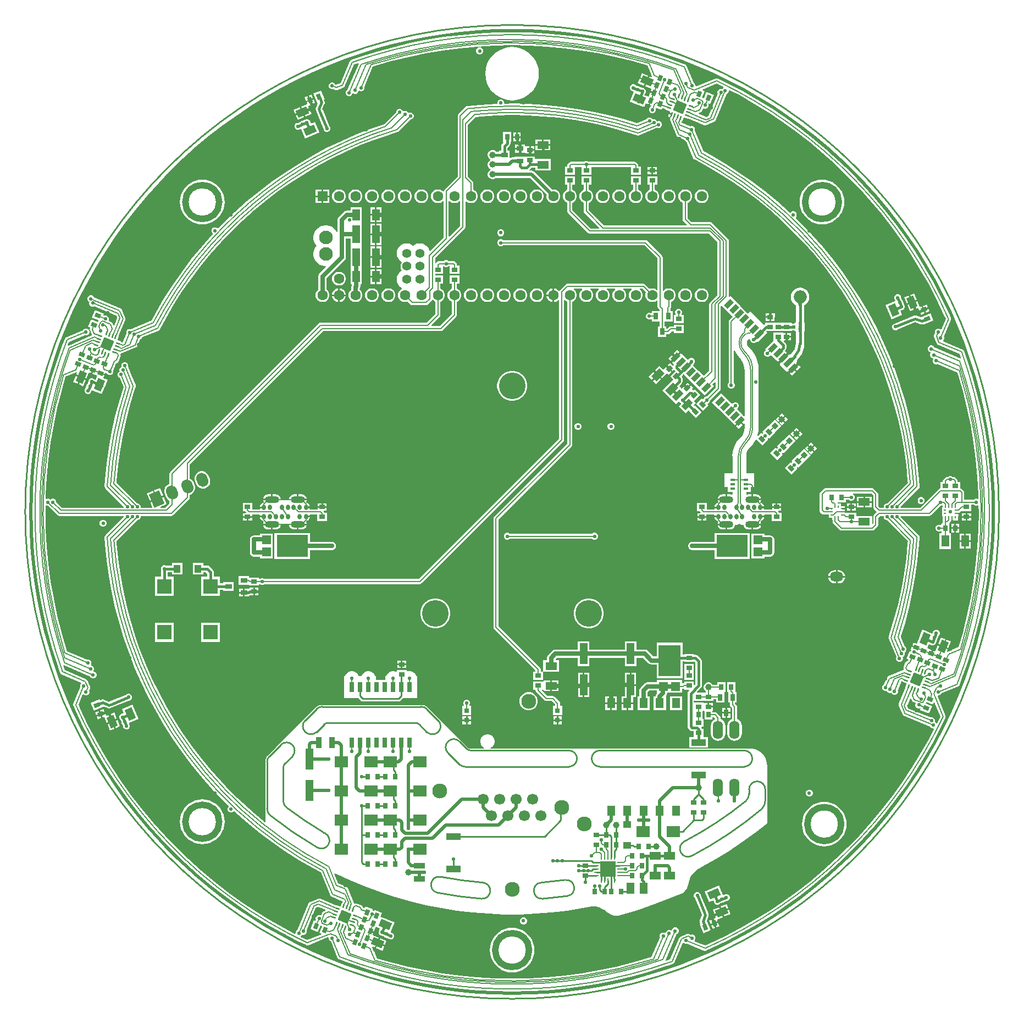
<source format=gbl>
G04*
G04 #@! TF.GenerationSoftware,Altium Limited,Altium Designer,22.2.1 (43)*
G04*
G04 Layer_Physical_Order=4*
G04 Layer_Color=16711680*
%FSLAX44Y44*%
%MOMM*%
G71*
G04*
G04 #@! TF.SameCoordinates,2D810589-119A-40C1-8923-BCE66BF163E0*
G04*
G04*
G04 #@! TF.FilePolarity,Positive*
G04*
G01*
G75*
%ADD10C,0.2540*%
%ADD15C,0.1524*%
%ADD24R,0.6350X0.8890*%
G04:AMPARAMS|DCode=29|XSize=0.889mm|YSize=0.635mm|CornerRadius=0mm|HoleSize=0mm|Usage=FLASHONLY|Rotation=67.500|XOffset=0mm|YOffset=0mm|HoleType=Round|Shape=Rectangle|*
%AMROTATEDRECTD29*
4,1,4,0.1232,-0.5322,-0.4634,-0.2892,-0.1232,0.5322,0.4634,0.2892,0.1232,-0.5322,0.0*
%
%ADD29ROTATEDRECTD29*%

G04:AMPARAMS|DCode=30|XSize=0.889mm|YSize=0.635mm|CornerRadius=0mm|HoleSize=0mm|Usage=FLASHONLY|Rotation=45.000|XOffset=0mm|YOffset=0mm|HoleType=Round|Shape=Rectangle|*
%AMROTATEDRECTD30*
4,1,4,-0.0898,-0.5388,-0.5388,-0.0898,0.0898,0.5388,0.5388,0.0898,-0.0898,-0.5388,0.0*
%
%ADD30ROTATEDRECTD30*%

%ADD32R,0.8890X0.6350*%
G04:AMPARAMS|DCode=34|XSize=0.889mm|YSize=0.635mm|CornerRadius=0mm|HoleSize=0mm|Usage=FLASHONLY|Rotation=315.000|XOffset=0mm|YOffset=0mm|HoleType=Round|Shape=Rectangle|*
%AMROTATEDRECTD34*
4,1,4,-0.5388,0.0898,-0.0898,0.5388,0.5388,-0.0898,0.0898,-0.5388,-0.5388,0.0898,0.0*
%
%ADD34ROTATEDRECTD34*%

G04:AMPARAMS|DCode=35|XSize=0.889mm|YSize=0.635mm|CornerRadius=0mm|HoleSize=0mm|Usage=FLASHONLY|Rotation=292.500|XOffset=0mm|YOffset=0mm|HoleType=Round|Shape=Rectangle|*
%AMROTATEDRECTD35*
4,1,4,-0.4634,0.2892,0.1232,0.5322,0.4634,-0.2892,-0.1232,-0.5322,-0.4634,0.2892,0.0*
%
%ADD35ROTATEDRECTD35*%

G04:AMPARAMS|DCode=36|XSize=0.889mm|YSize=0.635mm|CornerRadius=0mm|HoleSize=0mm|Usage=FLASHONLY|Rotation=247.500|XOffset=0mm|YOffset=0mm|HoleType=Round|Shape=Rectangle|*
%AMROTATEDRECTD36*
4,1,4,-0.1232,0.5322,0.4634,0.2892,0.1232,-0.5322,-0.4634,-0.2892,-0.1232,0.5322,0.0*
%
%ADD36ROTATEDRECTD36*%

G04:AMPARAMS|DCode=39|XSize=0.889mm|YSize=0.635mm|CornerRadius=0mm|HoleSize=0mm|Usage=FLASHONLY|Rotation=112.500|XOffset=0mm|YOffset=0mm|HoleType=Round|Shape=Rectangle|*
%AMROTATEDRECTD39*
4,1,4,0.4634,-0.2892,-0.1232,-0.5322,-0.4634,0.2892,0.1232,0.5322,0.4634,-0.2892,0.0*
%
%ADD39ROTATEDRECTD39*%

%ADD107C,0.3810*%
%ADD108C,0.5080*%
%ADD109C,0.6350*%
%ADD111C,4.1000*%
%ADD112O,2.2000X1.0500*%
%ADD113O,0.6500X0.8500*%
G04:AMPARAMS|DCode=114|XSize=1.7mm|YSize=2.2mm|CornerRadius=0mm|HoleSize=0mm|Usage=FLASHONLY|Rotation=202.500|XOffset=0mm|YOffset=0mm|HoleType=Round|Shape=Rectangle|*
%AMROTATEDRECTD114*
4,1,4,0.3644,1.3416,1.2063,-0.6910,-0.3644,-1.3416,-1.2063,0.6910,0.3644,1.3416,0.0*
%
%ADD114ROTATEDRECTD114*%

G04:AMPARAMS|DCode=115|XSize=1.7mm|YSize=2.2mm|CornerRadius=0mm|HoleSize=0mm|Usage=FLASHONLY|Rotation=202.500|XOffset=0mm|YOffset=0mm|HoleType=Round|Shape=Round|*
%AMOVALD115*
21,1,0.5000,1.7000,0.0000,0.0000,292.5*
1,1,1.7000,-0.0957,0.2310*
1,1,1.7000,0.0957,-0.2310*
%
%ADD115OVALD115*%

%ADD116O,2.0000X2.0000*%
%ADD117O,2.2000X2.2000*%
%ADD118C,2.3000*%
%ADD119C,1.7000*%
%ADD120C,1.0000*%
%ADD121O,2.1000X1.5000*%
%ADD122C,2.1000*%
%ADD123C,1.4000*%
%ADD124C,1.6000*%
%ADD125R,1.6000X1.6000*%
%ADD126C,0.5500*%
%ADD128C,0.4572*%
%ADD129C,1.0200*%
%ADD130R,1.6510X0.8890*%
G04:AMPARAMS|DCode=131|XSize=1.143mm|YSize=1.778mm|CornerRadius=0mm|HoleSize=0mm|Usage=FLASHONLY|Rotation=67.499|XOffset=0mm|YOffset=0mm|HoleType=Round|Shape=Rectangle|*
%AMROTATEDRECTD131*
4,1,4,0.6026,-0.8682,-1.0400,-0.1878,-0.6026,0.8682,1.0400,0.1878,0.6026,-0.8682,0.0*
%
%ADD131ROTATEDRECTD131*%

G04:AMPARAMS|DCode=132|XSize=1.143mm|YSize=1.778mm|CornerRadius=0mm|HoleSize=0mm|Usage=FLASHONLY|Rotation=157.500|XOffset=0mm|YOffset=0mm|HoleType=Round|Shape=Rectangle|*
%AMROTATEDRECTD132*
4,1,4,0.8682,0.6026,0.1878,-1.0400,-0.8682,-0.6026,-0.1878,1.0400,0.8682,0.6026,0.0*
%
%ADD132ROTATEDRECTD132*%

G04:AMPARAMS|DCode=133|XSize=0.25mm|YSize=0.75mm|CornerRadius=0mm|HoleSize=0mm|Usage=FLASHONLY|Rotation=247.500|XOffset=0mm|YOffset=0mm|HoleType=Round|Shape=Round|*
%AMOVALD133*
21,1,0.5000,0.2500,0.0000,0.0000,337.5*
1,1,0.2500,-0.2310,0.0957*
1,1,0.2500,0.2310,-0.0957*
%
%ADD133OVALD133*%

%ADD134P,2.3335X4X202.5*%
G04:AMPARAMS|DCode=135|XSize=0.25mm|YSize=0.75mm|CornerRadius=0mm|HoleSize=0mm|Usage=FLASHONLY|Rotation=337.500|XOffset=0mm|YOffset=0mm|HoleType=Round|Shape=Round|*
%AMOVALD135*
21,1,0.5000,0.2500,0.0000,0.0000,67.5*
1,1,0.2500,-0.0957,-0.2310*
1,1,0.2500,0.0957,0.2310*
%
%ADD135OVALD135*%

G04:AMPARAMS|DCode=136|XSize=0.889mm|YSize=0.635mm|CornerRadius=0mm|HoleSize=0mm|Usage=FLASHONLY|Rotation=337.500|XOffset=0mm|YOffset=0mm|HoleType=Round|Shape=Rectangle|*
%AMROTATEDRECTD136*
4,1,4,-0.5322,-0.1232,-0.2892,0.4634,0.5322,0.1232,0.2892,-0.4634,-0.5322,-0.1232,0.0*
%
%ADD136ROTATEDRECTD136*%

G04:AMPARAMS|DCode=137|XSize=1.143mm|YSize=1.778mm|CornerRadius=0mm|HoleSize=0mm|Usage=FLASHONLY|Rotation=202.500|XOffset=0mm|YOffset=0mm|HoleType=Round|Shape=Rectangle|*
%AMROTATEDRECTD137*
4,1,4,0.1878,1.0400,0.8682,-0.6026,-0.1878,-1.0400,-0.8682,0.6026,0.1878,1.0400,0.0*
%
%ADD137ROTATEDRECTD137*%

G04:AMPARAMS|DCode=138|XSize=0.889mm|YSize=0.635mm|CornerRadius=0mm|HoleSize=0mm|Usage=FLASHONLY|Rotation=202.500|XOffset=0mm|YOffset=0mm|HoleType=Round|Shape=Rectangle|*
%AMROTATEDRECTD138*
4,1,4,0.2892,0.4634,0.5322,-0.1232,-0.2892,-0.4634,-0.5322,0.1232,0.2892,0.4634,0.0*
%
%ADD138ROTATEDRECTD138*%

%ADD139P,2.3335X4X292.5*%
G04:AMPARAMS|DCode=140|XSize=1.143mm|YSize=1.778mm|CornerRadius=0mm|HoleSize=0mm|Usage=FLASHONLY|Rotation=247.500|XOffset=0mm|YOffset=0mm|HoleType=Round|Shape=Rectangle|*
%AMROTATEDRECTD140*
4,1,4,-0.6026,0.8682,1.0400,0.1878,0.6026,-0.8682,-1.0400,-0.1878,-0.6026,0.8682,0.0*
%
%ADD140ROTATEDRECTD140*%

G04:AMPARAMS|DCode=141|XSize=1.143mm|YSize=1.778mm|CornerRadius=0mm|HoleSize=0mm|Usage=FLASHONLY|Rotation=292.500|XOffset=0mm|YOffset=0mm|HoleType=Round|Shape=Rectangle|*
%AMROTATEDRECTD141*
4,1,4,-1.0400,0.1878,0.6026,0.8682,1.0400,-0.1878,-0.6026,-0.8682,-1.0400,0.1878,0.0*
%
%ADD141ROTATEDRECTD141*%

G04:AMPARAMS|DCode=142|XSize=0.889mm|YSize=0.635mm|CornerRadius=0mm|HoleSize=0mm|Usage=FLASHONLY|Rotation=202.500|XOffset=0mm|YOffset=0mm|HoleType=Round|Shape=Rectangle|*
%AMROTATEDRECTD142*
4,1,4,0.2892,0.4634,0.5322,-0.1232,-0.2892,-0.4634,-0.5322,0.1232,0.2892,0.4634,0.0*
%
%ADD142ROTATEDRECTD142*%

G04:AMPARAMS|DCode=143|XSize=1.143mm|YSize=1.778mm|CornerRadius=0mm|HoleSize=0mm|Usage=FLASHONLY|Rotation=112.499|XOffset=0mm|YOffset=0mm|HoleType=Round|Shape=Rectangle|*
%AMROTATEDRECTD143*
4,1,4,1.0400,-0.1878,-0.6027,-0.8682,-1.0400,0.1878,0.6027,0.8682,1.0400,-0.1878,0.0*
%
%ADD143ROTATEDRECTD143*%

%ADD144O,1.6000X2.8000*%
%ADD145R,0.8000X0.4500*%
G04:AMPARAMS|DCode=146|XSize=0.825mm|YSize=1.4mm|CornerRadius=0mm|HoleSize=0mm|Usage=FLASHONLY|Rotation=315.000|XOffset=0mm|YOffset=0mm|HoleType=Round|Shape=Rectangle|*
%AMROTATEDRECTD146*
4,1,4,-0.7867,-0.2033,0.2033,0.7867,0.7867,0.2033,-0.2033,-0.7867,-0.7867,-0.2033,0.0*
%
%ADD146ROTATEDRECTD146*%

%ADD147R,0.3500X0.2500*%
%ADD148R,0.2500X0.3500*%
G04:AMPARAMS|DCode=149|XSize=0.889mm|YSize=1.651mm|CornerRadius=0mm|HoleSize=0mm|Usage=FLASHONLY|Rotation=135.000|XOffset=0mm|YOffset=0mm|HoleType=Round|Shape=Rectangle|*
%AMROTATEDRECTD149*
4,1,4,0.8980,0.2694,-0.2694,-0.8980,-0.8980,-0.2694,0.2694,0.8980,0.8980,0.2694,0.0*
%
%ADD149ROTATEDRECTD149*%

%ADD150R,1.4000X1.3900*%
%ADD151R,4.8600X3.3600*%
G04:AMPARAMS|DCode=152|XSize=1.143mm|YSize=1.778mm|CornerRadius=0mm|HoleSize=0mm|Usage=FLASHONLY|Rotation=315.000|XOffset=0mm|YOffset=0mm|HoleType=Round|Shape=Rectangle|*
%AMROTATEDRECTD152*
4,1,4,-1.0327,-0.2245,0.2245,1.0327,1.0327,0.2245,-0.2245,-1.0327,-1.0327,-0.2245,0.0*
%
%ADD152ROTATEDRECTD152*%

%ADD153R,0.3800X0.2500*%
%ADD154R,0.2500X0.3800*%
%ADD155R,1.7780X1.1430*%
%ADD156P,1.1314X4X360.0*%
%ADD157R,1.1430X1.7780*%
%ADD158R,0.5700X0.6200*%
%ADD159R,2.0000X1.8000*%
%ADD160O,0.7500X0.2500*%
%ADD161O,0.2500X0.7500*%
%ADD162R,2.4500X2.4500*%
%ADD163R,1.2000X3.2000*%
%ADD164R,1.2700X1.5500*%
%ADD165R,0.8890X1.6510*%
%ADD166R,0.7600X1.6500*%
%ADD167R,0.8000X0.8000*%
%ADD168R,2.3000X1.0500*%
%ADD169R,1.3900X1.4000*%
%ADD170R,3.3600X4.8600*%
%ADD171R,0.7000X1.0000*%
%ADD172R,1.2000X1.0000*%
%ADD173R,1.1430X1.6510*%
%ADD174R,1.0000X1.2000*%
%ADD175R,1.0000X0.7000*%
%ADD176R,1.1430X2.7940*%
%ADD177R,2.3000X2.3000*%
G04:AMPARAMS|DCode=178|XSize=0.25mm|YSize=0.75mm|CornerRadius=0mm|HoleSize=0mm|Usage=FLASHONLY|Rotation=157.499|XOffset=0mm|YOffset=0mm|HoleType=Round|Shape=Round|*
%AMOVALD178*
21,1,0.5000,0.2500,0.0000,0.0000,247.5*
1,1,0.2500,0.0957,0.2310*
1,1,0.2500,-0.0957,-0.2310*
%
%ADD178OVALD178*%

%ADD179P,2.3335X4X112.5*%
G04:AMPARAMS|DCode=180|XSize=0.25mm|YSize=0.75mm|CornerRadius=0mm|HoleSize=0mm|Usage=FLASHONLY|Rotation=247.499|XOffset=0mm|YOffset=0mm|HoleType=Round|Shape=Round|*
%AMOVALD180*
21,1,0.5000,0.2500,0.0000,0.0000,337.5*
1,1,0.2500,-0.2310,0.0957*
1,1,0.2500,0.2310,-0.0957*
%
%ADD180OVALD180*%

%ADD181R,1.8638X6.9165*%
%ADD182R,3.2403X1.4500*%
G04:AMPARAMS|DCode=183|XSize=2.5016mm|YSize=1.8mm|CornerRadius=0mm|HoleSize=0mm|Usage=FLASHONLY|Rotation=225.000|XOffset=0mm|YOffset=0mm|HoleType=Round|Shape=Rectangle|*
%AMROTATEDRECTD183*
4,1,4,0.2481,1.5209,1.5209,0.2481,-0.2481,-1.5209,-1.5209,-0.2481,0.2481,1.5209,0.0*
%
%ADD183ROTATEDRECTD183*%

G04:AMPARAMS|DCode=184|XSize=2.5016mm|YSize=1.8mm|CornerRadius=0mm|HoleSize=0mm|Usage=FLASHONLY|Rotation=315.000|XOffset=0mm|YOffset=0mm|HoleType=Round|Shape=Rectangle|*
%AMROTATEDRECTD184*
4,1,4,-1.5209,0.2481,-0.2481,1.5209,1.5209,-0.2481,0.2481,-1.5209,-1.5209,0.2481,0.0*
%
%ADD184ROTATEDRECTD184*%

G04:AMPARAMS|DCode=185|XSize=2.6383mm|YSize=1.8mm|CornerRadius=0mm|HoleSize=0mm|Usage=FLASHONLY|Rotation=135.000|XOffset=0mm|YOffset=0mm|HoleType=Round|Shape=Rectangle|*
%AMROTATEDRECTD185*
4,1,4,1.5692,-0.2964,0.2964,-1.5692,-1.5692,0.2964,-0.2964,1.5692,1.5692,-0.2964,0.0*
%
%ADD185ROTATEDRECTD185*%

G04:AMPARAMS|DCode=186|XSize=2.6383mm|YSize=1.8mm|CornerRadius=0mm|HoleSize=0mm|Usage=FLASHONLY|Rotation=45.000|XOffset=0mm|YOffset=0mm|HoleType=Round|Shape=Rectangle|*
%AMROTATEDRECTD186*
4,1,4,-0.2964,-1.5692,-1.5692,-0.2964,0.2964,1.5692,1.5692,0.2964,-0.2964,-1.5692,0.0*
%
%ADD186ROTATEDRECTD186*%

%ADD187R,1.9498X7.7000*%
%ADD188R,1.7000X7.7000*%
%ADD189R,7.7000X1.9500*%
G36*
X325602Y654646D02*
X325568Y653376D01*
X325262Y653250D01*
X323774Y651761D01*
X323483Y651057D01*
X322778Y651349D01*
X320674D01*
X318729Y650544D01*
X317241Y649055D01*
X316436Y647111D01*
Y645007D01*
X316761Y644223D01*
X302517Y609836D01*
X302449Y609807D01*
X302420Y609739D01*
X298929Y608293D01*
X295795Y609591D01*
X295794Y609591D01*
X295793Y609592D01*
X287509Y613017D01*
X287509Y614287D01*
X290384Y615478D01*
X291645Y616320D01*
X292487Y617581D01*
X293813Y620783D01*
X295462Y621446D01*
X296292Y621102D01*
X298396D01*
X300340Y621908D01*
X301829Y623396D01*
X302634Y625340D01*
Y627445D01*
X302328Y628184D01*
X302894Y629513D01*
X305120Y628591D01*
X310855Y642436D01*
X299357Y647199D01*
X295382Y637604D01*
X294167Y637236D01*
X293815Y637471D01*
X292524Y638005D01*
X296775Y648268D01*
X293510Y649621D01*
X293516Y650891D01*
X315181Y659632D01*
X325602Y654646D01*
D02*
G37*
G36*
X350417Y641741D02*
X373099Y628825D01*
X395305Y615107D01*
X417008Y600606D01*
X438180Y585339D01*
X458792Y569327D01*
X478821Y552589D01*
X498239Y535146D01*
X517022Y517022D01*
X535146Y498239D01*
X552589Y478821D01*
X569327Y458792D01*
X585339Y438180D01*
X600606Y417008D01*
X615107Y395305D01*
X628825Y373099D01*
X641741Y350417D01*
X653839Y327289D01*
X665104Y303743D01*
X668001Y297087D01*
X661506Y281404D01*
X660008Y281105D01*
X659347Y281766D01*
X657403Y282571D01*
X655299D01*
X653354Y281766D01*
X651866Y280278D01*
X651061Y278334D01*
Y276229D01*
X651368Y275488D01*
X650035Y272353D01*
X649726Y270869D01*
X650008Y269380D01*
X653846Y259868D01*
X654676Y258600D01*
X655928Y257747D01*
X689296Y243564D01*
X691551Y237173D01*
X691326Y236833D01*
X690527Y236258D01*
X650359Y253331D01*
X650016Y254158D01*
X648528Y255646D01*
X646584Y256452D01*
X644480D01*
X642535Y255646D01*
X641047Y254158D01*
X640242Y252214D01*
Y250110D01*
X641047Y248165D01*
X642535Y246677D01*
X644162Y246003D01*
X644586Y245358D01*
X644742Y244602D01*
X644068Y242975D01*
Y240871D01*
X644874Y238926D01*
X646362Y237438D01*
X647988Y236765D01*
X648412Y236119D01*
X648569Y235363D01*
X647895Y233736D01*
Y231632D01*
X648700Y229688D01*
X650189Y228200D01*
X652133Y227394D01*
X654237D01*
X654978Y227701D01*
X685858Y214576D01*
X686759Y211837D01*
X694200Y186010D01*
X700670Y159923D01*
X706159Y133613D01*
X710661Y107115D01*
X714170Y80468D01*
X716679Y53708D01*
X718186Y26873D01*
X718301Y20733D01*
X717047Y19878D01*
X716052Y20290D01*
X713948D01*
X712003Y19485D01*
X711404Y18885D01*
X696385D01*
Y30000D01*
X696089Y31487D01*
X695247Y32747D01*
X692747Y35247D01*
X691487Y36089D01*
X690000Y36385D01*
X689993D01*
Y46343D01*
X686385D01*
Y47500D01*
X686089Y48987D01*
X685247Y50247D01*
X682747Y52747D01*
X681487Y53589D01*
X680000Y53885D01*
X678596D01*
X677997Y54485D01*
X676719Y55014D01*
X676052Y55290D01*
X673948D01*
X672003Y54485D01*
X671404Y53885D01*
X670000D01*
X668513Y53589D01*
X667253Y52747D01*
X664753Y50247D01*
X663911Y48987D01*
X663615Y47500D01*
Y46343D01*
X660007D01*
Y36385D01*
X660000D01*
X658513Y36089D01*
X657253Y35247D01*
X628391Y6385D01*
X598654D01*
X598148Y7655D01*
X626541Y36048D01*
X627383Y37308D01*
X627679Y38795D01*
X627632Y39034D01*
X627526Y40288D01*
X626992Y49346D01*
X624571Y73924D01*
X621188Y98387D01*
X616846Y122699D01*
X611553Y146822D01*
X605318Y170718D01*
X598149Y194351D01*
X590057Y217684D01*
X581056Y240682D01*
X571159Y263309D01*
X560381Y285529D01*
X548740Y307310D01*
X536252Y328616D01*
X522937Y349416D01*
X508816Y369677D01*
X493910Y389368D01*
X478243Y408459D01*
X461838Y426920D01*
X444721Y444722D01*
X436764Y452373D01*
X436817Y454084D01*
X437588Y454855D01*
X438393Y456800D01*
Y458904D01*
X437588Y460848D01*
X436100Y462337D01*
X434156Y463142D01*
X432051D01*
X430107Y462337D01*
X428619Y460849D01*
X428068Y460733D01*
X426919Y461839D01*
X408458Y478244D01*
X389367Y493911D01*
X369676Y508817D01*
X349415Y522938D01*
X328615Y536253D01*
X307309Y548741D01*
X294529Y555572D01*
D01*
X281426Y587205D01*
X281751Y587989D01*
Y590093D01*
X280945Y592038D01*
X279457Y593526D01*
X277513Y594331D01*
X275408D01*
X274624Y594006D01*
X260956Y599668D01*
X260835Y599961D01*
X261397Y601318D01*
X261642Y601482D01*
X262592Y602904D01*
X264293Y607011D01*
X264961Y607565D01*
D01*
X265825Y607645D01*
X269932Y605944D01*
X271609Y605610D01*
X271875Y605663D01*
D01*
X286370Y599668D01*
X295531Y595879D01*
X296287Y595729D01*
X297016Y595584D01*
X297017Y595584D01*
X297018Y595584D01*
X297743Y595729D01*
X298502Y595880D01*
X308302Y599939D01*
X311568Y601292D01*
X312828Y602134D01*
X313670Y603394D01*
X330471Y643956D01*
X331255Y644280D01*
X332743Y645768D01*
X333549Y647713D01*
Y649131D01*
X334775Y649923D01*
X350417Y641741D01*
D02*
G37*
G36*
X-79885Y478513D02*
Y440609D01*
X-96442Y424052D01*
X-97615Y424538D01*
Y478214D01*
X-96345Y478740D01*
X-95372Y477766D01*
X-92968Y476378D01*
X-90288Y475660D01*
X-87512D01*
X-84832Y476378D01*
X-82428Y477766D01*
X-81155Y479039D01*
X-79885Y478513D01*
D02*
G37*
G36*
X556115Y25891D02*
Y7500D01*
X556411Y6013D01*
X557253Y4753D01*
X562006Y0D01*
X557253Y-4753D01*
X556411Y-6013D01*
X556115Y-7500D01*
Y-17740D01*
X555708Y-18043D01*
X554438Y-17406D01*
Y-6477D01*
X530562D01*
X529993Y-5443D01*
Y-1397D01*
X515007D01*
X515007Y-1397D01*
Y-1397D01*
X513815Y-1453D01*
X513542Y-1270D01*
X512799D01*
Y-771D01*
X512798Y-770D01*
Y-702D01*
X512290D01*
Y-702D01*
X508000D01*
Y1270D01*
X512290D01*
Y3730D01*
X508000D01*
Y6270D01*
X512290D01*
Y8790D01*
X506798D01*
Y12798D01*
X501659D01*
X501219Y14024D01*
X501495Y14477D01*
X501935Y15007D01*
X513843D01*
Y18615D01*
X518904D01*
X519504Y18015D01*
X521448Y17210D01*
X523552D01*
X525496Y18015D01*
X526985Y19504D01*
X527790Y21448D01*
Y23552D01*
X526985Y25496D01*
X525496Y26985D01*
X524626Y27345D01*
X524878Y28615D01*
X553391D01*
X556115Y25891D01*
D02*
G37*
G36*
X-716053Y9710D02*
X-715204D01*
X-700248Y-5247D01*
X-698988Y-6089D01*
X-697501Y-6385D01*
X-598655D01*
X-598148Y-7655D01*
X-626542Y-36048D01*
X-627384Y-37308D01*
X-627679Y-38795D01*
X-627587Y-39258D01*
X-626992Y-49346D01*
X-624572Y-73923D01*
X-621188Y-98387D01*
X-616847Y-122699D01*
X-611554Y-146821D01*
X-605318Y-170718D01*
X-598149Y-194351D01*
X-590058Y-217684D01*
X-581057Y-240682D01*
X-571160Y-263308D01*
X-560382Y-285529D01*
X-548740Y-307309D01*
X-536252Y-328616D01*
X-522937Y-349416D01*
X-508816Y-369677D01*
X-493910Y-389368D01*
X-478243Y-408458D01*
X-461838Y-426919D01*
X-444721Y-444722D01*
X-436765Y-452372D01*
X-436817Y-454084D01*
X-437588Y-454855D01*
X-438394Y-456799D01*
Y-458904D01*
X-437588Y-460848D01*
X-436100Y-462336D01*
X-434156Y-463142D01*
X-432052D01*
X-430107Y-462336D01*
X-428619Y-460848D01*
X-428069Y-460733D01*
X-426919Y-461839D01*
X-408458Y-478243D01*
X-389367Y-493911D01*
X-369677Y-508816D01*
X-349416Y-522937D01*
X-328616Y-536252D01*
X-307309Y-548740D01*
X-294529Y-555571D01*
X-280049Y-590528D01*
X-279207Y-591788D01*
X-277947Y-592630D01*
X-260956Y-599668D01*
X-260835Y-599961D01*
X-261386Y-601292D01*
X-261644Y-601464D01*
X-262594Y-602886D01*
X-264295Y-606993D01*
X-264962Y-607548D01*
X-265826Y-607628D01*
X-269934Y-605926D01*
X-271611Y-605593D01*
X-271904Y-605651D01*
X-295531Y-595879D01*
X-296287Y-595729D01*
X-297016Y-595584D01*
X-297017Y-595584D01*
X-297018Y-595584D01*
X-297743Y-595729D01*
X-298502Y-595880D01*
X-308302Y-599939D01*
X-311568Y-601292D01*
X-312828Y-602134D01*
X-313670Y-603394D01*
X-330471Y-643956D01*
X-331255Y-644280D01*
X-332743Y-645768D01*
X-333549Y-647713D01*
Y-649131D01*
X-334775Y-649923D01*
X-350417Y-641741D01*
X-373099Y-628825D01*
X-395305Y-615107D01*
X-417008Y-600606D01*
X-438180Y-585339D01*
X-458792Y-569327D01*
X-478821Y-552589D01*
X-498239Y-535146D01*
X-517022Y-517022D01*
X-535146Y-498239D01*
X-552589Y-478821D01*
X-569327Y-458792D01*
X-585339Y-438180D01*
X-600606Y-417008D01*
X-615107Y-395305D01*
X-628825Y-373099D01*
X-641741Y-350417D01*
X-653839Y-327289D01*
X-665104Y-303743D01*
X-668001Y-297087D01*
X-661506Y-281404D01*
X-660008Y-281105D01*
X-659347Y-281766D01*
X-657403Y-282571D01*
X-655299D01*
X-653354Y-281766D01*
X-651866Y-280278D01*
X-651061Y-278334D01*
Y-276229D01*
X-651368Y-275488D01*
X-650035Y-272353D01*
X-649726Y-270869D01*
X-650008Y-269380D01*
X-653846Y-259868D01*
X-654676Y-258600D01*
X-655928Y-257747D01*
X-689296Y-243564D01*
X-691551Y-237173D01*
X-691326Y-236834D01*
X-690527Y-236258D01*
X-650359Y-253331D01*
X-650016Y-254158D01*
X-648528Y-255646D01*
X-646584Y-256452D01*
X-644480D01*
X-642535Y-255646D01*
X-641047Y-254158D01*
X-640242Y-252214D01*
Y-250110D01*
X-641047Y-248165D01*
X-642535Y-246677D01*
X-644162Y-246003D01*
X-644586Y-245358D01*
X-644742Y-244602D01*
X-644068Y-242975D01*
Y-240871D01*
X-644874Y-238926D01*
X-646362Y-237438D01*
X-647988Y-236765D01*
X-648412Y-236119D01*
X-648569Y-235363D01*
X-647895Y-233736D01*
Y-231632D01*
X-648700Y-229688D01*
X-650189Y-228200D01*
X-652133Y-227394D01*
X-654237D01*
X-654978Y-227701D01*
X-685858Y-214576D01*
X-686759Y-211837D01*
X-694200Y-186010D01*
X-700670Y-159923D01*
X-706159Y-133613D01*
X-710661Y-107115D01*
X-714170Y-80468D01*
X-716679Y-53708D01*
X-718186Y-26873D01*
X-718689Y0D01*
X-718513Y9372D01*
X-717228Y10196D01*
X-716053Y9710D01*
D02*
G37*
G36*
X615478Y-290384D02*
X616320Y-291645D01*
X617581Y-292487D01*
X620783Y-293813D01*
X621446Y-295462D01*
X621102Y-296292D01*
Y-298396D01*
X621908Y-300340D01*
X623396Y-301829D01*
X625340Y-302634D01*
X627445D01*
X628184Y-302328D01*
X629513Y-302894D01*
X628591Y-305120D01*
X642436Y-310855D01*
X647199Y-299356D01*
X637604Y-295382D01*
X637236Y-294167D01*
X637471Y-293815D01*
X638005Y-292524D01*
X648268Y-296775D01*
X649621Y-293510D01*
X650891Y-293516D01*
X659632Y-315181D01*
X654656Y-325582D01*
X653386Y-325548D01*
X653267Y-325261D01*
X651779Y-323773D01*
X651075Y-323481D01*
X651367Y-322777D01*
Y-320672D01*
X650561Y-318728D01*
X649073Y-317240D01*
X647129Y-316434D01*
X645024D01*
X645021Y-316436D01*
X645007D01*
X644234Y-316756D01*
X609853Y-302516D01*
X609825Y-302447D01*
X609757Y-302419D01*
X608311Y-298927D01*
X609609Y-295794D01*
X609609Y-295793D01*
X609609Y-295792D01*
X613026Y-287530D01*
X614296Y-287529D01*
X615478Y-290384D01*
D02*
G37*
G36*
X-295795Y-609591D02*
X-295794Y-609591D01*
X-295793Y-609592D01*
X-287509Y-613017D01*
X-287509Y-614287D01*
X-290384Y-615478D01*
X-291645Y-616320D01*
X-292487Y-617581D01*
X-293813Y-620783D01*
X-295462Y-621446D01*
X-296292Y-621102D01*
X-298396D01*
X-300340Y-621908D01*
X-301829Y-623396D01*
X-302634Y-625340D01*
Y-627445D01*
X-302328Y-628184D01*
X-302894Y-629513D01*
X-305120Y-628591D01*
X-310855Y-642436D01*
X-299357Y-647199D01*
X-295382Y-637604D01*
X-294167Y-637236D01*
X-293815Y-637471D01*
X-293354Y-637662D01*
X-292868Y-638835D01*
X-296776Y-648268D01*
X-293510Y-649621D01*
X-293516Y-650891D01*
X-315181Y-659632D01*
X-325602Y-654646D01*
X-325568Y-653376D01*
X-325262Y-653250D01*
X-323774Y-651761D01*
X-323483Y-651057D01*
X-322778Y-651349D01*
X-320674D01*
X-318729Y-650544D01*
X-317241Y-649055D01*
X-316436Y-647111D01*
Y-645007D01*
X-316761Y-644223D01*
X-302517Y-609836D01*
X-302449Y-609807D01*
X-302420Y-609739D01*
X-298929Y-608293D01*
X-295795Y-609591D01*
D02*
G37*
G36*
X-270626Y-557952D02*
X-248512Y-568146D01*
X-226015Y-577465D01*
X-203170Y-585893D01*
X-180011Y-593417D01*
X-156575Y-600027D01*
X-132897Y-605712D01*
X-109015Y-610462D01*
X-84964Y-614271D01*
X-60782Y-617133D01*
X-36507Y-619044D01*
X-12175Y-620000D01*
X-0Y-620000D01*
Y-640646D01*
X-5374Y-641069D01*
X-10616Y-642327D01*
X-15596Y-644390D01*
X-20193Y-647207D01*
X-24292Y-650708D01*
X-27793Y-654807D01*
X-30610Y-659404D01*
X-32673Y-664384D01*
X-33931Y-669626D01*
X-34354Y-675000D01*
X-33931Y-680374D01*
X-32673Y-685616D01*
X-30610Y-690596D01*
X-27793Y-695192D01*
X-24292Y-699292D01*
X-20193Y-702793D01*
X-15596Y-705609D01*
X-10616Y-707672D01*
X-5374Y-708931D01*
X-0Y-709354D01*
Y-717782D01*
X-906Y-718672D01*
X-26873Y-718186D01*
X-53708Y-716679D01*
X-80468Y-714170D01*
X-107115Y-710661D01*
X-133613Y-706159D01*
X-159923Y-700670D01*
X-186010Y-694200D01*
X-208410Y-687747D01*
X-212683Y-677429D01*
X-212684Y-677429D01*
X-215389Y-670896D01*
X-215392Y-670893D01*
X-214550Y-669867D01*
X-211693Y-671050D01*
X-208534Y-663423D01*
X-205375Y-655797D01*
X-213805Y-652305D01*
X-214530Y-650735D01*
X-213748Y-648848D01*
X-219028Y-646661D01*
X-218056Y-644314D01*
X-212776Y-646502D01*
X-211157Y-642593D01*
X-211149Y-642596D01*
X-209819Y-639385D01*
X-203710Y-641915D01*
X-204613Y-644097D01*
X-205055Y-644539D01*
X-205860Y-646484D01*
Y-648588D01*
X-205055Y-650532D01*
X-203567Y-652020D01*
X-201622Y-652826D01*
X-200995D01*
X-197080Y-654448D01*
X-196636Y-654891D01*
X-194692Y-655696D01*
X-194065D01*
X-190149Y-657318D01*
X-189706Y-657762D01*
X-187762Y-658567D01*
X-185657D01*
X-183713Y-657762D01*
X-182225Y-656274D01*
X-181419Y-654329D01*
Y-652225D01*
X-182225Y-650281D01*
X-183713Y-648792D01*
X-185657Y-647987D01*
X-186284D01*
X-186785Y-647779D01*
X-187271Y-646606D01*
X-181313Y-632223D01*
X-191884Y-627844D01*
X-192297Y-627568D01*
X-192785Y-627471D01*
X-202642Y-623387D01*
X-200355Y-617867D01*
X-211854Y-613104D01*
X-212266Y-614098D01*
X-213870Y-614653D01*
X-214960Y-614202D01*
X-215190Y-613857D01*
X-214435Y-612034D01*
X-225934Y-607272D01*
X-227315Y-610605D01*
X-229207Y-609821D01*
X-229944Y-608042D01*
X-230786Y-606781D01*
X-232046Y-605939D01*
X-238976Y-603069D01*
X-240462Y-602773D01*
X-241949Y-603069D01*
X-242605Y-603341D01*
X-243724Y-602742D01*
X-243808Y-602317D01*
X-253260Y-579446D01*
X-253261Y-579444D01*
X-253262Y-579441D01*
X-253677Y-578820D01*
X-254101Y-578185D01*
X-254103Y-578183D01*
X-254104Y-578181D01*
X-254738Y-577758D01*
X-255361Y-577341D01*
X-255363Y-577341D01*
X-255365Y-577340D01*
X-267735Y-572222D01*
X-273761Y-557692D01*
X-272828Y-556829D01*
X-270626Y-557952D01*
D02*
G37*
G36*
X26553Y743462D02*
X53072Y742040D01*
X79523Y739673D01*
X105873Y736363D01*
X132088Y732115D01*
X158135Y726934D01*
X183980Y720827D01*
X209591Y713801D01*
X234935Y705865D01*
X259979Y697030D01*
X284692Y687307D01*
X309042Y676708D01*
X332998Y665246D01*
X356530Y652937D01*
X379608Y639795D01*
X402202Y625838D01*
X424283Y611084D01*
X445824Y595551D01*
X466796Y579259D01*
X487174Y562229D01*
X506931Y544482D01*
X526042Y526042D01*
X544482Y506931D01*
X562229Y487174D01*
X579259Y466796D01*
X595551Y445824D01*
X611084Y424283D01*
X625838Y402202D01*
X639795Y379608D01*
X652937Y356530D01*
X665246Y332998D01*
X676708Y309042D01*
X687307Y284692D01*
X697030Y259979D01*
X705865Y234935D01*
X713801Y209591D01*
X720827Y183980D01*
X726934Y158135D01*
X732115Y132088D01*
X736363Y105873D01*
X739673Y79523D01*
X742040Y53072D01*
X743462Y26553D01*
X743935Y0D01*
X743462Y-26553D01*
X742040Y-53072D01*
X739673Y-79523D01*
X736363Y-105873D01*
X732115Y-132088D01*
X726934Y-158135D01*
X720827Y-183980D01*
X713801Y-209591D01*
X705865Y-234935D01*
X697030Y-259979D01*
X687307Y-284692D01*
X676708Y-309042D01*
X665246Y-332998D01*
X652937Y-356530D01*
X639795Y-379608D01*
X625838Y-402202D01*
X611084Y-424283D01*
X595551Y-445824D01*
X579259Y-466796D01*
X562229Y-487174D01*
X544482Y-506931D01*
X526042Y-526042D01*
X506931Y-544482D01*
X487174Y-562229D01*
X466796Y-579259D01*
X445824Y-595551D01*
X424283Y-611084D01*
X402202Y-625838D01*
X379608Y-639795D01*
X356530Y-652937D01*
X332998Y-665246D01*
X309042Y-676708D01*
X284692Y-687307D01*
X259979Y-697030D01*
X234935Y-705865D01*
X209591Y-713801D01*
X183980Y-720827D01*
X158135Y-726934D01*
X132088Y-732115D01*
X105873Y-736363D01*
X79523Y-739673D01*
X53072Y-742040D01*
X26553Y-743462D01*
X906Y-743919D01*
X0Y-743029D01*
Y-738928D01*
X1261Y-738905D01*
X26374Y-738457D01*
X52715Y-737045D01*
X78988Y-734694D01*
X105160Y-731406D01*
X131199Y-727187D01*
X157070Y-722041D01*
X182742Y-715975D01*
X208180Y-708996D01*
X233353Y-701114D01*
X247456Y-696139D01*
X247897Y-696055D01*
X247913Y-696045D01*
X247931Y-696041D01*
X248546Y-695630D01*
X249165Y-695225D01*
X249176Y-695209D01*
X249191Y-695199D01*
X249601Y-694585D01*
X250019Y-693972D01*
X262707Y-664119D01*
X264211Y-663828D01*
X265046Y-664662D01*
X266990Y-665467D01*
X269095D01*
X269879Y-665143D01*
X295691Y-675832D01*
X296403Y-675974D01*
X297177Y-676128D01*
X297177Y-676128D01*
X297178Y-676128D01*
X297952Y-675974D01*
X298664Y-675832D01*
X298664Y-675832D01*
X298664Y-675832D01*
X298955Y-675638D01*
X306962Y-672152D01*
X330757Y-660768D01*
X354130Y-648541D01*
X377053Y-635488D01*
X399495Y-621626D01*
X421427Y-606970D01*
X442823Y-591542D01*
X463654Y-575360D01*
X483895Y-558444D01*
X503519Y-540817D01*
X522501Y-522501D01*
X540817Y-503519D01*
X558444Y-483895D01*
X575360Y-463654D01*
X591542Y-442823D01*
X606971Y-421427D01*
X621626Y-399495D01*
X635488Y-377053D01*
X648541Y-354130D01*
X660768Y-330757D01*
X667223Y-317264D01*
X667475Y-316895D01*
X667478Y-316878D01*
X667489Y-316862D01*
X667641Y-316099D01*
X667784Y-315411D01*
X667781Y-315394D01*
X667785Y-315376D01*
X667633Y-314613D01*
X667502Y-313922D01*
X667489Y-313890D01*
X667489Y-313889D01*
X667489Y-313888D01*
X655365Y-283841D01*
X656222Y-282571D01*
X657403D01*
X659347Y-281766D01*
X660835Y-280278D01*
X661160Y-279494D01*
X686971Y-268801D01*
X687646Y-268349D01*
X688231Y-267959D01*
X688231Y-267958D01*
X688231Y-267958D01*
X688622Y-267373D01*
X689073Y-266698D01*
X689073Y-266698D01*
X689073Y-266698D01*
X689141Y-266355D01*
X692338Y-258229D01*
X701114Y-233353D01*
X708996Y-208180D01*
X715975Y-182742D01*
X722041Y-157070D01*
X727187Y-131199D01*
X731406Y-105160D01*
X734694Y-78988D01*
X737045Y-52715D01*
X738457Y-26374D01*
X738928Y0D01*
X738457Y26374D01*
X737045Y52715D01*
X734694Y78988D01*
X731406Y105160D01*
X727187Y131199D01*
X722041Y157070D01*
X715975Y182742D01*
X708996Y208180D01*
X701114Y233353D01*
X696139Y247456D01*
X696055Y247897D01*
X696045Y247913D01*
X696041Y247931D01*
X695630Y248546D01*
X695225Y249165D01*
X695209Y249176D01*
X695199Y249191D01*
X694584Y249602D01*
X693972Y250019D01*
X664119Y262707D01*
X663828Y264211D01*
X664662Y265046D01*
X665467Y266990D01*
Y269095D01*
X665143Y269879D01*
X675832Y295691D01*
X675974Y296403D01*
X676128Y297177D01*
X676128Y297177D01*
X676128Y297178D01*
X675974Y297952D01*
X675832Y298664D01*
X675832Y298664D01*
X675832Y298664D01*
X675638Y298955D01*
X672152Y306962D01*
X660768Y330757D01*
X648541Y354130D01*
X635488Y377053D01*
X621626Y399495D01*
X606970Y421427D01*
X591542Y442823D01*
X575360Y463654D01*
X558444Y483895D01*
X540817Y503519D01*
X522501Y522501D01*
X503519Y540817D01*
X483895Y558444D01*
X463654Y575360D01*
X442823Y591542D01*
X421427Y606971D01*
X399495Y621626D01*
X377053Y635488D01*
X354130Y648541D01*
X330757Y660768D01*
X317264Y667223D01*
X316895Y667475D01*
X316878Y667478D01*
X316862Y667489D01*
X316099Y667641D01*
X315411Y667784D01*
X315394Y667781D01*
X315376Y667785D01*
X314613Y667633D01*
X313922Y667502D01*
X313890Y667489D01*
X313889Y667489D01*
X313888Y667489D01*
X283841Y655365D01*
X282571Y656222D01*
Y657403D01*
X281766Y659347D01*
X280278Y660835D01*
X279494Y661160D01*
X268801Y686971D01*
X268280Y687750D01*
X267959Y688231D01*
X267958Y688231D01*
X267958Y688231D01*
X267261Y688697D01*
X266698Y689073D01*
X266698Y689073D01*
X266698Y689073D01*
X266355Y689141D01*
X258229Y692338D01*
X233353Y701114D01*
X208180Y708996D01*
X182742Y715975D01*
X157070Y722041D01*
X131199Y727187D01*
X105160Y731406D01*
X78988Y734694D01*
X52715Y737045D01*
X26374Y738457D01*
X0Y738928D01*
X-26374Y738457D01*
X-52715Y737045D01*
X-78988Y734694D01*
X-105160Y731406D01*
X-131199Y727187D01*
X-157070Y722041D01*
X-182742Y715975D01*
X-208180Y708996D01*
X-233353Y701114D01*
X-247456Y696139D01*
X-247897Y696055D01*
X-247913Y696045D01*
X-247931Y696041D01*
X-248546Y695630D01*
X-249165Y695225D01*
X-249176Y695209D01*
X-249191Y695199D01*
X-249602Y694584D01*
X-250019Y693972D01*
X-264268Y660449D01*
X-270795Y657815D01*
X-272454Y658520D01*
X-272797Y659347D01*
X-274285Y660835D01*
X-276229Y661641D01*
X-278334D01*
X-280278Y660835D01*
X-281766Y659347D01*
X-282571Y657403D01*
Y655299D01*
X-281766Y653354D01*
X-280278Y651866D01*
X-278334Y651061D01*
X-276229D01*
X-275488Y651368D01*
X-272353Y650035D01*
X-270869Y649726D01*
X-269380Y650008D01*
X-259868Y653846D01*
X-258600Y654676D01*
X-257747Y655928D01*
X-243564Y689296D01*
X-237173Y691551D01*
X-236833Y691326D01*
X-236258Y690527D01*
X-253331Y650359D01*
X-254158Y650016D01*
X-255646Y648528D01*
X-256452Y646584D01*
Y644480D01*
X-255646Y642535D01*
X-254158Y641047D01*
X-252214Y640242D01*
X-250110D01*
X-248165Y641047D01*
X-246677Y642535D01*
X-246003Y644162D01*
X-245358Y644586D01*
X-244602Y644742D01*
X-242975Y644068D01*
X-240871D01*
X-238926Y644874D01*
X-237438Y646362D01*
X-236765Y647988D01*
X-236119Y648412D01*
X-235363Y648569D01*
X-233736Y647895D01*
X-231632D01*
X-229688Y648700D01*
X-228200Y650189D01*
X-227394Y652133D01*
Y654237D01*
X-227701Y654978D01*
X-214576Y685858D01*
X-211837Y686759D01*
X-186010Y694200D01*
X-159923Y700670D01*
X-133613Y706159D01*
X-107115Y710661D01*
X-80468Y714170D01*
X-53708Y716679D01*
X-26873Y718186D01*
X0Y718689D01*
X26873Y718186D01*
X53708Y716679D01*
X80468Y714170D01*
X107115Y710661D01*
X133613Y706159D01*
X159923Y700670D01*
X186010Y694200D01*
X208410Y687747D01*
X212683Y677429D01*
X212684Y677429D01*
X215383Y670911D01*
X215363Y670865D01*
X214536Y669888D01*
X211690Y671067D01*
X208531Y663440D01*
X205372Y655813D01*
X213802Y652321D01*
X214527Y650752D01*
X213745Y648865D01*
X219025Y646678D01*
X218053Y644331D01*
X212773Y646518D01*
X209824Y639398D01*
X203716Y641928D01*
X204613Y644097D01*
X205055Y644539D01*
X205860Y646484D01*
Y648588D01*
X205055Y650532D01*
X203567Y652020D01*
X201622Y652826D01*
X200995D01*
X197080Y654447D01*
X196636Y654891D01*
X194692Y655696D01*
X194065D01*
X190149Y657318D01*
X189706Y657762D01*
X187762Y658567D01*
X185657D01*
X183713Y657762D01*
X182225Y656274D01*
X181465Y654440D01*
X181419Y654329D01*
Y652225D01*
X182225Y650281D01*
X183713Y648792D01*
X185657Y647987D01*
X186284D01*
X187607Y647439D01*
D01*
X182241Y634485D01*
X181311Y632239D01*
X191825Y627883D01*
X192297Y627568D01*
X192855Y627457D01*
X203369Y623102D01*
X206055Y629585D01*
X209909Y627989D01*
X212582Y634442D01*
X214929Y633470D01*
X212256Y627016D01*
X214534Y626073D01*
X213799Y624301D01*
X213016Y623976D01*
X211528Y622488D01*
X210722Y620544D01*
Y618439D01*
X211528Y616495D01*
X213016Y615007D01*
X214960Y614202D01*
X217064D01*
X219009Y615007D01*
X220497Y616495D01*
X221302Y618439D01*
Y620544D01*
X220977Y621328D01*
X221517Y622631D01*
X230718Y618820D01*
X231752Y621317D01*
X232926Y621803D01*
X236021Y620517D01*
X236175Y620288D01*
X237596Y619338D01*
X242182Y617438D01*
X242364Y617354D01*
X242856Y616002D01*
X242558Y615283D01*
X246128Y613804D01*
X245156Y611457D01*
X241586Y612936D01*
X241115Y611800D01*
X240821Y610321D01*
X241115Y608842D01*
X241953Y607588D01*
X243206Y606751D01*
X243343Y606724D01*
X243883Y605712D01*
X243941Y605603D01*
X243811Y605290D01*
X243514Y603804D01*
X243808Y602317D01*
X253260Y579446D01*
X253261Y579444D01*
X253262Y579441D01*
X253679Y578818D01*
X254101Y578185D01*
X254103Y578183D01*
X254104Y578181D01*
X254736Y577760D01*
X255361Y577341D01*
X255363Y577341D01*
X255365Y577340D01*
X265898Y572982D01*
X266222Y572200D01*
X267710Y570712D01*
X268496Y570386D01*
X273264Y558890D01*
X279166Y544658D01*
X279179Y544639D01*
X279183Y544616D01*
X279184Y544616D01*
X279603Y544004D01*
X279779Y543741D01*
X280007Y543399D01*
X280008Y543399D01*
X280008Y543398D01*
X280028Y543385D01*
X280041Y543366D01*
X280672Y542955D01*
X280719Y542924D01*
X280992Y542741D01*
X280968Y542697D01*
X298636Y533253D01*
X319341Y521118D01*
X339553Y508179D01*
X359243Y494456D01*
X378378Y479971D01*
X396930Y464746D01*
X414870Y448804D01*
X432170Y432171D01*
X448803Y414870D01*
X464745Y396931D01*
X479970Y378379D01*
X494455Y359244D01*
X508178Y339554D01*
X521117Y319342D01*
X533252Y298636D01*
X544566Y277471D01*
X555039Y255877D01*
X564657Y233889D01*
X573404Y211541D01*
X581267Y188866D01*
X588234Y165900D01*
X594293Y142678D01*
X599437Y119236D01*
X603656Y95610D01*
X606944Y71837D01*
X609296Y47953D01*
X609472Y44967D01*
X577295Y12790D01*
X576448D01*
X574503Y11985D01*
X573015Y10497D01*
X572210Y8552D01*
Y6448D01*
X572168Y6385D01*
X566609D01*
X563885Y9109D01*
Y27500D01*
X563589Y28987D01*
X562747Y30247D01*
X557747Y35247D01*
X556487Y36089D01*
X555000Y36385D01*
X482500D01*
X481013Y36089D01*
X479753Y35247D01*
X474753Y30247D01*
X473911Y28987D01*
X473615Y27500D01*
Y2500D01*
X473911Y1013D01*
X474753Y-247D01*
X477253Y-2747D01*
X478513Y-3589D01*
X480000Y-3885D01*
X487202D01*
Y-4298D01*
X487710D01*
Y-8790D01*
X493202D01*
Y-12798D01*
X493615D01*
Y-15000D01*
X493911Y-16487D01*
X494753Y-17747D01*
X504753Y-27747D01*
X506013Y-28589D01*
X507500Y-28885D01*
X555000D01*
X556487Y-28589D01*
X557747Y-27747D01*
X562747Y-22747D01*
X563589Y-21487D01*
X563885Y-20000D01*
Y-9109D01*
X566609Y-6385D01*
X572168D01*
X572210Y-6448D01*
Y-8552D01*
X573015Y-10497D01*
X574503Y-11985D01*
X576448Y-12790D01*
X577296D01*
X609472Y-44966D01*
X609296Y-47952D01*
X606944Y-71836D01*
X603656Y-95609D01*
X599436Y-119235D01*
X594293Y-142677D01*
X588233Y-165899D01*
X581267Y-188865D01*
X579905Y-192792D01*
X579950Y-192806D01*
X579857Y-193270D01*
X579709Y-194014D01*
X579709Y-194016D01*
X579709Y-194018D01*
X579855Y-194751D01*
X580003Y-195501D01*
X580003Y-195502D01*
X580004Y-195503D01*
X580004Y-195504D01*
X580005Y-195505D01*
X580005Y-195506D01*
X591670Y-223667D01*
X591354Y-224429D01*
Y-226533D01*
X592160Y-228478D01*
X593648Y-229966D01*
X595592Y-230771D01*
X597696D01*
X599641Y-229966D01*
X601129Y-228478D01*
X601934Y-226533D01*
Y-224429D01*
X601526Y-223444D01*
X602511Y-223037D01*
X603999Y-221549D01*
X604804Y-219604D01*
Y-217500D01*
X604397Y-216515D01*
X605381Y-216108D01*
X606869Y-214619D01*
X607674Y-212675D01*
Y-210571D01*
X606869Y-208626D01*
X605381Y-207138D01*
X604575Y-206804D01*
X598684Y-192583D01*
X598771Y-192297D01*
X605318Y-170717D01*
X611553Y-146820D01*
X616846Y-122698D01*
X621187Y-98386D01*
X624571Y-73922D01*
X626992Y-49345D01*
X627587Y-39259D01*
X627679Y-38795D01*
X627383Y-37308D01*
X626541Y-36048D01*
X623146Y-32652D01*
X619345Y-28851D01*
D01*
X598148Y-7655D01*
X598656Y-6385D01*
X642500D01*
X643987Y-6089D01*
X645247Y-5247D01*
X660204Y9710D01*
X661052D01*
X661932Y10074D01*
X663202Y9226D01*
Y6798D01*
X661952D01*
Y-1798D01*
Y-6798D01*
X663202D01*
Y-13048D01*
X663615D01*
Y-17507D01*
X661157D01*
Y-19516D01*
X659887Y-20262D01*
X658552Y-19710D01*
X656448D01*
X654504Y-20515D01*
X653016Y-22003D01*
X652210Y-23948D01*
Y-26052D01*
X653016Y-27996D01*
X654504Y-29484D01*
X656448Y-30290D01*
X658552D01*
X659887Y-29737D01*
X661157Y-30484D01*
Y-32493D01*
X660123Y-33062D01*
X658497D01*
Y-56938D01*
X676023D01*
Y-33062D01*
X674637D01*
X673603Y-32493D01*
Y-17507D01*
X673603Y-17507D01*
X673603D01*
X674074Y-16419D01*
X675247Y-15247D01*
X676089Y-13987D01*
X676276Y-13048D01*
X676798D01*
Y-12540D01*
X676798D01*
Y-8100D01*
X678202D01*
Y-12540D01*
X678202D01*
Y-13048D01*
X686798D01*
Y-6290D01*
X687540D01*
Y-3770D01*
X686798D01*
Y-3152D01*
X683100D01*
Y-1798D01*
X687540D01*
Y-1798D01*
X688048D01*
Y-1276D01*
X688987Y-1089D01*
X690247Y-247D01*
X691413Y919D01*
X692507Y1397D01*
Y1397D01*
X692507Y1397D01*
X707493D01*
Y11115D01*
X711404D01*
X712003Y10515D01*
X713948Y9710D01*
X716052D01*
X717228Y10197D01*
X718513Y9373D01*
X718689Y0D01*
X718186Y-26873D01*
X716679Y-53708D01*
X714170Y-80468D01*
X710661Y-107115D01*
X706159Y-133613D01*
X700670Y-159923D01*
X694200Y-186010D01*
X687747Y-208410D01*
X677429Y-212683D01*
X677429Y-212684D01*
X670912Y-215383D01*
X670864Y-215363D01*
X669888Y-214536D01*
X671067Y-211690D01*
X663440Y-208531D01*
X655813Y-205372D01*
X652321Y-213803D01*
X650752Y-214527D01*
X648865Y-213745D01*
X646678Y-219025D01*
X644331Y-218053D01*
X646518Y-212773D01*
X642596Y-211149D01*
X642596Y-211149D01*
X639398Y-209824D01*
X641928Y-203716D01*
X644097Y-204613D01*
X644539Y-205055D01*
X646484Y-205860D01*
X648588D01*
X650532Y-205055D01*
X652020Y-203567D01*
X652826Y-201622D01*
Y-200995D01*
D01*
X654448Y-197080D01*
X654891Y-196636D01*
X655696Y-194692D01*
Y-194065D01*
X657318Y-190149D01*
D01*
X657762Y-189706D01*
X658567Y-187762D01*
Y-185657D01*
X657762Y-183713D01*
X656274Y-182225D01*
X654329Y-181419D01*
X652225D01*
X650281Y-182225D01*
X648792Y-183713D01*
X647987Y-185657D01*
Y-186284D01*
X647439Y-187607D01*
D01*
X632239Y-181311D01*
X627883Y-191825D01*
X627568Y-192297D01*
X627457Y-192855D01*
X623206Y-203117D01*
X618141Y-201019D01*
X616440Y-205126D01*
X622894Y-207799D01*
X621922Y-210146D01*
X615468Y-207473D01*
X613767Y-211579D01*
X614486Y-211877D01*
X614847Y-213401D01*
X614202Y-214960D01*
X613857Y-215190D01*
X612034Y-214436D01*
X607271Y-225934D01*
X610605Y-227315D01*
X609821Y-229207D01*
X608042Y-229944D01*
X606781Y-230786D01*
X605939Y-232046D01*
X603069Y-238976D01*
X602773Y-240462D01*
X603069Y-241949D01*
X603341Y-242606D01*
X602742Y-243726D01*
X602334Y-243806D01*
X579463Y-253258D01*
X579461Y-253259D01*
X579459Y-253260D01*
X578837Y-253675D01*
X578202Y-254099D01*
X578201Y-254101D01*
X578199Y-254102D01*
X577775Y-254736D01*
X577359Y-255359D01*
X577358Y-255361D01*
X577357Y-255363D01*
X572999Y-265896D01*
X572217Y-266220D01*
X570729Y-267708D01*
X569924Y-269653D01*
Y-271757D01*
X570729Y-273701D01*
X572217Y-275189D01*
X574162Y-275995D01*
X576266D01*
X577234Y-275594D01*
X577645Y-276585D01*
X579133Y-278073D01*
X581077Y-278878D01*
X583182D01*
X584166Y-278471D01*
X584574Y-279455D01*
X586062Y-280943D01*
X588006Y-281749D01*
X590111D01*
X592055Y-280943D01*
X593543Y-279455D01*
X594348Y-277511D01*
Y-275406D01*
X594166Y-274965D01*
X594024Y-274622D01*
X594347Y-273843D01*
X599685Y-260954D01*
X599978Y-260833D01*
X601309Y-261384D01*
X601482Y-261642D01*
X602904Y-262592D01*
X607011Y-264293D01*
X607565Y-264961D01*
X607645Y-265825D01*
X605944Y-269932D01*
X605610Y-271609D01*
X605663Y-271875D01*
X595879Y-295531D01*
X595729Y-296287D01*
X595584Y-297016D01*
X595584Y-297017D01*
X595584Y-297018D01*
X595729Y-297743D01*
X595770Y-297952D01*
X595880Y-298502D01*
X599939Y-308302D01*
X601292Y-311568D01*
X602134Y-312828D01*
X603394Y-313670D01*
X643956Y-330471D01*
X644280Y-331255D01*
X645768Y-332743D01*
X647713Y-333549D01*
X649131D01*
X649918Y-334767D01*
X649919Y-334782D01*
X641741Y-350417D01*
X628825Y-373099D01*
X615107Y-395305D01*
X600606Y-417008D01*
X585339Y-438180D01*
X569327Y-458792D01*
X552589Y-478821D01*
X535146Y-498239D01*
X517022Y-517022D01*
X498239Y-535146D01*
X478821Y-552589D01*
X458792Y-569327D01*
X438180Y-585339D01*
X417008Y-600606D01*
X395305Y-615107D01*
X373099Y-628825D01*
X350417Y-641741D01*
X327289Y-653839D01*
X303743Y-665104D01*
X297087Y-668001D01*
X281404Y-661506D01*
X281105Y-660008D01*
X281766Y-659347D01*
X282571Y-657403D01*
Y-655299D01*
X281766Y-653354D01*
X280278Y-651866D01*
X278334Y-651061D01*
X276229D01*
X275488Y-651368D01*
X272353Y-650035D01*
X270869Y-649726D01*
X269380Y-650008D01*
X259868Y-653846D01*
X258600Y-654676D01*
X257747Y-655928D01*
X243564Y-689296D01*
X237173Y-691551D01*
X236834Y-691326D01*
X236258Y-690527D01*
X253331Y-650359D01*
X254158Y-650016D01*
X255646Y-648528D01*
X256452Y-646584D01*
Y-644480D01*
X255646Y-642535D01*
X254158Y-641047D01*
X252214Y-640242D01*
X250110D01*
X248165Y-641047D01*
X246677Y-642535D01*
X246003Y-644162D01*
X245358Y-644586D01*
X244602Y-644742D01*
X242975Y-644068D01*
X240871D01*
X238926Y-644874D01*
X237438Y-646362D01*
X236765Y-647988D01*
X236119Y-648412D01*
X235363Y-648569D01*
X233736Y-647895D01*
X231632D01*
X229688Y-648700D01*
X228200Y-650189D01*
X227394Y-652133D01*
Y-654237D01*
X227701Y-654978D01*
X214576Y-685858D01*
X211837Y-686759D01*
X186010Y-694200D01*
X159923Y-700670D01*
X133613Y-706159D01*
X107115Y-710661D01*
X80468Y-714170D01*
X53708Y-716679D01*
X26873Y-718186D01*
X906Y-718672D01*
X0Y-717782D01*
Y-710624D01*
X0Y-709354D01*
X5374Y-708931D01*
X10616Y-707672D01*
X15596Y-705609D01*
X20193Y-702793D01*
X24292Y-699292D01*
X27793Y-695192D01*
X30610Y-690596D01*
X32673Y-685616D01*
X33931Y-680374D01*
X34354Y-675000D01*
X33931Y-669626D01*
X32673Y-664384D01*
X30610Y-659404D01*
X27793Y-654807D01*
X24292Y-650708D01*
X20193Y-647207D01*
X15596Y-644390D01*
X10616Y-642327D01*
X5374Y-641069D01*
X0Y-640646D01*
X0Y-639376D01*
Y-620000D01*
X12175D01*
X36507Y-619044D01*
X60782Y-617133D01*
X84964Y-614271D01*
X109015Y-610462D01*
X122649Y-607750D01*
X124817Y-607578D01*
X129824Y-607921D01*
X134668Y-609233D01*
X139162Y-611466D01*
X141224Y-612902D01*
X141224Y-612902D01*
X141273Y-612897D01*
X145596Y-615943D01*
X146579Y-616636D01*
X148314Y-618126D01*
X152300Y-620373D01*
X156648Y-621800D01*
X161191Y-622350D01*
X163472Y-622177D01*
X193457Y-613521D01*
X221557Y-603015D01*
X262478Y-587206D01*
X262561Y-587173D01*
X262565Y-587172D01*
X263167Y-586940D01*
X263660Y-586749D01*
X263660Y-586749D01*
X263660Y-586749D01*
X264646Y-585852D01*
X266434Y-583873D01*
X268018Y-581728D01*
X269385Y-579438D01*
X270520Y-577025D01*
X271414Y-574512D01*
X272056Y-571923D01*
X272442Y-569285D01*
X272442Y-569271D01*
X272486Y-569038D01*
X273447Y-565664D01*
X274802Y-562429D01*
X276535Y-559379D01*
X278619Y-556557D01*
X281025Y-554004D01*
X283718Y-551756D01*
X286661Y-549846D01*
X288213Y-549027D01*
X288230Y-548982D01*
X292322Y-546897D01*
X313568Y-534999D01*
X334330Y-522275D01*
X354577Y-508747D01*
X374277Y-494434D01*
X392684Y-479923D01*
X392684Y-455168D01*
X392684Y-447548D01*
X392684Y-389890D01*
X392684Y-389890D01*
X392684Y-389890D01*
X392563Y-387425D01*
X391601Y-382590D01*
X389715Y-378036D01*
X386976Y-373937D01*
X383491Y-370452D01*
X379392Y-367713D01*
X374837Y-365826D01*
X370003Y-364865D01*
X367538Y-364744D01*
X359410Y-364744D01*
X-33128D01*
X-33469Y-363474D01*
X-31321Y-362234D01*
X-29266Y-360179D01*
X-27812Y-357661D01*
X-27060Y-354853D01*
Y-351947D01*
X-27812Y-349139D01*
X-29266Y-346621D01*
X-31321Y-344566D01*
X-33839Y-343112D01*
X-36647Y-342360D01*
X-39553D01*
X-42361Y-343112D01*
X-44879Y-344566D01*
X-46934Y-346621D01*
X-48388Y-349139D01*
X-49140Y-351947D01*
Y-354853D01*
X-48388Y-357661D01*
X-46934Y-360179D01*
X-44879Y-362234D01*
X-42731Y-363474D01*
X-43072Y-364744D01*
X-64910D01*
X-65272Y-364672D01*
X-66222Y-364278D01*
X-67076Y-363708D01*
X-126492Y-304292D01*
X-129537Y-301801D01*
X-129636Y-301702D01*
X-129636Y-301702D01*
X-130476Y-300862D01*
X-130688Y-300720D01*
X-130868Y-300540D01*
X-132013Y-299775D01*
X-132080Y-299720D01*
X-132094Y-299720D01*
X-132844Y-299220D01*
X-133080Y-299122D01*
X-133292Y-298980D01*
X-135487Y-298071D01*
X-135737Y-298021D01*
X-135973Y-297924D01*
X-138303Y-297460D01*
X-138558D01*
X-138809Y-297410D01*
X-293692D01*
X-293942Y-297460D01*
X-294197D01*
X-296527Y-297924D01*
X-296763Y-298021D01*
X-297013Y-298071D01*
X-299208Y-298980D01*
X-299421Y-299122D01*
X-299656Y-299220D01*
X-301632Y-300540D01*
X-301714Y-300622D01*
X-304711Y-302597D01*
X-363801Y-362638D01*
X-375831Y-374669D01*
X-375831Y-374669D01*
X-376664Y-375501D01*
X-376805Y-375713D01*
X-376986Y-375894D01*
X-378293Y-377851D01*
X-378391Y-378086D01*
X-378533Y-378298D01*
X-379433Y-380473D01*
X-379483Y-380723D01*
X-379581Y-380959D01*
X-380040Y-383268D01*
Y-383523D01*
X-380090Y-383773D01*
Y-384950D01*
Y-457500D01*
Y-458689D01*
X-380040Y-458939D01*
Y-459194D01*
X-379984Y-459476D01*
Y-477168D01*
X-381132Y-477711D01*
X-396930Y-464746D01*
X-414870Y-448804D01*
X-432170Y-432170D01*
X-448804Y-414870D01*
X-464745Y-396930D01*
X-479971Y-378379D01*
X-494456Y-359243D01*
X-508178Y-339554D01*
X-521117Y-319341D01*
X-533253Y-298636D01*
X-544566Y-277470D01*
X-555040Y-255877D01*
X-564657Y-233889D01*
X-573405Y-211540D01*
X-581267Y-188866D01*
X-588234Y-165899D01*
X-594294Y-142678D01*
X-599437Y-119236D01*
X-603656Y-95610D01*
X-606944Y-71837D01*
X-609297Y-47953D01*
X-609473Y-44967D01*
X-577296Y-12790D01*
X-576448D01*
X-574503Y-11985D01*
X-573015Y-10497D01*
X-572210Y-8552D01*
Y-6448D01*
X-572168Y-6385D01*
X-525000D01*
X-523513Y-6089D01*
X-522253Y-5247D01*
X-497736Y19270D01*
X-496894Y20531D01*
X-496598Y22017D01*
Y26472D01*
X-495265Y26830D01*
X-492747Y28283D01*
X-490692Y30338D01*
X-489238Y32856D01*
X-488486Y35664D01*
Y38571D01*
X-489238Y41378D01*
X-491152Y45998D01*
X-492605Y48515D01*
X-494661Y50571D01*
X-496598Y51689D01*
Y72908D01*
X-290891Y278615D01*
X-110000D01*
X-108513Y278911D01*
X-107253Y279753D01*
X-86153Y300853D01*
X-85311Y302113D01*
X-85015Y303600D01*
Y323929D01*
X-84832Y323978D01*
X-82428Y325366D01*
X-80466Y327328D01*
X-79078Y329732D01*
X-78360Y332412D01*
Y335188D01*
X-79078Y337868D01*
X-80466Y340272D01*
X-82428Y342234D01*
X-84832Y343622D01*
X-85015Y343671D01*
Y351497D01*
X-81407D01*
Y363943D01*
X-96393D01*
Y351497D01*
X-92785D01*
Y343671D01*
X-92968Y343622D01*
X-95372Y342234D01*
X-97334Y340272D01*
X-98722Y337868D01*
X-99440Y335188D01*
Y332412D01*
X-98722Y329732D01*
X-97334Y327328D01*
X-95372Y325366D01*
X-92968Y323978D01*
X-92785Y323929D01*
Y305209D01*
X-111609Y286385D01*
X-123962D01*
X-124448Y287558D01*
X-111553Y300453D01*
X-110711Y301713D01*
X-110415Y303200D01*
Y323929D01*
X-110232Y323978D01*
X-107828Y325366D01*
X-105866Y327328D01*
X-104478Y329732D01*
X-103760Y332412D01*
Y335188D01*
X-104478Y337868D01*
X-105866Y340272D01*
X-107828Y342234D01*
X-110232Y343622D01*
X-110415Y343671D01*
Y351497D01*
X-106807D01*
Y363943D01*
X-118615D01*
Y366737D01*
X-106807D01*
Y378615D01*
X-105197D01*
X-104597Y378015D01*
X-102652Y377210D01*
X-100548D01*
X-98603Y378015D01*
X-98004Y378615D01*
X-96393D01*
Y366737D01*
X-81407D01*
Y379183D01*
X-85015D01*
Y380700D01*
X-85311Y382187D01*
X-86153Y383447D01*
X-87953Y385247D01*
X-89214Y386089D01*
X-90700Y386385D01*
X-90700Y386385D01*
X-98004D01*
X-98603Y386985D01*
X-100548Y387790D01*
X-102652D01*
X-104597Y386985D01*
X-105197Y386385D01*
X-112500D01*
X-113987Y386089D01*
X-115247Y385247D01*
X-117047Y383447D01*
X-117345Y383000D01*
X-118615Y383385D01*
Y390891D01*
X-73253Y436253D01*
X-72411Y437513D01*
X-72115Y439000D01*
Y478114D01*
X-70845Y478639D01*
X-69972Y477766D01*
X-67568Y476378D01*
X-64888Y475660D01*
X-62112D01*
X-59432Y476378D01*
X-57028Y477766D01*
X-55066Y479728D01*
X-53678Y482132D01*
X-52960Y484812D01*
Y487588D01*
X-53678Y490268D01*
X-55066Y492672D01*
X-57028Y494634D01*
X-59432Y496022D01*
X-59615Y496071D01*
Y506500D01*
X-59911Y507987D01*
X-60753Y509247D01*
X-68115Y516609D01*
Y596391D01*
X-56003Y608503D01*
X-47954Y609296D01*
X-23996Y610709D01*
X-1Y611180D01*
X23994Y610709D01*
X47952Y609296D01*
X71836Y606944D01*
X95609Y603656D01*
X119235Y599436D01*
X142676Y594293D01*
X165898Y588233D01*
X188864Y581267D01*
X192791Y579905D01*
X192806Y579950D01*
X193251Y579861D01*
X193970Y579709D01*
X193994Y579713D01*
X194018Y579709D01*
X194739Y579852D01*
X195460Y579986D01*
X195461Y579986D01*
X195481Y580000D01*
X195504Y580004D01*
X195504Y580004D01*
X195504Y580004D01*
X223647Y591661D01*
X224431Y591337D01*
X226535D01*
X228480Y592142D01*
X229968Y593630D01*
X230773Y595574D01*
Y597679D01*
X229968Y599623D01*
X228480Y601111D01*
X226535Y601917D01*
X224431D01*
X223446Y601509D01*
X223039Y602493D01*
X221551Y603982D01*
X219606Y604787D01*
X217502D01*
X216517Y604379D01*
D01*
X216110Y605364D01*
X214621Y606852D01*
X212677Y607657D01*
X210573D01*
X208628Y606852D01*
X207140Y605364D01*
X206815Y604579D01*
X192583Y598684D01*
X170716Y605318D01*
X146820Y611553D01*
X122697Y616846D01*
X98386Y621187D01*
X73922Y624571D01*
X49344Y626992D01*
X24691Y628446D01*
X-1Y628931D01*
X-11037Y628714D01*
X-12210Y629961D01*
Y631052D01*
X-13015Y632996D01*
X-14504Y634485D01*
X-16448Y635290D01*
X-18552D01*
X-20496Y634485D01*
X-21985Y632996D01*
X-22790Y631052D01*
Y628948D01*
X-23098Y628477D01*
X-24693Y628446D01*
X-49346Y626992D01*
X-67959Y625159D01*
X-68765Y625079D01*
X-68799Y625086D01*
X-69223Y625034D01*
X-69220Y625002D01*
X-70285Y624790D01*
X-71546Y623948D01*
X-80720Y614774D01*
D01*
X-82747Y612747D01*
X-83589Y611487D01*
X-83885Y610000D01*
Y516609D01*
X-104247Y496247D01*
X-105089Y494987D01*
X-105304Y493906D01*
X-106295Y493472D01*
X-106655Y493461D01*
X-107828Y494634D01*
X-110232Y496022D01*
X-112912Y496740D01*
X-115688D01*
X-118368Y496022D01*
X-120772Y494634D01*
X-122734Y492672D01*
X-124122Y490268D01*
X-124840Y487588D01*
Y484812D01*
X-124122Y482132D01*
X-122734Y479728D01*
X-120772Y477766D01*
X-118368Y476378D01*
X-115688Y475660D01*
X-112912D01*
X-110232Y476378D01*
X-107828Y477766D01*
X-106655Y478940D01*
X-105385Y478414D01*
Y422609D01*
X-126258Y401736D01*
X-127473Y402104D01*
X-127609Y402787D01*
X-128769Y405586D01*
X-130452Y408105D01*
X-132595Y410248D01*
X-135114Y411931D01*
X-137913Y413091D01*
X-140885Y413682D01*
X-143915D01*
X-146887Y413091D01*
X-149686Y411931D01*
X-152205Y410248D01*
X-152400Y410053D01*
X-152595Y410248D01*
X-155114Y411931D01*
X-157913Y413091D01*
X-160885Y413682D01*
X-163915D01*
X-166887Y413091D01*
X-169686Y411931D01*
X-172205Y410248D01*
X-174348Y408105D01*
X-176031Y405586D01*
X-177191Y402787D01*
X-177782Y399815D01*
Y396785D01*
X-177191Y393813D01*
X-176031Y391014D01*
X-174348Y388494D01*
X-172205Y386352D01*
X-170665Y385323D01*
X-170034Y384158D01*
X-171290Y381982D01*
X-171940Y379556D01*
Y377044D01*
X-171290Y374618D01*
X-170034Y372442D01*
X-170665Y371277D01*
X-172205Y370248D01*
X-174348Y368105D01*
X-176031Y365586D01*
X-177191Y362787D01*
X-177782Y359815D01*
Y356785D01*
X-177191Y353813D01*
X-176031Y351014D01*
X-174348Y348495D01*
X-172205Y346352D01*
X-169771Y344726D01*
X-169693Y344360D01*
X-169715Y343306D01*
X-171572Y342234D01*
X-173534Y340272D01*
X-174922Y337868D01*
X-175640Y335188D01*
Y332412D01*
X-174922Y329732D01*
X-173534Y327328D01*
X-171572Y325366D01*
X-169168Y323978D01*
X-166488Y323260D01*
X-163712D01*
X-161032Y323978D01*
X-160867Y324073D01*
X-156647Y319853D01*
X-155387Y319011D01*
X-153900Y318715D01*
X-132400D01*
X-130913Y319011D01*
X-129653Y319853D01*
X-124253Y325253D01*
X-123533Y326331D01*
X-122369Y326696D01*
X-122084Y326678D01*
X-120772Y325366D01*
X-118368Y323978D01*
X-118185Y323929D01*
Y304809D01*
X-131609Y291385D01*
X-295000D01*
X-296487Y291089D01*
X-297747Y290247D01*
X-526696Y61298D01*
X-527538Y60037D01*
X-527834Y58551D01*
Y42661D01*
X-529167Y42304D01*
X-531685Y40851D01*
X-533740Y38795D01*
X-535194Y36278D01*
X-535946Y33470D01*
Y30563D01*
X-535194Y27755D01*
X-533280Y23136D01*
X-531827Y20618D01*
X-529771Y18563D01*
X-527834Y17444D01*
Y12660D01*
X-534109Y6385D01*
X-541617D01*
X-541865Y7630D01*
X-532035Y11702D01*
X-536730Y23038D01*
X-546930Y18813D01*
X-557130Y14589D01*
X-554169Y7441D01*
X-554874Y6385D01*
X-572168D01*
X-572210Y6448D01*
Y8552D01*
X-573015Y10497D01*
X-574503Y11985D01*
X-576448Y12790D01*
X-577296D01*
X-609473Y44966D01*
X-609296Y47952D01*
X-606944Y71836D01*
X-603656Y95610D01*
X-599437Y119235D01*
X-594294Y142677D01*
X-588234Y165899D01*
X-581267Y188865D01*
X-579906Y192792D01*
X-579950Y192807D01*
X-579861Y193252D01*
X-579709Y193971D01*
X-579714Y193995D01*
X-579709Y194018D01*
X-579852Y194739D01*
X-579987Y195461D01*
X-579987Y195461D01*
X-580000Y195481D01*
X-580005Y195505D01*
X-580005Y195505D01*
X-580005Y195505D01*
X-585281Y208244D01*
X-591661Y223647D01*
X-591337Y224431D01*
Y226535D01*
X-592142Y228480D01*
X-593630Y229968D01*
X-595574Y230773D01*
X-597679D01*
X-599623Y229968D01*
X-601111Y228480D01*
X-601917Y226535D01*
Y224431D01*
X-601509Y223446D01*
X-602493Y223039D01*
X-603982Y221551D01*
X-604787Y219606D01*
Y217502D01*
X-604379Y216517D01*
X-605364Y216110D01*
X-606852Y214621D01*
X-607657Y212677D01*
Y210573D01*
X-606852Y208628D01*
X-605364Y207140D01*
X-604580Y206815D01*
D01*
D01*
X-598685Y192584D01*
X-605318Y170717D01*
X-611554Y146821D01*
X-616846Y122698D01*
X-621188Y98386D01*
X-624572Y73923D01*
X-626992Y49345D01*
X-627587Y39260D01*
X-627679Y38795D01*
X-627384Y37308D01*
X-626542Y36048D01*
X-598148Y7655D01*
X-598655Y6385D01*
X-693391D01*
X-702210Y15204D01*
Y16052D01*
X-703015Y17996D01*
X-704503Y19485D01*
X-706448Y20290D01*
X-708552D01*
X-710497Y19485D01*
X-711250Y18731D01*
X-712004Y19484D01*
X-713948Y20290D01*
X-716053D01*
X-717047Y19878D01*
X-718301Y20733D01*
X-718186Y26873D01*
X-716679Y53708D01*
X-714170Y80468D01*
X-710661Y107115D01*
X-706159Y133613D01*
X-700670Y159923D01*
X-694200Y186010D01*
X-687747Y208410D01*
X-677429Y212683D01*
X-677429Y212684D01*
X-670911Y215383D01*
X-670865Y215363D01*
X-669888Y214536D01*
X-671067Y211690D01*
X-663440Y208531D01*
X-655813Y205372D01*
X-652321Y213802D01*
X-650752Y214527D01*
X-648865Y213745D01*
X-646678Y219025D01*
X-644331Y218053D01*
X-646518Y212773D01*
X-639398Y209824D01*
X-641928Y203716D01*
X-644097Y204613D01*
X-644539Y205055D01*
X-646484Y205860D01*
X-648588D01*
X-650532Y205055D01*
X-652020Y203567D01*
X-652826Y201622D01*
Y200995D01*
X-654447Y197080D01*
X-654891Y196636D01*
X-655696Y194692D01*
Y194065D01*
X-657318Y190149D01*
X-657762Y189706D01*
X-658567Y187762D01*
Y185657D01*
X-657762Y183713D01*
X-656274Y182225D01*
X-654440Y181465D01*
X-654329Y181419D01*
X-652225D01*
X-650281Y182225D01*
X-648792Y183713D01*
X-647987Y185657D01*
Y186284D01*
X-647439Y187607D01*
X-632239Y181311D01*
X-627883Y191825D01*
X-627568Y192297D01*
X-627457Y192855D01*
X-623102Y203369D01*
X-629585Y206055D01*
X-629330Y206670D01*
X-627989Y209909D01*
X-634442Y212582D01*
X-633470Y214929D01*
X-627016Y212256D01*
X-626073Y214534D01*
X-624301Y213799D01*
X-623976Y213016D01*
X-622488Y211528D01*
X-620544Y210722D01*
X-618439D01*
X-616495Y211528D01*
X-615007Y213016D01*
X-614202Y214960D01*
Y217064D01*
X-614383Y217502D01*
X-614526Y217848D01*
D01*
X-612063Y223795D01*
X-609821Y229207D01*
X-608042Y229944D01*
X-606781Y230786D01*
X-605939Y232046D01*
X-603069Y238976D01*
X-602773Y240462D01*
X-603069Y241949D01*
X-603341Y242605D01*
X-602742Y243724D01*
X-602317Y243808D01*
X-579446Y253260D01*
X-579445Y253260D01*
X-579445Y253260D01*
X-579435Y253264D01*
X-578175Y254105D01*
X-577332Y255365D01*
X-577324Y255402D01*
X-572982Y265898D01*
X-572200Y266222D01*
X-570712Y267710D01*
X-570386Y268496D01*
X-566924Y269932D01*
X-544658Y279166D01*
X-544017Y279594D01*
X-543399Y280007D01*
X-543398Y280008D01*
X-543398Y280008D01*
X-542985Y280626D01*
X-542741Y280991D01*
X-542696Y280968D01*
X-533253Y298636D01*
X-521117Y319341D01*
X-508178Y339554D01*
X-494456Y359243D01*
X-479971Y378378D01*
X-464746Y396930D01*
X-448804Y414870D01*
X-432170Y432170D01*
X-414870Y448804D01*
X-396930Y464746D01*
X-378378Y479971D01*
X-359243Y494456D01*
X-339554Y508178D01*
X-319341Y521117D01*
X-298636Y533253D01*
X-277470Y544566D01*
X-255877Y555040D01*
X-233889Y564657D01*
X-211540Y573405D01*
X-188865Y581268D01*
X-176521Y585012D01*
X-176521Y585012D01*
X-176172Y585192D01*
X-174911Y586034D01*
X-160846Y600099D01*
X-156547Y604398D01*
X-155698D01*
X-153754Y605204D01*
X-152266Y606692D01*
X-151461Y608636D01*
Y610741D01*
X-152266Y612685D01*
X-153754Y614173D01*
X-155698Y614978D01*
X-157803D01*
X-158833Y614552D01*
X-160448Y615131D01*
X-160643Y615602D01*
X-162131Y617090D01*
X-164076Y617896D01*
X-166180D01*
X-167201Y617473D01*
X-168818Y618057D01*
X-168978Y618443D01*
X-170466Y619931D01*
X-172410Y620736D01*
X-174515D01*
X-176459Y619931D01*
X-177947Y618443D01*
X-178752Y616499D01*
Y615650D01*
X-197263Y597139D01*
X-217684Y590058D01*
X-240682Y581057D01*
X-263308Y571160D01*
X-285529Y560382D01*
X-307309Y548740D01*
X-328616Y536252D01*
X-349416Y522937D01*
X-369677Y508816D01*
X-389368Y493910D01*
X-408458Y478243D01*
X-426919Y461838D01*
X-444722Y444722D01*
X-452373Y436764D01*
X-454084Y436816D01*
X-454855Y437588D01*
X-456800Y438393D01*
X-458904D01*
X-460849Y437588D01*
X-462337Y436100D01*
X-463142Y434156D01*
Y432051D01*
X-462337Y430107D01*
X-460849Y428619D01*
X-460733Y428068D01*
X-461838Y426919D01*
X-478243Y408458D01*
X-493910Y389367D01*
X-508816Y369677D01*
X-522937Y349416D01*
X-536252Y328616D01*
X-548740Y307309D01*
X-555571Y294529D01*
X-587205Y281426D01*
X-587989Y281751D01*
X-590093D01*
X-592038Y280945D01*
X-593526Y279457D01*
X-594331Y277513D01*
Y275408D01*
X-594006Y274624D01*
X-599668Y260956D01*
D01*
X-599961Y260835D01*
D01*
X-601318Y261397D01*
X-601482Y261642D01*
X-602904Y262592D01*
X-607011Y264293D01*
X-607565Y264961D01*
X-607645Y265825D01*
X-605944Y269932D01*
X-605610Y271609D01*
X-605663Y271875D01*
X-595879Y295531D01*
X-595729Y296287D01*
X-595584Y297016D01*
X-595584Y297017D01*
X-595584Y297018D01*
X-595729Y297743D01*
X-595880Y298502D01*
X-599939Y308302D01*
X-601292Y311568D01*
X-602134Y312828D01*
X-603394Y313670D01*
X-643956Y330471D01*
X-644280Y331255D01*
X-645768Y332743D01*
X-647713Y333549D01*
X-649817D01*
X-651761Y332743D01*
X-653250Y331255D01*
X-654055Y329311D01*
Y327207D01*
X-653250Y325262D01*
X-651761Y323774D01*
X-651057Y323483D01*
X-651349Y322778D01*
Y320674D01*
X-650544Y318729D01*
X-649055Y317241D01*
X-647111Y316436D01*
X-645007D01*
X-644223Y316761D01*
X-609836Y302517D01*
X-609807Y302449D01*
X-609739Y302420D01*
X-608293Y298929D01*
X-609591Y295795D01*
X-609591Y295794D01*
X-609592Y295793D01*
X-613017Y287509D01*
X-614287Y287509D01*
X-615478Y290384D01*
X-616320Y291645D01*
X-617581Y292487D01*
X-620783Y293813D01*
X-621446Y295462D01*
X-621102Y296292D01*
Y298396D01*
X-621908Y300340D01*
X-623396Y301829D01*
X-625340Y302634D01*
X-627445D01*
X-628184Y302328D01*
X-629513Y302894D01*
X-628591Y305120D01*
X-642436Y310855D01*
X-647199Y299357D01*
X-637604Y295382D01*
X-637236Y294167D01*
X-637471Y293815D01*
X-638005Y292524D01*
X-648268Y296775D01*
X-653031Y285277D01*
X-649697Y283896D01*
X-650140Y282827D01*
X-650436Y281340D01*
X-650140Y279854D01*
X-647434Y273321D01*
X-647433Y273319D01*
X-647433Y273318D01*
X-647337Y273174D01*
X-647611Y271676D01*
X-683382Y256365D01*
X-684296Y257112D01*
X-684390Y257270D01*
X-682421Y262276D01*
X-658186Y272316D01*
X-657403Y271991D01*
X-655298D01*
X-653354Y272797D01*
X-651866Y274285D01*
X-651061Y276229D01*
Y278334D01*
X-651866Y280278D01*
X-653354Y281766D01*
X-655298Y282571D01*
X-657403D01*
X-659347Y281766D01*
X-660835Y280278D01*
X-661160Y279494D01*
X-686971Y268801D01*
X-687750Y268280D01*
X-688231Y267959D01*
X-688231Y267958D01*
X-688231Y267958D01*
X-688697Y267261D01*
X-689073Y266698D01*
X-689073Y266698D01*
X-689073Y266698D01*
X-689141Y266355D01*
X-692338Y258229D01*
X-701114Y233353D01*
X-708996Y208180D01*
X-715975Y182742D01*
X-722041Y157070D01*
X-727187Y131199D01*
X-731406Y105160D01*
X-734694Y78988D01*
X-737045Y52715D01*
X-738457Y26374D01*
X-738928Y0D01*
X-738457Y-26374D01*
X-737045Y-52715D01*
X-734694Y-78988D01*
X-731406Y-105160D01*
X-727187Y-131199D01*
X-722041Y-157070D01*
X-715975Y-182742D01*
X-708996Y-208180D01*
X-701114Y-233353D01*
X-696139Y-247456D01*
X-696055Y-247897D01*
X-696045Y-247913D01*
X-696041Y-247931D01*
X-695630Y-248546D01*
X-695225Y-249165D01*
X-695209Y-249176D01*
X-695199Y-249191D01*
X-694585Y-249601D01*
X-693972Y-250019D01*
X-664119Y-262707D01*
X-663828Y-264211D01*
X-664662Y-265046D01*
X-665467Y-266990D01*
Y-269095D01*
X-665143Y-269879D01*
X-675832Y-295691D01*
X-675974Y-296403D01*
X-676128Y-297177D01*
X-676128Y-297177D01*
X-676128Y-297178D01*
X-675974Y-297952D01*
X-675832Y-298664D01*
X-675832Y-298664D01*
X-675832Y-298664D01*
X-675638Y-298955D01*
X-672152Y-306962D01*
X-660768Y-330757D01*
X-648541Y-354130D01*
X-635488Y-377053D01*
X-621626Y-399495D01*
X-606970Y-421427D01*
X-591542Y-442823D01*
X-575360Y-463654D01*
X-558444Y-483895D01*
X-540817Y-503519D01*
X-522501Y-522501D01*
X-503519Y-540817D01*
X-483895Y-558444D01*
X-463654Y-575360D01*
X-442823Y-591542D01*
X-421427Y-606971D01*
X-399495Y-621626D01*
X-377053Y-635488D01*
X-354130Y-648541D01*
X-330757Y-660768D01*
X-317264Y-667223D01*
X-316895Y-667475D01*
X-316878Y-667478D01*
X-316862Y-667489D01*
X-316099Y-667641D01*
X-315411Y-667784D01*
X-315394Y-667781D01*
X-315376Y-667785D01*
X-314613Y-667633D01*
X-313922Y-667502D01*
X-313890Y-667489D01*
X-313889Y-667489D01*
X-313888Y-667489D01*
X-283841Y-655365D01*
X-282571Y-656222D01*
Y-657403D01*
X-281766Y-659347D01*
X-280278Y-660835D01*
X-279494Y-661160D01*
X-268801Y-686971D01*
X-268349Y-687646D01*
X-267959Y-688231D01*
X-267958Y-688231D01*
X-267958Y-688231D01*
X-267373Y-688622D01*
X-266698Y-689073D01*
X-266698Y-689073D01*
X-266698Y-689073D01*
X-266355Y-689141D01*
X-258229Y-692338D01*
X-233353Y-701114D01*
X-208180Y-708996D01*
X-182742Y-715975D01*
X-157070Y-722041D01*
X-131199Y-727187D01*
X-105160Y-731406D01*
X-78988Y-734694D01*
X-52715Y-737045D01*
X-26374Y-738457D01*
X-1261Y-738905D01*
X-0Y-738928D01*
X-0Y-743029D01*
X-906Y-743919D01*
X-26553Y-743462D01*
X-53072Y-742040D01*
X-79523Y-739673D01*
X-105873Y-736363D01*
X-132088Y-732115D01*
X-158135Y-726934D01*
X-183980Y-720827D01*
X-209591Y-713801D01*
X-234935Y-705865D01*
X-259979Y-697030D01*
X-284692Y-687307D01*
X-309042Y-676708D01*
X-332998Y-665246D01*
X-356530Y-652937D01*
X-379608Y-639795D01*
X-402202Y-625838D01*
X-424283Y-611084D01*
X-445824Y-595551D01*
X-466796Y-579259D01*
X-487174Y-562229D01*
X-506931Y-544482D01*
X-526042Y-526042D01*
X-544482Y-506931D01*
X-562229Y-487174D01*
X-579259Y-466796D01*
X-595551Y-445824D01*
X-611084Y-424283D01*
X-625838Y-402202D01*
X-639795Y-379608D01*
X-652937Y-356530D01*
X-665246Y-332998D01*
X-676708Y-309042D01*
X-687307Y-284692D01*
X-697030Y-259979D01*
X-705865Y-234935D01*
X-713801Y-209591D01*
X-720827Y-183980D01*
X-726934Y-158135D01*
X-732115Y-132088D01*
X-736363Y-105873D01*
X-739673Y-79523D01*
X-742040Y-53072D01*
X-743462Y-26553D01*
X-743935Y0D01*
X-743462Y26553D01*
X-742040Y53072D01*
X-739673Y79523D01*
X-736363Y105873D01*
X-732115Y132088D01*
X-726934Y158135D01*
X-720827Y183980D01*
X-713801Y209591D01*
X-705865Y234935D01*
X-697030Y259979D01*
X-687307Y284692D01*
X-676708Y309042D01*
X-665246Y332998D01*
X-652937Y356530D01*
X-639795Y379608D01*
X-625838Y402202D01*
X-611084Y424283D01*
X-595551Y445824D01*
X-579259Y466796D01*
X-562229Y487174D01*
X-544482Y506931D01*
X-526042Y526042D01*
X-506931Y544482D01*
X-487174Y562229D01*
X-466796Y579259D01*
X-445824Y595551D01*
X-424283Y611084D01*
X-402202Y625838D01*
X-379608Y639795D01*
X-356530Y652937D01*
X-332998Y665246D01*
X-309042Y676708D01*
X-284692Y687307D01*
X-259979Y697030D01*
X-234935Y705865D01*
X-209591Y713801D01*
X-183980Y720827D01*
X-158135Y726934D01*
X-132088Y732115D01*
X-105873Y736363D01*
X-79523Y739673D01*
X-53072Y742040D01*
X-26553Y743462D01*
X0Y743935D01*
X26553Y743462D01*
D02*
G37*
%LPC*%
G36*
X477297Y511651D02*
X471923Y511228D01*
X466681Y509969D01*
X461701Y507906D01*
X457104Y505090D01*
X455497Y503717D01*
D01*
X453005Y501589D01*
X449504Y497490D01*
X446687Y492893D01*
X444624Y487913D01*
X443366Y482671D01*
X442943Y477297D01*
X443366Y471923D01*
X444624Y466681D01*
X446687Y461701D01*
X449504Y457104D01*
X453005Y453005D01*
X457104Y449504D01*
X461701Y446687D01*
X466681Y444624D01*
X471923Y443366D01*
X477297Y442943D01*
X482671Y443366D01*
X487913Y444624D01*
X492893Y446687D01*
X497490Y449504D01*
X501589Y453005D01*
X503717Y455497D01*
X505090Y457104D01*
X507906Y461701D01*
X509969Y466681D01*
X511228Y471923D01*
X511651Y477297D01*
X511228Y482671D01*
X509969Y487913D01*
X507906Y492893D01*
X505090Y497490D01*
X501589Y501589D01*
X497490Y505090D01*
X492893Y507906D01*
X487913Y509969D01*
X482671Y511228D01*
X477297Y511651D01*
D02*
G37*
G36*
X619343Y336562D02*
X612890Y333889D01*
X616778Y324502D01*
X623231Y327175D01*
X619343Y336562D01*
D02*
G37*
G36*
X610543Y332917D02*
X604090Y330243D01*
X607978Y320857D01*
X614431Y323530D01*
X610543Y332917D01*
D02*
G37*
G36*
X638334Y319430D02*
X633055Y317243D01*
X634756Y313136D01*
X640035Y315323D01*
X638334Y319430D01*
D02*
G37*
G36*
X624203Y324828D02*
X617750Y322155D01*
X621638Y312769D01*
X624254Y313853D01*
X625428Y314084D01*
X625824Y313128D01*
X627129Y309977D01*
X632409Y312164D01*
X630708Y316271D01*
X629264Y315673D01*
X627695Y316398D01*
X624203Y324828D01*
D02*
G37*
G36*
X615403Y321183D02*
X608950Y318510D01*
X612838Y309124D01*
X619291Y311797D01*
X615403Y321183D01*
D02*
G37*
G36*
X641008Y312977D02*
X635728Y310790D01*
X637429Y306683D01*
X642709Y308870D01*
X641008Y312977D01*
D02*
G37*
G36*
X633381Y309818D02*
X628101Y307631D01*
X629802Y303524D01*
X635082Y305711D01*
X633381Y309818D01*
D02*
G37*
G36*
X644441Y306014D02*
X630596Y300279D01*
X630596Y300279D01*
X629498Y299610D01*
X622749Y302406D01*
X620816Y302790D01*
X618884Y302406D01*
X618884Y302406D01*
X614263Y300492D01*
X609886Y298681D01*
D01*
X590371Y290605D01*
X589743D01*
X587799Y289799D01*
X586311Y288311D01*
X585505Y286367D01*
Y284263D01*
X586311Y282318D01*
X587799Y280830D01*
X589743Y280025D01*
X591847D01*
X593792Y280830D01*
X594067Y281105D01*
X594234Y281273D01*
X611100Y288252D01*
X615149Y289928D01*
X618127Y291160D01*
X618128Y291161D01*
X618128Y291161D01*
X620816Y292274D01*
X628683Y289016D01*
X629620Y288829D01*
X630555Y288632D01*
X630585Y288637D01*
X630616Y288631D01*
X631553Y288818D01*
X632492Y288993D01*
X634876Y289947D01*
X635359Y288780D01*
X649204Y294515D01*
X644441Y306014D01*
D02*
G37*
G36*
X595017Y335215D02*
X592913D01*
X590968Y334410D01*
X589480Y332921D01*
X588675Y330977D01*
Y328873D01*
X589480Y326928D01*
X589924Y326485D01*
X590131Y325984D01*
X589645Y324810D01*
X575266Y318854D01*
X584403Y296796D01*
X600595Y303503D01*
X597957Y309871D01*
X600134Y310774D01*
X600758D01*
X602703Y311580D01*
X604191Y313068D01*
X604996Y315012D01*
Y317116D01*
X604191Y319061D01*
X603747Y319504D01*
X602126Y323420D01*
Y324047D01*
X601320Y325991D01*
X600877Y326435D01*
X599255Y330350D01*
Y330977D01*
X598450Y332921D01*
X596962Y334410D01*
X595017Y335215D01*
D02*
G37*
G36*
X631052Y22790D02*
X628948D01*
X627004Y21985D01*
X625515Y20496D01*
X624710Y18552D01*
Y16448D01*
X625515Y14504D01*
X627004Y13015D01*
X628948Y12210D01*
X631052D01*
X632996Y13015D01*
X634485Y14504D01*
X635290Y16448D01*
Y18552D01*
X634485Y20496D01*
X632996Y21985D01*
X631052Y22790D01*
D02*
G37*
G36*
X553930Y23495D02*
X543770D01*
Y16510D01*
X553930D01*
Y23495D01*
D02*
G37*
G36*
X541230D02*
X531070D01*
Y16510D01*
X541230D01*
Y23495D01*
D02*
G37*
G36*
X529485Y13335D02*
X523770D01*
Y8890D01*
X529485D01*
Y13335D01*
D02*
G37*
G36*
X521230D02*
X515515D01*
Y8890D01*
X521230D01*
Y13335D01*
D02*
G37*
G36*
X553930Y13970D02*
X543770D01*
Y6985D01*
X553930D01*
Y13970D01*
D02*
G37*
G36*
X541230D02*
X531070D01*
Y6985D01*
X541230D01*
Y13970D01*
D02*
G37*
G36*
X529485Y6350D02*
X523770D01*
Y1905D01*
X529485D01*
Y6350D01*
D02*
G37*
G36*
X521230D02*
X515515D01*
Y1905D01*
X521230D01*
Y6350D01*
D02*
G37*
G36*
X-628948Y-12210D02*
X-631052D01*
X-632996Y-13015D01*
X-634485Y-14504D01*
X-635290Y-16448D01*
Y-18552D01*
X-634485Y-20496D01*
X-632996Y-21985D01*
X-631052Y-22790D01*
X-628948D01*
X-627004Y-21985D01*
X-625515Y-20496D01*
X-624710Y-18552D01*
Y-16448D01*
X-625515Y-14504D01*
X-627004Y-13015D01*
X-628948Y-12210D01*
D02*
G37*
G36*
X-589743Y-280025D02*
X-591847D01*
X-593792Y-280830D01*
X-594234Y-281273D01*
X-618127Y-291160D01*
X-618127D01*
X-618128Y-291161D01*
X-618128Y-291161D01*
X-620816Y-292274D01*
X-628683Y-289016D01*
X-629619Y-288829D01*
X-630555Y-288632D01*
X-630585Y-288637D01*
X-630616Y-288631D01*
X-631552Y-288818D01*
X-632492Y-288993D01*
X-634876Y-289947D01*
X-635359Y-288780D01*
X-649204Y-294515D01*
X-644441Y-306014D01*
X-630596Y-300279D01*
X-630596Y-300279D01*
X-629498Y-299610D01*
X-622749Y-302406D01*
X-620816Y-302790D01*
X-618884Y-302406D01*
X-614265Y-300493D01*
X-590371Y-290605D01*
X-589743D01*
X-587799Y-289799D01*
X-586311Y-288311D01*
X-585505Y-286367D01*
Y-284263D01*
X-586311Y-282318D01*
X-587799Y-280830D01*
X-589743Y-280025D01*
D02*
G37*
G36*
X-629802Y-303524D02*
X-635082Y-305711D01*
X-633381Y-309818D01*
X-628101Y-307631D01*
X-629802Y-303524D01*
D02*
G37*
G36*
X-637428Y-306683D02*
X-642708Y-308870D01*
X-641007Y-312977D01*
X-635727Y-310790D01*
X-637428Y-306683D01*
D02*
G37*
G36*
X-634755Y-313136D02*
X-640035Y-315323D01*
X-638334Y-319430D01*
X-633054Y-317243D01*
X-634755Y-313136D01*
D02*
G37*
G36*
X-612838Y-309124D02*
X-619291Y-311797D01*
X-615403Y-321183D01*
X-608950Y-318510D01*
X-612838Y-309124D01*
D02*
G37*
G36*
X-627129Y-309977D02*
X-632409Y-312164D01*
X-630708Y-316271D01*
X-629264Y-315673D01*
X-627695Y-316398D01*
X-624203Y-324828D01*
X-617750Y-322155D01*
X-621638Y-312769D01*
X-624254Y-313853D01*
X-625428Y-314084D01*
X-625824Y-313128D01*
X-627129Y-309977D01*
D02*
G37*
G36*
X-607978Y-320857D02*
X-614431Y-323530D01*
X-610543Y-332916D01*
X-604090Y-330243D01*
X-607978Y-320857D01*
D02*
G37*
G36*
X-584403Y-296796D02*
X-600595Y-303503D01*
X-597957Y-309871D01*
X-600134Y-310774D01*
X-600758D01*
X-602703Y-311580D01*
X-604191Y-313068D01*
X-604996Y-315012D01*
Y-317116D01*
X-604191Y-319061D01*
X-603747Y-319504D01*
X-602126Y-323420D01*
Y-324047D01*
X-601320Y-325991D01*
X-600877Y-326435D01*
X-599255Y-330350D01*
Y-330977D01*
X-598450Y-332921D01*
X-596962Y-334410D01*
X-595017Y-335215D01*
X-592913D01*
X-590968Y-334410D01*
X-589480Y-332921D01*
X-588675Y-330977D01*
Y-328873D01*
X-589480Y-326928D01*
X-589924Y-326485D01*
X-590131Y-325984D01*
X-589645Y-324810D01*
X-575266Y-318854D01*
X-584403Y-296796D01*
D02*
G37*
G36*
X-616778Y-324502D02*
X-623231Y-327175D01*
X-619343Y-336562D01*
X-612890Y-333889D01*
X-616778Y-324502D01*
D02*
G37*
G36*
X-477297Y-442943D02*
X-482671Y-443366D01*
X-487913Y-444624D01*
X-492893Y-446687D01*
X-497490Y-449504D01*
X-501589Y-453005D01*
X-505090Y-457104D01*
X-507906Y-461701D01*
X-509969Y-466681D01*
X-511228Y-471923D01*
X-511651Y-477297D01*
X-511228Y-482671D01*
X-509969Y-487913D01*
X-507906Y-492893D01*
X-505090Y-497490D01*
X-501589Y-501589D01*
X-497490Y-505090D01*
X-492893Y-507906D01*
X-487913Y-509969D01*
X-482671Y-511228D01*
X-477297Y-511651D01*
X-471923Y-511228D01*
X-466681Y-509969D01*
X-461701Y-507906D01*
X-457104Y-505090D01*
X-453005Y-501589D01*
X-449504Y-497490D01*
X-446687Y-492893D01*
X-444624Y-487913D01*
X-443366Y-482671D01*
X-442943Y-477297D01*
X-443366Y-471923D01*
X-444624Y-466681D01*
X-446687Y-461701D01*
X-449504Y-457104D01*
X-453005Y-453005D01*
X-457104Y-449504D01*
X-461701Y-446687D01*
X-466681Y-444624D01*
X-471923Y-443366D01*
X-477297Y-442943D01*
D02*
G37*
G36*
X-203028Y-656769D02*
X-205701Y-663222D01*
X-196315Y-667111D01*
X-193641Y-660657D01*
X-203028Y-656769D01*
D02*
G37*
G36*
X-206673Y-665569D02*
X-209347Y-672022D01*
X-199960Y-675910D01*
X-197287Y-669457D01*
X-206673Y-665569D01*
D02*
G37*
G36*
X-48948Y715290D02*
X-51052D01*
X-52997Y714485D01*
X-54485Y712997D01*
X-55290Y711052D01*
Y708948D01*
X-54485Y707003D01*
X-52997Y705515D01*
X-51052Y704710D01*
X-48948D01*
X-47003Y705515D01*
X-45515Y707003D01*
X-44710Y708948D01*
Y711052D01*
X-45515Y712997D01*
X-47003Y714485D01*
X-48948Y715290D01*
D02*
G37*
G36*
X199957Y675927D02*
X197284Y669473D01*
X206670Y665585D01*
X209343Y672039D01*
X199957Y675927D01*
D02*
G37*
G36*
X196312Y667127D02*
X193639Y660673D01*
X203025Y656785D01*
X205698Y663239D01*
X196312Y667127D01*
D02*
G37*
G36*
X-308870Y642708D02*
X-312977Y641007D01*
X-310790Y635727D01*
X-306683Y637429D01*
X-308870Y642708D01*
D02*
G37*
G36*
X0Y716183D02*
X-6442Y715676D01*
X-12726Y714167D01*
X-18697Y711694D01*
X-24207Y708318D01*
X-29121Y704121D01*
X-33318Y699207D01*
X-36694Y693697D01*
X-39167Y687726D01*
X-40676Y681442D01*
X-41049Y676708D01*
X-41183Y675000D01*
X-40676Y668557D01*
X-39167Y662274D01*
X-36694Y656303D01*
X-33318Y650793D01*
X-29121Y645879D01*
X-24207Y641682D01*
X-18697Y638306D01*
X-12726Y635832D01*
X-6442Y634324D01*
X0Y633817D01*
X6442Y634324D01*
X12726Y635832D01*
X18697Y638306D01*
X24207Y641682D01*
X29121Y645879D01*
X33318Y650793D01*
X36694Y656303D01*
X39167Y662274D01*
X40676Y668557D01*
X41183Y675000D01*
X40676Y681442D01*
X39167Y687726D01*
X36694Y693697D01*
X33318Y699207D01*
X29121Y704121D01*
X24207Y708318D01*
X18697Y711694D01*
X12726Y714167D01*
X6442Y715676D01*
X0Y716183D01*
D02*
G37*
G36*
X-315323Y640035D02*
X-319430Y638334D01*
X-317243Y633054D01*
X-313136Y634755D01*
X-315323Y640035D01*
D02*
G37*
G36*
X-305711Y635082D02*
X-309818Y633381D01*
X-307631Y628101D01*
X-303524Y629802D01*
X-305711Y635082D01*
D02*
G37*
G36*
X-312164Y632409D02*
X-316271Y630708D01*
X-315673Y629264D01*
X-316398Y627695D01*
X-324828Y624203D01*
X-322155Y617750D01*
X-312769Y621638D01*
X-313852Y624254D01*
X-314084Y625428D01*
X-309977Y627129D01*
X-312164Y632409D01*
D02*
G37*
G36*
X-327175Y623231D02*
X-336562Y619343D01*
X-333889Y612890D01*
X-324502Y616778D01*
X-327175Y623231D01*
D02*
G37*
G36*
X-311797Y619291D02*
X-321183Y615403D01*
X-318510Y608950D01*
X-309124Y612838D01*
X-311797Y619291D01*
D02*
G37*
G36*
X-323530Y614431D02*
X-332916Y610543D01*
X-330243Y604090D01*
X-320857Y607978D01*
X-323530Y614431D01*
D02*
G37*
G36*
X-294515Y649204D02*
X-306014Y644441D01*
X-300279Y630596D01*
X-300279Y630596D01*
X-299610Y629498D01*
X-302406Y622749D01*
X-302790Y620816D01*
X-302406Y618884D01*
X-300493Y614265D01*
X-290605Y590371D01*
Y589743D01*
X-289799Y587799D01*
X-288311Y586311D01*
X-286367Y585505D01*
X-284263D01*
X-282318Y586311D01*
X-280830Y587799D01*
X-280025Y589743D01*
Y591847D01*
X-280830Y593792D01*
X-281273Y594234D01*
X-291160Y618127D01*
X-291161Y618128D01*
X-291161Y618128D01*
X-292274Y620816D01*
X-289016Y628683D01*
X-288829Y629619D01*
X-288632Y630555D01*
X-288637Y630585D01*
X-288631Y630616D01*
X-288818Y631552D01*
X-288993Y632492D01*
X-289947Y634876D01*
X-288780Y635359D01*
X-294515Y649204D01*
D02*
G37*
G36*
X13335Y584485D02*
X8890D01*
Y578770D01*
X13335D01*
Y584485D01*
D02*
G37*
G36*
X6350D02*
X1905D01*
Y578770D01*
X6350D01*
Y584485D01*
D02*
G37*
G36*
X-315012Y604996D02*
X-317116D01*
X-319061Y604191D01*
X-319504Y603747D01*
X-323420Y602126D01*
X-324047D01*
X-325991Y601320D01*
X-326435Y600877D01*
X-330350Y599255D01*
X-330977D01*
X-332921Y598450D01*
X-334410Y596962D01*
X-335215Y595017D01*
Y592913D01*
X-334452Y591070D01*
X-334410Y590968D01*
X-332921Y589480D01*
X-330977Y588675D01*
X-328873D01*
X-326928Y589480D01*
X-326485Y589924D01*
X-325984Y590131D01*
X-324810Y589645D01*
X-318854Y575266D01*
X-296796Y584403D01*
X-303503Y600595D01*
X-309871Y597957D01*
X-310774Y600134D01*
Y600758D01*
X-311580Y602703D01*
X-311989Y603112D01*
X-313068Y604191D01*
X-315012Y604996D01*
D02*
G37*
G36*
X13335Y576230D02*
X8890D01*
Y570515D01*
X13335D01*
Y576230D01*
D02*
G37*
G36*
X6350D02*
X1905D01*
Y570515D01*
X6350D01*
Y576230D01*
D02*
G37*
G36*
X58930Y573495D02*
X48770D01*
Y566510D01*
X58930D01*
Y573495D01*
D02*
G37*
G36*
X46230D02*
X36070D01*
Y566510D01*
X46230D01*
Y573495D01*
D02*
G37*
G36*
X10730Y565540D02*
X4460D01*
Y560770D01*
X10730D01*
Y565540D01*
D02*
G37*
G36*
X28770Y563335D02*
Y558890D01*
X34485D01*
Y563335D01*
X28770D01*
D02*
G37*
G36*
X58930Y563970D02*
X48770D01*
Y556985D01*
X58930D01*
Y563970D01*
D02*
G37*
G36*
X46230D02*
X36070D01*
Y556985D01*
X46230D01*
Y563970D01*
D02*
G37*
G36*
X-1397Y584993D02*
X-13843D01*
Y570007D01*
X-13843D01*
X-13405Y568737D01*
X-15571Y566571D01*
X-16666Y564933D01*
X-17050Y563000D01*
Y556548D01*
X-20048D01*
Y555050D01*
X-24387D01*
X-25370Y556034D01*
X-27090Y557026D01*
X-29007Y557540D01*
X-30993D01*
X-32910Y557026D01*
X-34630Y556034D01*
X-36033Y554630D01*
X-37026Y552910D01*
X-37540Y550993D01*
Y549007D01*
X-37026Y547090D01*
X-36033Y545370D01*
X-34630Y543966D01*
X-33305Y543202D01*
X-33243Y543016D01*
Y541984D01*
X-33305Y541798D01*
X-34630Y541034D01*
X-36033Y539630D01*
X-37026Y537910D01*
X-37540Y535993D01*
Y534007D01*
X-37026Y532090D01*
X-36033Y530370D01*
X-34630Y528966D01*
X-33305Y528202D01*
X-33243Y528016D01*
Y526984D01*
X-33305Y526798D01*
X-34630Y526034D01*
X-36033Y524630D01*
X-37026Y522910D01*
X-37540Y520993D01*
Y519007D01*
X-37026Y517090D01*
X-36033Y515370D01*
X-34630Y513966D01*
X-32910Y512974D01*
X-30993Y512460D01*
X-29007D01*
X-27090Y512974D01*
X-25370Y513966D01*
X-25034Y514302D01*
X27340D01*
X53191Y488451D01*
X52960Y487588D01*
Y484812D01*
X53678Y482132D01*
X55066Y479728D01*
X57028Y477766D01*
X59432Y476378D01*
X62112Y475660D01*
X64888D01*
X67568Y476378D01*
X69972Y477766D01*
X71934Y479728D01*
X73322Y482132D01*
X74040Y484812D01*
Y487588D01*
X73322Y490268D01*
X71934Y492672D01*
X69972Y494634D01*
X67568Y496022D01*
X64888Y496740D01*
X62112D01*
X61249Y496509D01*
X33729Y524029D01*
X31880Y525264D01*
X29700Y525698D01*
X27135D01*
X26609Y526968D01*
X29592Y529950D01*
X35562D01*
Y525997D01*
X59438D01*
Y543523D01*
X35562D01*
X34993Y544557D01*
Y548603D01*
X20007D01*
Y547048D01*
X3952D01*
Y546197D01*
X500D01*
X-1681Y545764D01*
X-2682Y545094D01*
X-3952Y545773D01*
Y556548D01*
X-6950D01*
Y560908D01*
X-4049Y563809D01*
X-2955Y565447D01*
X-2570Y567380D01*
Y570007D01*
X-1397D01*
Y584993D01*
D02*
G37*
G36*
X10730Y558230D02*
X4460D01*
Y553460D01*
X10730D01*
Y558230D01*
D02*
G37*
G36*
X34485Y556350D02*
X28770D01*
Y551905D01*
X34485D01*
Y556350D01*
D02*
G37*
G36*
X19540Y565540D02*
X13270D01*
Y559500D01*
Y553460D01*
X19245D01*
X19540Y553460D01*
X20515Y552747D01*
Y551905D01*
X26230D01*
Y557620D01*
Y563335D01*
X20810D01*
X20515Y563335D01*
X19540Y564048D01*
Y565540D01*
D02*
G37*
G36*
X222885Y531495D02*
X217170D01*
Y527050D01*
X222885D01*
Y531495D01*
D02*
G37*
G36*
X214630D02*
X208915D01*
Y527050D01*
X214630D01*
Y531495D01*
D02*
G37*
G36*
X222885Y524510D02*
X217170D01*
Y520065D01*
X222885D01*
Y524510D01*
D02*
G37*
G36*
X214630D02*
X208915D01*
Y520065D01*
X214630D01*
Y524510D01*
D02*
G37*
G36*
X115352Y540610D02*
X113248D01*
X111303Y539805D01*
X110703Y539205D01*
X90700D01*
X89213Y538909D01*
X87953Y538067D01*
X86153Y536267D01*
X85311Y535006D01*
X85015Y533520D01*
Y532003D01*
X81407D01*
Y519557D01*
X96393D01*
Y531435D01*
X106807D01*
Y519557D01*
X121793D01*
Y531435D01*
X166900D01*
X166901Y531436D01*
X183007D01*
Y519557D01*
X197993D01*
Y532003D01*
X194385D01*
Y533520D01*
X194089Y535007D01*
X193247Y536267D01*
X191447Y538067D01*
X190187Y538909D01*
X188700Y539205D01*
X166900D01*
X166899Y539205D01*
X117896D01*
X117296Y539805D01*
X115352Y540610D01*
D02*
G37*
G36*
X-281560Y496740D02*
X-290830D01*
Y487470D01*
X-281560D01*
Y496740D01*
D02*
G37*
G36*
X-293370D02*
X-302640D01*
Y487470D01*
X-293370D01*
Y496740D01*
D02*
G37*
G36*
X293488D02*
X290712D01*
X288032Y496022D01*
X285628Y494634D01*
X283666Y492672D01*
X282278Y490268D01*
X281560Y487588D01*
Y484812D01*
X282278Y482132D01*
X283666Y479728D01*
X285628Y477766D01*
X288032Y476378D01*
X290712Y475660D01*
X293488D01*
X296168Y476378D01*
X298572Y477766D01*
X300534Y479728D01*
X301922Y482132D01*
X302640Y484812D01*
Y487588D01*
X301922Y490268D01*
X300534Y492672D01*
X298572Y494634D01*
X296168Y496022D01*
X293488Y496740D01*
D02*
G37*
G36*
X242688D02*
X239912D01*
X237232Y496022D01*
X234828Y494634D01*
X232866Y492672D01*
X231478Y490268D01*
X230760Y487588D01*
Y484812D01*
X231478Y482132D01*
X232866Y479728D01*
X234828Y477766D01*
X237232Y476378D01*
X239912Y475660D01*
X242688D01*
X245368Y476378D01*
X247772Y477766D01*
X249734Y479728D01*
X251122Y482132D01*
X251840Y484812D01*
Y487588D01*
X251122Y490268D01*
X249734Y492672D01*
X247772Y494634D01*
X245368Y496022D01*
X242688Y496740D01*
D02*
G37*
G36*
X223393Y516763D02*
X208407D01*
Y504317D01*
X212015D01*
Y496071D01*
X211832Y496022D01*
X209428Y494634D01*
X207466Y492672D01*
X206078Y490268D01*
X205360Y487588D01*
Y484812D01*
X206078Y482132D01*
X207466Y479728D01*
X209428Y477766D01*
X211832Y476378D01*
X214512Y475660D01*
X217288D01*
X219968Y476378D01*
X222372Y477766D01*
X224334Y479728D01*
X225722Y482132D01*
X226440Y484812D01*
Y487588D01*
X225722Y490268D01*
X224334Y492672D01*
X222372Y494634D01*
X219968Y496022D01*
X219785Y496071D01*
Y504317D01*
X223393D01*
Y516763D01*
D02*
G37*
G36*
X197993Y516763D02*
X183007D01*
Y504317D01*
X186615D01*
Y496071D01*
X186432Y496022D01*
X184028Y494634D01*
X182066Y492672D01*
X180678Y490268D01*
X179960Y487588D01*
Y484812D01*
X180678Y482132D01*
X182066Y479728D01*
X184028Y477766D01*
X186432Y476378D01*
X189112Y475660D01*
X191888D01*
X194568Y476378D01*
X196972Y477766D01*
X198934Y479728D01*
X200322Y482132D01*
X201040Y484812D01*
Y487588D01*
X200322Y490268D01*
X198934Y492672D01*
X196972Y494634D01*
X194568Y496022D01*
X194385Y496071D01*
Y504317D01*
X197993D01*
Y516763D01*
D02*
G37*
G36*
X166488Y496740D02*
X163712D01*
X161032Y496022D01*
X158628Y494634D01*
X156666Y492672D01*
X155278Y490268D01*
X154560Y487588D01*
Y484812D01*
X155278Y482132D01*
X156666Y479728D01*
X158628Y477766D01*
X161032Y476378D01*
X163712Y475660D01*
X166488D01*
X169168Y476378D01*
X171572Y477766D01*
X173534Y479728D01*
X174922Y482132D01*
X175640Y484812D01*
Y487588D01*
X174922Y490268D01*
X173534Y492672D01*
X171572Y494634D01*
X169168Y496022D01*
X166488Y496740D01*
D02*
G37*
G36*
X141088D02*
X138312D01*
X135632Y496022D01*
X133228Y494634D01*
X131266Y492672D01*
X129878Y490268D01*
X129160Y487588D01*
Y484812D01*
X129878Y482132D01*
X131266Y479728D01*
X133228Y477766D01*
X135632Y476378D01*
X138312Y475660D01*
X141088D01*
X143768Y476378D01*
X146172Y477766D01*
X148134Y479728D01*
X149522Y482132D01*
X150240Y484812D01*
Y487588D01*
X149522Y490268D01*
X148134Y492672D01*
X146172Y494634D01*
X143768Y496022D01*
X141088Y496740D01*
D02*
G37*
G36*
X39488D02*
X36712D01*
X34032Y496022D01*
X31628Y494634D01*
X29666Y492672D01*
X28278Y490268D01*
X27560Y487588D01*
Y484812D01*
X28278Y482132D01*
X29666Y479728D01*
X31628Y477766D01*
X34032Y476378D01*
X36712Y475660D01*
X39488D01*
X42168Y476378D01*
X44572Y477766D01*
X46534Y479728D01*
X47922Y482132D01*
X48640Y484812D01*
Y487588D01*
X47922Y490268D01*
X46534Y492672D01*
X44572Y494634D01*
X42168Y496022D01*
X39488Y496740D01*
D02*
G37*
G36*
X14088D02*
X11312D01*
X8632Y496022D01*
X6228Y494634D01*
X4266Y492672D01*
X2878Y490268D01*
X2160Y487588D01*
Y484812D01*
X2878Y482132D01*
X4266Y479728D01*
X6228Y477766D01*
X8632Y476378D01*
X11312Y475660D01*
X14088D01*
X16768Y476378D01*
X19172Y477766D01*
X21134Y479728D01*
X22522Y482132D01*
X23240Y484812D01*
Y487588D01*
X22522Y490268D01*
X21134Y492672D01*
X19172Y494634D01*
X16768Y496022D01*
X14088Y496740D01*
D02*
G37*
G36*
X-11312D02*
X-14088D01*
X-16768Y496022D01*
X-19172Y494634D01*
X-21134Y492672D01*
X-22522Y490268D01*
X-23240Y487588D01*
Y484812D01*
X-22522Y482132D01*
X-21134Y479728D01*
X-19172Y477766D01*
X-16768Y476378D01*
X-14088Y475660D01*
X-11312D01*
X-8632Y476378D01*
X-6228Y477766D01*
X-4266Y479728D01*
X-2878Y482132D01*
X-2160Y484812D01*
Y487588D01*
X-2878Y490268D01*
X-4266Y492672D01*
X-6228Y494634D01*
X-8632Y496022D01*
X-11312Y496740D01*
D02*
G37*
G36*
X-36712D02*
X-39488D01*
X-42168Y496022D01*
X-44572Y494634D01*
X-46534Y492672D01*
X-47922Y490268D01*
X-48640Y487588D01*
Y484812D01*
X-47922Y482132D01*
X-46534Y479728D01*
X-44572Y477766D01*
X-42168Y476378D01*
X-39488Y475660D01*
X-36712D01*
X-34032Y476378D01*
X-31628Y477766D01*
X-29666Y479728D01*
X-28278Y482132D01*
X-27560Y484812D01*
Y487588D01*
X-28278Y490268D01*
X-29666Y492672D01*
X-31628Y494634D01*
X-34032Y496022D01*
X-36712Y496740D01*
D02*
G37*
G36*
X-138312D02*
X-141088D01*
X-143768Y496022D01*
X-146172Y494634D01*
X-148134Y492672D01*
X-149522Y490268D01*
X-150240Y487588D01*
Y484812D01*
X-149522Y482132D01*
X-148134Y479728D01*
X-146172Y477766D01*
X-143768Y476378D01*
X-141088Y475660D01*
X-138312D01*
X-135632Y476378D01*
X-133228Y477766D01*
X-131266Y479728D01*
X-129878Y482132D01*
X-129160Y484812D01*
Y487588D01*
X-129878Y490268D01*
X-131266Y492672D01*
X-133228Y494634D01*
X-135632Y496022D01*
X-138312Y496740D01*
D02*
G37*
G36*
X-163712D02*
X-166488D01*
X-169168Y496022D01*
X-171572Y494634D01*
X-173534Y492672D01*
X-174922Y490268D01*
X-175640Y487588D01*
Y484812D01*
X-174922Y482132D01*
X-173534Y479728D01*
X-171572Y477766D01*
X-169168Y476378D01*
X-166488Y475660D01*
X-163712D01*
X-161032Y476378D01*
X-158628Y477766D01*
X-156666Y479728D01*
X-155278Y482132D01*
X-154560Y484812D01*
Y487588D01*
X-155278Y490268D01*
X-156666Y492672D01*
X-158628Y494634D01*
X-161032Y496022D01*
X-163712Y496740D01*
D02*
G37*
G36*
X-189112D02*
X-191888D01*
X-194568Y496022D01*
X-196972Y494634D01*
X-198934Y492672D01*
X-200322Y490268D01*
X-201040Y487588D01*
Y484812D01*
X-200322Y482132D01*
X-198934Y479728D01*
X-196972Y477766D01*
X-194568Y476378D01*
X-191888Y475660D01*
X-189112D01*
X-186432Y476378D01*
X-184028Y477766D01*
X-182066Y479728D01*
X-180678Y482132D01*
X-179960Y484812D01*
Y487588D01*
X-180678Y490268D01*
X-182066Y492672D01*
X-184028Y494634D01*
X-186432Y496022D01*
X-189112Y496740D01*
D02*
G37*
G36*
X-214512D02*
X-217288D01*
X-219968Y496022D01*
X-222372Y494634D01*
X-224334Y492672D01*
X-225722Y490268D01*
X-226440Y487588D01*
Y484812D01*
X-225722Y482132D01*
X-224334Y479728D01*
X-222372Y477766D01*
X-219968Y476378D01*
X-217288Y475660D01*
X-214512D01*
X-211832Y476378D01*
X-209428Y477766D01*
X-207466Y479728D01*
X-206078Y482132D01*
X-205360Y484812D01*
Y487588D01*
X-206078Y490268D01*
X-207466Y492672D01*
X-209428Y494634D01*
X-211832Y496022D01*
X-214512Y496740D01*
D02*
G37*
G36*
X-239912D02*
X-242688D01*
X-245368Y496022D01*
X-247772Y494634D01*
X-249734Y492672D01*
X-251122Y490268D01*
X-251840Y487588D01*
Y484812D01*
X-251122Y482132D01*
X-249734Y479728D01*
X-247772Y477766D01*
X-245368Y476378D01*
X-242688Y475660D01*
X-239912D01*
X-237232Y476378D01*
X-234828Y477766D01*
X-232866Y479728D01*
X-231478Y482132D01*
X-230760Y484812D01*
Y487588D01*
X-231478Y490268D01*
X-232866Y492672D01*
X-234828Y494634D01*
X-237232Y496022D01*
X-239912Y496740D01*
D02*
G37*
G36*
X-265312D02*
X-268088D01*
X-270768Y496022D01*
X-273172Y494634D01*
X-275134Y492672D01*
X-276522Y490268D01*
X-277240Y487588D01*
Y484812D01*
X-276522Y482132D01*
X-275134Y479728D01*
X-273172Y477766D01*
X-270768Y476378D01*
X-268088Y475660D01*
X-265312D01*
X-262632Y476378D01*
X-260228Y477766D01*
X-258266Y479728D01*
X-256878Y482132D01*
X-256160Y484812D01*
Y487588D01*
X-256878Y490268D01*
X-258266Y492672D01*
X-260228Y494634D01*
X-262632Y496022D01*
X-265312Y496740D01*
D02*
G37*
G36*
X-281560Y484930D02*
X-290830D01*
Y475660D01*
X-281560D01*
Y484930D01*
D02*
G37*
G36*
X-293370D02*
X-302640D01*
Y475660D01*
X-293370D01*
Y484930D01*
D02*
G37*
G36*
X-201505Y468930D02*
X-208490D01*
Y458770D01*
X-201505D01*
Y468930D01*
D02*
G37*
G36*
X-211030D02*
X-218015D01*
Y458770D01*
X-211030D01*
Y468930D01*
D02*
G37*
G36*
X-201505Y456230D02*
X-208490D01*
Y446070D01*
X-201505D01*
Y456230D01*
D02*
G37*
G36*
X-211030D02*
X-218015D01*
Y446070D01*
X-211030D01*
Y456230D01*
D02*
G37*
G36*
X-477297Y511651D02*
X-482671Y511228D01*
X-487913Y509969D01*
X-492893Y507906D01*
X-497490Y505090D01*
X-501589Y501589D01*
X-505090Y497490D01*
X-507906Y492893D01*
X-509969Y487913D01*
X-511228Y482671D01*
X-511651Y477297D01*
X-511228Y471923D01*
X-509969Y466681D01*
X-507906Y461701D01*
X-505090Y457104D01*
X-503717Y455497D01*
D01*
X-501589Y453005D01*
X-497490Y449504D01*
X-492893Y446687D01*
X-487913Y444624D01*
X-482671Y443366D01*
X-477297Y442943D01*
X-471923Y443366D01*
X-466681Y444624D01*
X-461701Y446687D01*
X-457104Y449504D01*
X-453005Y453005D01*
X-449504Y457104D01*
X-446687Y461701D01*
X-444624Y466681D01*
X-443366Y471923D01*
X-442943Y477297D01*
X-443366Y482671D01*
X-444624Y487913D01*
X-446687Y492893D01*
X-449504Y497490D01*
X-453005Y501589D01*
X-457104Y505090D01*
X-461701Y507906D01*
X-466681Y509969D01*
X-471923Y511228D01*
X-477297Y511651D01*
D02*
G37*
G36*
X121793Y516763D02*
X106807D01*
Y504317D01*
X110415D01*
Y496071D01*
X110232Y496022D01*
X107828Y494634D01*
X105866Y492672D01*
X104478Y490268D01*
X103760Y487588D01*
Y484812D01*
X104478Y482132D01*
X105866Y479728D01*
X107828Y477766D01*
X110232Y476378D01*
X110415Y476329D01*
Y463200D01*
X110711Y461713D01*
X111553Y460453D01*
X134448Y437558D01*
X133962Y436385D01*
X121609D01*
X92785Y465209D01*
Y476329D01*
X92968Y476378D01*
X95372Y477766D01*
X97334Y479728D01*
X98722Y482132D01*
X99440Y484812D01*
Y487588D01*
X98722Y490268D01*
X97334Y492672D01*
X95372Y494634D01*
X92968Y496022D01*
X92785Y496071D01*
Y504317D01*
X96393D01*
Y516763D01*
X81407D01*
Y504317D01*
X85015D01*
Y496071D01*
X84832Y496022D01*
X82428Y494634D01*
X80466Y492672D01*
X79078Y490268D01*
X78360Y487588D01*
Y484812D01*
X79078Y482132D01*
X80466Y479728D01*
X82428Y477766D01*
X84832Y476378D01*
X85015Y476329D01*
Y463600D01*
X85311Y462113D01*
X86153Y460853D01*
X117253Y429753D01*
X118513Y428911D01*
X120000Y428615D01*
X303391D01*
X316115Y415891D01*
Y334109D01*
X304753Y322747D01*
X303911Y321487D01*
X303615Y320000D01*
Y217822D01*
X295336Y209543D01*
X293011Y211869D01*
X287599Y217281D01*
X279142Y225737D01*
X279250Y227151D01*
X280738Y228639D01*
X281543Y230583D01*
Y232688D01*
X280738Y234632D01*
X279250Y236120D01*
X277305Y236925D01*
X275201D01*
X273257Y236120D01*
X271768Y234632D01*
X270355Y234525D01*
X261899Y242981D01*
X261539Y242622D01*
X259731Y244430D01*
X252985Y237684D01*
X246240Y230939D01*
X248048Y229130D01*
X247689Y228771D01*
X249300Y227159D01*
X248776Y226374D01*
X248614Y225561D01*
X247236Y225143D01*
X243010Y229369D01*
X238969Y225327D01*
X243010Y221287D01*
X247051Y217245D01*
X248484Y218678D01*
X249592Y218569D01*
X249921Y218319D01*
X251358Y216882D01*
X243190Y208714D01*
X247138Y204766D01*
X248021Y203862D01*
X231138Y186979D01*
X243531Y174586D01*
X243980Y175035D01*
X252622Y166393D01*
X256538Y170310D01*
X257784Y170062D01*
X258015Y169503D01*
X259503Y168015D01*
X259848Y167873D01*
X260374Y166602D01*
X256393Y162622D01*
X266990Y152025D01*
X272273Y157308D01*
X273242Y156339D01*
X272413Y155510D01*
X283010Y144913D01*
X291810Y153714D01*
X281214Y164310D01*
X280384Y163481D01*
X279415Y164450D01*
X282975Y168010D01*
X280281Y170704D01*
X290087Y180510D01*
X281286Y189311D01*
X279432Y187456D01*
X278558Y188041D01*
X277377Y188275D01*
X276959Y189653D01*
X278592Y191287D01*
X275449Y194430D01*
X270510Y189490D01*
X269612Y190388D01*
X268714Y189490D01*
X264673Y193531D01*
X261063Y189922D01*
X259965Y191020D01*
X260414Y191469D01*
X257789Y194094D01*
X261071Y197376D01*
X262166Y199015D01*
X262550Y200947D01*
Y204808D01*
X262166Y206740D01*
X261071Y208379D01*
X260763Y208687D01*
X262587Y210510D01*
X262428Y210669D01*
X264110Y212350D01*
X265611Y210849D01*
X271023Y205437D01*
X281167Y195293D01*
X286579Y189880D01*
X296724Y179736D01*
X310934Y193946D01*
X308608Y196271D01*
X312442Y200105D01*
X313615Y199619D01*
Y191609D01*
X299796Y177790D01*
X298948D01*
X297003Y176985D01*
X295515Y175497D01*
X294889Y173984D01*
X293719Y173600D01*
X293465Y173612D01*
X291990Y175087D01*
X283189Y166286D01*
X293786Y155689D01*
X302587Y164490D01*
X301112Y165965D01*
X301100Y166219D01*
X301484Y167389D01*
X302997Y168015D01*
X304485Y169503D01*
X305290Y171448D01*
Y172296D01*
X320247Y187253D01*
X321089Y188513D01*
X321385Y190000D01*
Y317328D01*
X322655Y317854D01*
X329713Y310796D01*
X339816Y300692D01*
X334753Y295629D01*
X333911Y294369D01*
X333615Y292882D01*
Y198596D01*
X333015Y197997D01*
X332210Y196052D01*
Y193948D01*
X333015Y192003D01*
X334504Y190515D01*
X336448Y189710D01*
X338552D01*
X340497Y190515D01*
X341985Y192003D01*
X342790Y193948D01*
Y196052D01*
X341985Y197997D01*
X341385Y198596D01*
Y248719D01*
X342655Y248972D01*
X343754Y246318D01*
X346225Y242286D01*
X349296Y238689D01*
X349296Y238689D01*
X350156Y237776D01*
X352465Y235072D01*
X354980Y230968D01*
X356822Y226521D01*
X357946Y221840D01*
X358306Y217262D01*
X358277Y217041D01*
Y147544D01*
X357104Y147058D01*
X355122Y149039D01*
X355481Y149399D01*
X346865Y158015D01*
X347113Y159261D01*
X347132Y159269D01*
X348620Y160757D01*
X349425Y162701D01*
Y164805D01*
X348620Y166750D01*
X347132Y168238D01*
X345188Y169043D01*
X343083D01*
X341139Y168238D01*
X339651Y166750D01*
X339643Y166730D01*
X338397Y166483D01*
X329781Y175099D01*
X329781Y175099D01*
X322003Y182877D01*
X307793Y168667D01*
X317937Y158523D01*
X317937Y158523D01*
X323349Y153111D01*
X323349Y153111D01*
X333493Y142967D01*
X341271Y135189D01*
X341631Y135548D01*
X343439Y133740D01*
X350184Y140485D01*
X351082Y139587D01*
X351980Y140485D01*
X356693Y135773D01*
X357104Y136183D01*
X358277Y135697D01*
Y130000D01*
X358307Y129769D01*
X357926Y125902D01*
X356731Y121961D01*
X354790Y118329D01*
X352968Y116109D01*
X352140Y115183D01*
X351876Y114920D01*
X350948Y114052D01*
X350948Y114052D01*
X346908Y109322D01*
X343657Y104018D01*
X341277Y98270D01*
X339824Y92221D01*
X339336Y86020D01*
X339380D01*
Y59632D01*
X327118D01*
Y38368D01*
X332452D01*
Y30702D01*
X339380D01*
Y27371D01*
X338324Y26666D01*
X337784Y26890D01*
X335750Y27157D01*
X331270D01*
Y19300D01*
X330000D01*
Y18030D01*
X316560D01*
X316660Y17266D01*
X317446Y15371D01*
X317633Y15126D01*
X317612Y14927D01*
X317041Y13812D01*
X315241Y13454D01*
X313326Y12174D01*
X312046Y10259D01*
X311650Y8270D01*
X317500D01*
Y5730D01*
X311650D01*
X311822Y4866D01*
X311016Y3885D01*
X299993D01*
Y13843D01*
X285007D01*
Y1397D01*
X288835D01*
X288911Y1014D01*
X289753Y-247D01*
X290238Y-732D01*
X289752Y-1905D01*
X285515D01*
Y-6350D01*
X299485D01*
Y-3885D01*
X311016D01*
X311822Y-4866D01*
X311650Y-5730D01*
X317500D01*
Y-8270D01*
X311650D01*
X312046Y-10259D01*
X313326Y-12174D01*
X315241Y-13454D01*
X317041Y-13812D01*
X317612Y-14927D01*
X317633Y-15126D01*
X317446Y-15371D01*
X316660Y-17266D01*
X316560Y-18030D01*
X330000D01*
Y-19300D01*
X331270D01*
Y-27157D01*
X335750D01*
X337784Y-26890D01*
X339679Y-26105D01*
X341306Y-24856D01*
X342555Y-23229D01*
X343340Y-21334D01*
X343466Y-20370D01*
X344474Y-19597D01*
X345500Y-19732D01*
X348537Y-19333D01*
X350000Y-18727D01*
X351463Y-19333D01*
X354500Y-19732D01*
X355526Y-19597D01*
X356534Y-20370D01*
X356660Y-21334D01*
X357445Y-23229D01*
X358694Y-24856D01*
X360321Y-26105D01*
X362216Y-26890D01*
X364250Y-27157D01*
X368730D01*
Y-19300D01*
X370000D01*
Y-18030D01*
X383440D01*
X383340Y-17266D01*
X382555Y-15371D01*
X382366Y-15126D01*
X382388Y-14927D01*
X382959Y-13812D01*
X384759Y-13454D01*
X386674Y-12174D01*
X387954Y-10259D01*
X388350Y-8270D01*
X382500D01*
Y-5730D01*
X388350D01*
X388178Y-4866D01*
X388984Y-3885D01*
X400007D01*
Y-13843D01*
X414993D01*
Y-1397D01*
X411165D01*
X411089Y-1014D01*
X410247Y247D01*
X409762Y732D01*
X410248Y1905D01*
X414485D01*
Y6350D01*
X407500D01*
X400515D01*
Y3885D01*
X388984D01*
X388178Y4866D01*
X388350Y5730D01*
X382500D01*
Y8270D01*
X388350D01*
X387954Y10259D01*
X386674Y12174D01*
X384759Y13454D01*
X382959Y13812D01*
X382388Y14927D01*
X382366Y15126D01*
X382555Y15371D01*
X383340Y17266D01*
X383440Y18030D01*
X370000D01*
Y19300D01*
X368730D01*
Y27157D01*
X364250D01*
X362216Y26890D01*
X361675Y26665D01*
X360620Y27371D01*
Y30702D01*
X367548D01*
Y38368D01*
X372882D01*
Y59632D01*
X360620D01*
Y86020D01*
X360596Y86196D01*
X360933Y89610D01*
X361980Y93062D01*
X363680Y96243D01*
X365857Y98895D01*
X365997Y99003D01*
X366260Y99266D01*
X367167Y100156D01*
X367166Y100156D01*
X370807Y104307D01*
X373874Y108897D01*
X375093Y111370D01*
X376346Y111576D01*
X385510Y102413D01*
X394310Y111214D01*
X393550Y111974D01*
X393583Y113602D01*
X394485Y114503D01*
X394891Y114584D01*
X396286Y113189D01*
X405087Y121990D01*
X404772Y122305D01*
X414664Y132197D01*
X404697Y142164D01*
X394805Y132272D01*
X394490Y132587D01*
X385689Y123786D01*
X386450Y123025D01*
X386349Y121330D01*
X385515Y120497D01*
X385109Y120416D01*
X383714Y121811D01*
X378583Y116680D01*
X377504Y117350D01*
X378090Y119076D01*
X379167Y124491D01*
X379528Y130000D01*
X379517D01*
Y220148D01*
X379533D01*
X379153Y225941D01*
X378021Y231636D01*
X376154Y237133D01*
X373587Y242341D01*
X370361Y247168D01*
X366533Y251533D01*
X366533Y251533D01*
X365624Y252420D01*
X364325Y253718D01*
X364239Y253784D01*
X362889Y255544D01*
X361998Y257693D01*
X361709Y259893D01*
X361723Y260000D01*
Y261370D01*
X361708Y261483D01*
X362024Y263071D01*
X362924Y264417D01*
X363014Y264486D01*
X363597Y265069D01*
X364586Y265748D01*
X365927Y265924D01*
X366882Y265087D01*
Y264276D01*
X367687Y262332D01*
X369175Y260844D01*
X371119Y260038D01*
X373224D01*
X375168Y260844D01*
X376656Y262332D01*
X378069Y262439D01*
X378748Y261761D01*
X392958Y275971D01*
X391457Y277472D01*
X392642Y278657D01*
X404993D01*
Y278897D01*
X415007D01*
Y278897D01*
X428052D01*
Y278852D01*
X436500D01*
Y277700D01*
X436979D01*
X436982Y277332D01*
X437008Y277204D01*
Y259621D01*
X437029Y259459D01*
X436613Y255233D01*
X435334Y251015D01*
X433255Y247127D01*
X430562Y243845D01*
X430432Y243745D01*
X429510Y242824D01*
X427884Y242674D01*
D01*
X427362Y243196D01*
X426506Y242341D01*
X426188Y242022D01*
D01*
X425194Y243016D01*
X418728Y236549D01*
X418448Y236270D01*
X411703Y229524D01*
X412696Y228531D01*
X411522Y227357D01*
X423296Y215584D01*
X424469Y216758D01*
X425463Y215764D01*
X432209Y222510D01*
X438955Y229256D01*
X437961Y230249D01*
X439135Y231423D01*
X438612Y231946D01*
D01*
X438762Y233572D01*
X439684Y234494D01*
X439684Y234494D01*
X439722Y234456D01*
X443349Y238702D01*
X446267Y243464D01*
X448404Y248623D01*
X449707Y254053D01*
X450146Y259621D01*
X450092D01*
Y277155D01*
X450117Y277270D01*
X450126Y277700D01*
X450600D01*
Y281670D01*
X450652Y281931D01*
X450639Y281997D01*
X450650Y282063D01*
X450600Y282278D01*
Y287722D01*
X450650Y287937D01*
X450639Y288003D01*
X450652Y288069D01*
X450600Y288330D01*
Y292300D01*
X450120D01*
X450118Y292668D01*
X450092Y292796D01*
Y316551D01*
X450116Y316658D01*
X450136Y317586D01*
X450186Y318267D01*
X450210Y318438D01*
X450710Y318645D01*
X453676Y320921D01*
X455952Y323887D01*
X457383Y327341D01*
X457871Y331048D01*
X457383Y334755D01*
X455952Y338210D01*
X453676Y341176D01*
X450710Y343452D01*
X447255Y344883D01*
X443548Y345371D01*
X439841Y344883D01*
X436387Y343452D01*
X433421Y341176D01*
X431145Y338210D01*
X429714Y334755D01*
X429226Y331048D01*
X429714Y327341D01*
X431145Y323887D01*
X433421Y320921D01*
X436387Y318645D01*
X436866Y318446D01*
X436962Y317521D01*
X436981Y316658D01*
X437008Y316536D01*
Y292845D01*
X436983Y292730D01*
X436974Y292300D01*
X436500D01*
Y291148D01*
X429993D01*
Y291343D01*
X422453D01*
X422201Y292613D01*
D01*
D01*
X424877Y293721D01*
X427705Y295891D01*
X429875Y298720D01*
X431240Y302014D01*
X431538Y304278D01*
X418048D01*
Y305548D01*
X416778D01*
Y319038D01*
X414514Y318740D01*
X411220Y317376D01*
X408391Y315205D01*
X406682Y312977D01*
X406221Y312377D01*
X404857Y309083D01*
X404464Y306101D01*
X404429Y305835D01*
X403862Y305835D01*
X398770D01*
Y300120D01*
Y294405D01*
X404485D01*
Y299593D01*
X405755Y299846D01*
X406221Y298720D01*
X408391Y295891D01*
X411220Y293721D01*
X413895Y292613D01*
X413642Y291343D01*
X402507D01*
Y291103D01*
X390007D01*
Y289539D01*
X389729Y289484D01*
X388091Y288389D01*
X388087Y288385D01*
X384945Y291527D01*
X384945Y291527D01*
X367257Y309215D01*
X363486Y305443D01*
X361845Y307083D01*
X361845Y307083D01*
X351701Y317228D01*
X343923Y325006D01*
X336145Y332784D01*
X335010Y331650D01*
X333840Y332275D01*
X333885Y332500D01*
Y417500D01*
X333589Y418987D01*
X332747Y420247D01*
X307747Y445247D01*
X306487Y446089D01*
X305000Y446385D01*
X276609D01*
X270585Y452409D01*
Y476329D01*
X270768Y476378D01*
X273172Y477766D01*
X275134Y479728D01*
X276522Y482132D01*
X277240Y484812D01*
Y487588D01*
X276522Y490268D01*
X275134Y492672D01*
X273172Y494634D01*
X270768Y496022D01*
X268088Y496740D01*
X265312D01*
X262632Y496022D01*
X260228Y494634D01*
X258266Y492672D01*
X256878Y490268D01*
X256160Y487588D01*
Y484812D01*
X256878Y482132D01*
X258266Y479728D01*
X260228Y477766D01*
X262632Y476378D01*
X262815Y476329D01*
Y450800D01*
X263111Y449313D01*
X263953Y448053D01*
X269448Y442558D01*
X268962Y441385D01*
X141609D01*
X118185Y464809D01*
Y476329D01*
X118368Y476378D01*
X120772Y477766D01*
X122734Y479728D01*
X124122Y482132D01*
X124840Y484812D01*
Y487588D01*
X124122Y490268D01*
X122734Y492672D01*
X120772Y494634D01*
X118368Y496022D01*
X118185Y496071D01*
Y504317D01*
X121793D01*
Y516763D01*
D02*
G37*
G36*
X-231477Y469438D02*
X-249003D01*
Y463845D01*
X-255000D01*
X-257428Y463362D01*
X-259487Y461987D01*
X-266987Y454487D01*
X-268362Y452428D01*
X-268845Y450000D01*
Y431466D01*
X-270091Y431218D01*
X-270267Y431644D01*
X-272333Y434737D01*
X-274963Y437367D01*
X-278056Y439433D01*
X-281492Y440856D01*
X-285140Y441582D01*
X-288860D01*
X-292508Y440856D01*
X-295944Y439433D01*
X-299037Y437367D01*
X-301667Y434737D01*
X-303733Y431644D01*
X-305156Y428208D01*
X-305882Y424560D01*
Y420840D01*
X-305156Y417192D01*
X-303733Y413756D01*
X-301667Y410663D01*
X-301003Y410000D01*
X-301667Y409337D01*
X-303733Y406244D01*
X-305156Y402808D01*
X-305882Y399160D01*
Y395440D01*
X-305156Y391792D01*
X-303733Y388356D01*
X-301667Y385263D01*
X-299037Y382633D01*
X-295944Y380567D01*
X-292508Y379144D01*
X-288860Y378418D01*
X-287215D01*
X-286728Y377245D01*
X-296586Y367387D01*
X-297962Y365328D01*
X-298445Y362900D01*
Y342307D01*
X-298572Y342234D01*
X-300534Y340272D01*
X-301922Y337868D01*
X-302640Y335188D01*
Y332412D01*
X-301922Y329732D01*
X-300534Y327328D01*
X-298572Y325366D01*
X-296168Y323978D01*
X-293488Y323260D01*
X-290712D01*
X-288032Y323978D01*
X-285628Y325366D01*
X-283666Y327328D01*
X-282278Y329732D01*
X-281560Y332412D01*
Y335188D01*
X-282278Y337868D01*
X-283666Y340272D01*
X-285628Y342234D01*
X-285755Y342307D01*
Y360272D01*
X-258013Y388013D01*
X-256638Y390072D01*
X-256155Y392500D01*
Y401250D01*
Y410000D01*
Y421155D01*
X-249003D01*
Y410788D01*
X-249003Y410482D01*
Y409518D01*
X-249003Y409212D01*
Y375482D01*
X-249003D01*
Y374438D01*
X-249003D01*
Y350562D01*
X-247393D01*
X-246718Y349292D01*
X-247162Y348628D01*
X-247645Y346200D01*
Y342307D01*
X-247772Y342234D01*
X-249734Y340272D01*
X-251122Y337868D01*
X-251840Y335188D01*
Y332412D01*
X-251122Y329732D01*
X-249734Y327328D01*
X-247772Y325366D01*
X-245368Y323978D01*
X-242688Y323260D01*
X-239912D01*
X-237232Y323978D01*
X-234828Y325366D01*
X-232866Y327328D01*
X-231478Y329732D01*
X-230760Y332412D01*
Y335188D01*
X-231478Y337868D01*
X-232866Y340272D01*
X-234828Y342234D01*
X-234955Y342307D01*
Y343849D01*
X-234138Y345072D01*
X-233655Y347500D01*
Y350562D01*
X-231477D01*
Y374438D01*
X-231477D01*
Y375482D01*
X-231477D01*
Y409212D01*
X-231477Y409518D01*
Y410482D01*
X-231477Y410788D01*
Y444518D01*
X-231477D01*
Y445562D01*
X-231477D01*
Y469438D01*
D02*
G37*
G36*
X-201505Y444010D02*
X-208490D01*
Y428770D01*
X-201505D01*
Y444010D01*
D02*
G37*
G36*
X-211030D02*
X-218015D01*
Y428770D01*
X-211030D01*
Y444010D01*
D02*
G37*
G36*
X-16448Y435290D02*
X-18552D01*
X-20496Y434485D01*
X-21985Y432996D01*
X-22790Y431052D01*
Y428948D01*
X-21985Y427004D01*
X-20496Y425515D01*
X-18552Y424710D01*
X-16448D01*
X-14504Y425515D01*
X-13015Y427004D01*
X-12210Y428948D01*
Y431052D01*
X-13015Y432996D01*
X-14504Y434485D01*
X-16448Y435290D01*
D02*
G37*
G36*
X-201505Y426230D02*
X-208490D01*
Y410990D01*
X-201505D01*
Y426230D01*
D02*
G37*
G36*
X-211030D02*
X-218015D01*
Y410990D01*
X-211030D01*
Y426230D01*
D02*
G37*
G36*
X-201505Y409010D02*
X-208490D01*
Y393770D01*
X-201505D01*
Y409010D01*
D02*
G37*
G36*
X-211030D02*
X-218015D01*
Y393770D01*
X-211030D01*
Y409010D01*
D02*
G37*
G36*
X-201505Y391230D02*
X-208490D01*
Y375990D01*
X-201505D01*
Y391230D01*
D02*
G37*
G36*
X-211030D02*
X-218015D01*
Y375990D01*
X-211030D01*
Y391230D01*
D02*
G37*
G36*
X-201505Y373930D02*
X-208490D01*
Y363770D01*
X-201505D01*
Y373930D01*
D02*
G37*
G36*
X-211030D02*
X-218015D01*
Y363770D01*
X-211030D01*
Y373930D01*
D02*
G37*
G36*
X470318Y370038D02*
Y357818D01*
X482538D01*
X482240Y360083D01*
X480876Y363377D01*
X478705Y366205D01*
X475877Y368376D01*
X472583Y369740D01*
X470318Y370038D01*
D02*
G37*
G36*
X467778Y370038D02*
X465514Y369740D01*
X463076Y368730D01*
D01*
X462220Y368376D01*
X459392Y366205D01*
X457221Y363377D01*
X455857Y360083D01*
X455559Y357818D01*
X467778D01*
Y370038D01*
D02*
G37*
G36*
X419318Y370038D02*
Y357818D01*
X431538D01*
X431240Y360083D01*
X429875Y363377D01*
X427705Y366205D01*
X424877Y368376D01*
X424021Y368730D01*
D01*
X421583Y369740D01*
X419318Y370038D01*
D02*
G37*
G36*
X416778Y370038D02*
X414514Y369740D01*
X411220Y368376D01*
X408391Y366205D01*
X406221Y363377D01*
X404857Y360083D01*
X404559Y357818D01*
X416778D01*
Y370038D01*
D02*
G37*
G36*
X-201505Y361230D02*
X-208490D01*
Y351070D01*
X-201505D01*
Y361230D01*
D02*
G37*
G36*
X-211030D02*
X-218015D01*
Y351070D01*
X-211030D01*
Y361230D01*
D02*
G37*
G36*
X-265312Y369740D02*
X-268088D01*
X-270768Y369022D01*
X-273172Y367634D01*
X-275134Y365672D01*
X-276522Y363268D01*
X-277240Y360588D01*
Y357812D01*
X-276522Y355132D01*
X-275134Y352728D01*
X-273172Y350766D01*
X-270768Y349378D01*
X-268088Y348660D01*
X-265312D01*
X-262632Y349378D01*
X-260228Y350766D01*
X-258266Y352728D01*
X-256878Y355132D01*
X-256160Y357812D01*
Y360588D01*
X-256878Y363268D01*
X-258266Y365672D01*
X-260228Y367634D01*
X-262632Y369022D01*
X-265312Y369740D01*
D02*
G37*
G36*
X467778Y355278D02*
X455559D01*
X455857Y353014D01*
X457221Y349720D01*
X459392Y346892D01*
X462220Y344721D01*
X465514Y343357D01*
X467778Y343059D01*
Y355278D01*
D02*
G37*
G36*
X416778Y355278D02*
X404559D01*
X404857Y353014D01*
X406221Y349720D01*
X407925Y347500D01*
X408391Y346892D01*
X411220Y344721D01*
X414514Y343357D01*
X416778Y343059D01*
Y355278D01*
D02*
G37*
G36*
X431538D02*
X419318D01*
Y343059D01*
X421583Y343357D01*
X424877Y344721D01*
X427705Y346892D01*
X429875Y349720D01*
X431240Y353014D01*
X431538Y355278D01*
D02*
G37*
G36*
X482538Y355278D02*
X470318D01*
Y343059D01*
X472583Y343357D01*
X475877Y344721D01*
X478705Y346892D01*
X480038Y348628D01*
X480828Y349659D01*
D01*
X480876Y349720D01*
X482240Y353014D01*
X482538Y355278D01*
D02*
G37*
G36*
X-16448Y419790D02*
X-18552D01*
X-20496Y418985D01*
X-21985Y417496D01*
X-22790Y415552D01*
Y413448D01*
X-21985Y411503D01*
X-20496Y410015D01*
X-18552Y409210D01*
X-16448D01*
X-14504Y410015D01*
X-13903Y410615D01*
X203891D01*
X224115Y390391D01*
Y342150D01*
X222942Y341664D01*
X222372Y342234D01*
X219968Y343622D01*
X217288Y344340D01*
X214512D01*
X211832Y343622D01*
X211667Y343527D01*
X204947Y350247D01*
X203687Y351089D01*
X202200Y351385D01*
X85000D01*
X83513Y351089D01*
X82253Y350247D01*
X73503Y341497D01*
X73069Y340847D01*
X72863Y340742D01*
X71563Y340658D01*
X71538Y340668D01*
X69972Y342234D01*
X67568Y343622D01*
X64888Y344340D01*
X64770D01*
Y333800D01*
Y323260D01*
X64888D01*
X67568Y323978D01*
X69972Y325366D01*
X71095Y326489D01*
X72365Y325964D01*
Y112859D01*
X-143869Y-103375D01*
X-381404D01*
X-382004Y-102775D01*
X-383948Y-101970D01*
X-386052D01*
X-387996Y-102775D01*
X-388596Y-103375D01*
X-390007D01*
Y-101157D01*
X-404952D01*
Y-98952D01*
X-421048D01*
Y-112048D01*
X-404993D01*
Y-113603D01*
X-390007D01*
Y-111145D01*
X-388596D01*
X-387996Y-111745D01*
X-386052Y-112550D01*
X-383948D01*
X-382004Y-111745D01*
X-381404Y-111145D01*
X-142260D01*
X-140773Y-110849D01*
X-139513Y-110007D01*
X78997Y108503D01*
X79839Y109763D01*
X80135Y111250D01*
Y325863D01*
X81405Y326390D01*
X82428Y325366D01*
X84832Y323978D01*
X85015Y323929D01*
Y105509D01*
X-27747Y-7253D01*
X-28589Y-8513D01*
X-28885Y-10000D01*
Y-177500D01*
X-28589Y-178987D01*
X-27747Y-180247D01*
X36115Y-244109D01*
Y-246157D01*
X32507D01*
Y-258603D01*
X47493D01*
X47493Y-247364D01*
X47493Y-247257D01*
X47507Y-247032D01*
X48020Y-246099D01*
X48658Y-246028D01*
X48773Y-246023D01*
X49016Y-246023D01*
X71938D01*
Y-228497D01*
X67272D01*
X66746Y-227227D01*
X69128Y-224845D01*
X100952D01*
Y-237548D01*
X119048D01*
Y-224845D01*
X173452D01*
Y-237548D01*
X191548D01*
Y-224845D01*
X201872D01*
X210313Y-233286D01*
X212372Y-234662D01*
X214800Y-235145D01*
X222652D01*
Y-256148D01*
X262348D01*
Y-230050D01*
X265007D01*
Y-231103D01*
X279993D01*
Y-231103D01*
X281263Y-230905D01*
X282450Y-232092D01*
Y-265408D01*
X281166Y-266692D01*
X279993Y-266206D01*
Y-261397D01*
X265007D01*
Y-263736D01*
X264380D01*
X262968Y-264016D01*
X262870Y-264017D01*
X261698Y-263302D01*
Y-258572D01*
X243298D01*
Y-258572D01*
X223302D01*
Y-262275D01*
X208880D01*
X206452Y-262758D01*
X204393Y-264133D01*
X198013Y-270513D01*
X196638Y-272572D01*
X196155Y-275000D01*
Y-283952D01*
X193102D01*
Y-305548D01*
X211898D01*
Y-283952D01*
X208845D01*
Y-277628D01*
X211508Y-274965D01*
X223302D01*
Y-278668D01*
X223302Y-278668D01*
X222854Y-279752D01*
X221638Y-281572D01*
X221165Y-283952D01*
X218102D01*
Y-305548D01*
X236898D01*
Y-283952D01*
X237388Y-282885D01*
X238362Y-281428D01*
X238845Y-279000D01*
Y-278668D01*
X241702D01*
Y-278668D01*
X261698D01*
Y-272505D01*
X263380D01*
X263737Y-272434D01*
X265007Y-273476D01*
Y-273843D01*
X272356D01*
X272842Y-275016D01*
X271429Y-276429D01*
X270334Y-278067D01*
X269950Y-280000D01*
Y-330000D01*
X270334Y-331933D01*
X271429Y-333571D01*
X273929Y-336071D01*
X275567Y-337166D01*
X277500Y-337550D01*
X280007D01*
Y-346343D01*
X278886Y-346702D01*
X272952D01*
Y-363298D01*
X302048D01*
Y-346702D01*
X296114D01*
X294993Y-346343D01*
Y-333897D01*
X292331D01*
X292166Y-333067D01*
X291702Y-332373D01*
X292380Y-331103D01*
X294993D01*
Y-318657D01*
X293603D01*
Y-307241D01*
X294501Y-306343D01*
X294993D01*
X295127Y-306279D01*
X296397Y-307079D01*
Y-319993D01*
X308843D01*
Y-316385D01*
X310891D01*
X312650Y-318143D01*
X312352Y-319641D01*
X311728Y-319900D01*
X309421Y-321670D01*
X307650Y-323978D01*
X306536Y-326666D01*
X306157Y-329550D01*
Y-341550D01*
X306536Y-344434D01*
X307650Y-347122D01*
X309421Y-349430D01*
X311728Y-351200D01*
X314416Y-352314D01*
X317300Y-352693D01*
X320184Y-352314D01*
X322872Y-351200D01*
X325179Y-349430D01*
X326950Y-347122D01*
X328064Y-344434D01*
X328443Y-341550D01*
Y-329550D01*
X328064Y-326666D01*
X326950Y-323978D01*
X325179Y-321670D01*
X322872Y-319900D01*
X321185Y-319201D01*
Y-317300D01*
X320889Y-315813D01*
X320047Y-314553D01*
X315247Y-309753D01*
X313986Y-308911D01*
X312500Y-308615D01*
X308843D01*
Y-305835D01*
X309485D01*
Y-301390D01*
X302500D01*
Y-300120D01*
X301230D01*
Y-294405D01*
X296052Y-294405D01*
X294993Y-293897D01*
X294456Y-293897D01*
X280050D01*
Y-291103D01*
X294993D01*
Y-291103D01*
X295007Y-291103D01*
Y-291103D01*
X296263Y-291103D01*
X309993D01*
Y-288765D01*
X313952D01*
Y-293548D01*
X327048D01*
Y-277493D01*
X328603D01*
Y-262507D01*
X316157D01*
Y-266115D01*
X308964D01*
X308533Y-265370D01*
X307130Y-263967D01*
X305410Y-262974D01*
X303493Y-262460D01*
X301507D01*
X299590Y-262974D01*
X297870Y-263967D01*
X296467Y-265370D01*
X295474Y-267090D01*
X294960Y-269007D01*
Y-270993D01*
X295474Y-272910D01*
X296467Y-274630D01*
X297870Y-276033D01*
X298615Y-276464D01*
Y-278657D01*
X295007D01*
Y-278657D01*
X294993Y-278657D01*
Y-278657D01*
X293737Y-278657D01*
X285144D01*
X284658Y-277484D01*
X291071Y-271071D01*
X292166Y-269433D01*
X292550Y-267500D01*
Y-230000D01*
X292166Y-228067D01*
X291071Y-226429D01*
X286071Y-221429D01*
X284433Y-220334D01*
X282500Y-219950D01*
X279993D01*
Y-218657D01*
X265007D01*
Y-219950D01*
X262348D01*
Y-201452D01*
X222652D01*
Y-222455D01*
X217428D01*
X208986Y-214013D01*
X206928Y-212638D01*
X204500Y-212155D01*
X191548D01*
Y-199452D01*
X173452D01*
Y-212155D01*
X119048D01*
Y-199452D01*
X100952D01*
Y-212155D01*
X66500D01*
X64072Y-212638D01*
X62013Y-214014D01*
X55514Y-220513D01*
X54138Y-222572D01*
X53655Y-225000D01*
Y-228497D01*
X48062D01*
X48062Y-244817D01*
X48062Y-244923D01*
X48048Y-245148D01*
X47535Y-246081D01*
X46897Y-246152D01*
X46782Y-246157D01*
X46539Y-246157D01*
X43885D01*
Y-242500D01*
X43589Y-241013D01*
X42747Y-239753D01*
X-21115Y-175891D01*
Y-11609D01*
X91647Y101153D01*
X92489Y102413D01*
X92785Y103900D01*
Y323929D01*
X92968Y323978D01*
X95372Y325366D01*
X97334Y327328D01*
X98722Y329732D01*
X99440Y332412D01*
Y335188D01*
X98722Y337868D01*
X97334Y340272D01*
X95372Y342234D01*
X95104Y342389D01*
X95433Y343615D01*
X107767D01*
X108096Y342389D01*
X107828Y342234D01*
X105866Y340272D01*
X104478Y337868D01*
X103760Y335188D01*
Y332412D01*
X104478Y329732D01*
X105866Y327328D01*
X107828Y325366D01*
X110232Y323978D01*
X112912Y323260D01*
X115688D01*
X118368Y323978D01*
X120772Y325366D01*
X122734Y327328D01*
X124122Y329732D01*
X124840Y332412D01*
Y335188D01*
X124122Y337868D01*
X122734Y340272D01*
X120772Y342234D01*
X120504Y342389D01*
X120833Y343615D01*
X133167D01*
X133496Y342389D01*
X133228Y342234D01*
X131266Y340272D01*
X129878Y337868D01*
X129160Y335188D01*
Y332412D01*
X129878Y329732D01*
X131266Y327328D01*
X133228Y325366D01*
X135632Y323978D01*
X138312Y323260D01*
X141088D01*
X143768Y323978D01*
X146172Y325366D01*
X148134Y327328D01*
X149522Y329732D01*
X150240Y332412D01*
Y335188D01*
X149522Y337868D01*
X148134Y340272D01*
X146172Y342234D01*
X145904Y342389D01*
X146233Y343615D01*
X158567D01*
X158896Y342389D01*
X158628Y342234D01*
X156666Y340272D01*
X155278Y337868D01*
X154560Y335188D01*
Y332412D01*
X155278Y329732D01*
X156666Y327328D01*
X158628Y325366D01*
X161032Y323978D01*
X163712Y323260D01*
X166488D01*
X169168Y323978D01*
X171572Y325366D01*
X173534Y327328D01*
X174922Y329732D01*
X175640Y332412D01*
Y335188D01*
X174922Y337868D01*
X173534Y340272D01*
X171572Y342234D01*
X171304Y342389D01*
X171633Y343615D01*
X183967D01*
X184296Y342389D01*
X184028Y342234D01*
X182066Y340272D01*
X180678Y337868D01*
X179960Y335188D01*
Y332412D01*
X180678Y329732D01*
X182066Y327328D01*
X184028Y325366D01*
X186432Y323978D01*
X189112Y323260D01*
X191888D01*
X194568Y323978D01*
X196972Y325366D01*
X198934Y327328D01*
X200322Y329732D01*
X201040Y332412D01*
Y335188D01*
X200322Y337868D01*
X198934Y340272D01*
X196972Y342234D01*
X196704Y342389D01*
X197033Y343615D01*
X200591D01*
X206173Y338033D01*
X206078Y337868D01*
X205360Y335188D01*
Y332412D01*
X206078Y329732D01*
X207466Y327328D01*
X209428Y325366D01*
X211832Y323978D01*
X214512Y323260D01*
X217288D01*
X219968Y323978D01*
X222372Y325366D01*
X222942Y325936D01*
X224115Y325450D01*
Y316000D01*
X224411Y314513D01*
X225253Y313253D01*
X227255Y311251D01*
Y309608D01*
X215092D01*
Y306994D01*
X214998Y306878D01*
X213822Y306250D01*
X212372Y306850D01*
X210268D01*
X208324Y306045D01*
X206835Y304557D01*
X206030Y302612D01*
Y300508D01*
X206835Y298563D01*
X208324Y297075D01*
X210268Y296270D01*
X212372D01*
X213822Y296870D01*
X214998Y296242D01*
X215092Y296126D01*
Y293512D01*
X227255D01*
Y285608D01*
X224592D01*
Y269512D01*
X237688D01*
Y273675D01*
X240060D01*
X241547Y273971D01*
X242807Y274813D01*
X246049Y278055D01*
X249047D01*
Y275717D01*
X264033D01*
Y288163D01*
X249047D01*
Y285825D01*
X244440D01*
X242954Y285529D01*
X241693Y284687D01*
X238958Y281952D01*
X237688Y282478D01*
Y285608D01*
X235025D01*
Y293512D01*
X247188D01*
Y309608D01*
X243885D01*
Y313391D01*
X244047Y313553D01*
X244889Y314813D01*
X245185Y316300D01*
Y323929D01*
X245368Y323978D01*
X247772Y325366D01*
X249734Y327328D01*
X251122Y329732D01*
X251840Y332412D01*
Y335188D01*
X251122Y337868D01*
X249734Y340272D01*
X247772Y342234D01*
X245368Y343622D01*
X242688Y344340D01*
X239912D01*
X237232Y343622D01*
X234828Y342234D01*
X233155Y340560D01*
X231885Y340969D01*
Y392000D01*
X231589Y393487D01*
X230747Y394747D01*
X208247Y417247D01*
X206987Y418089D01*
X205500Y418385D01*
X-13903D01*
X-14504Y418985D01*
X-16448Y419790D01*
D02*
G37*
G36*
X62230Y344340D02*
X62112D01*
X59432Y343622D01*
X57028Y342234D01*
X55066Y340272D01*
X53678Y337868D01*
X52960Y335188D01*
Y335070D01*
X62230D01*
Y344340D01*
D02*
G37*
G36*
X-265312D02*
X-265430D01*
Y335070D01*
X-256160D01*
Y335188D01*
X-256878Y337868D01*
X-258266Y340272D01*
X-260228Y342234D01*
X-262632Y343622D01*
X-265312Y344340D01*
D02*
G37*
G36*
X-267970D02*
X-268088D01*
X-270768Y343622D01*
X-273172Y342234D01*
X-275134Y340272D01*
X-276522Y337868D01*
X-277240Y335188D01*
Y335070D01*
X-267970D01*
Y344340D01*
D02*
G37*
G36*
X293488D02*
X290712D01*
X288032Y343622D01*
X285628Y342234D01*
X283666Y340272D01*
X282278Y337868D01*
X281560Y335188D01*
Y332412D01*
X282278Y329732D01*
X283666Y327328D01*
X285628Y325366D01*
X288032Y323978D01*
X290712Y323260D01*
X293488D01*
X296168Y323978D01*
X298572Y325366D01*
X300534Y327328D01*
X301922Y329732D01*
X302640Y332412D01*
Y335188D01*
X301922Y337868D01*
X300534Y340272D01*
X298572Y342234D01*
X296168Y343622D01*
X293488Y344340D01*
D02*
G37*
G36*
X268088D02*
X265312D01*
X262632Y343622D01*
X260228Y342234D01*
X258266Y340272D01*
X256878Y337868D01*
X256160Y335188D01*
Y332412D01*
X256878Y329732D01*
X258266Y327328D01*
X260228Y325366D01*
X262632Y323978D01*
X265312Y323260D01*
X268088D01*
X270768Y323978D01*
X273172Y325366D01*
X275134Y327328D01*
X276522Y329732D01*
X277240Y332412D01*
Y335188D01*
X276522Y337868D01*
X275134Y340272D01*
X273172Y342234D01*
X270768Y343622D01*
X268088Y344340D01*
D02*
G37*
G36*
X62230Y332530D02*
X52960D01*
Y332412D01*
X53678Y329732D01*
X55066Y327328D01*
X57028Y325366D01*
X59432Y323978D01*
X62112Y323260D01*
X62230D01*
Y332530D01*
D02*
G37*
G36*
X39488Y344340D02*
X36712D01*
X34032Y343622D01*
X31628Y342234D01*
X29666Y340272D01*
X28278Y337868D01*
X27560Y335188D01*
Y332412D01*
X28278Y329732D01*
X29666Y327328D01*
X31628Y325366D01*
X34032Y323978D01*
X36712Y323260D01*
X39488D01*
X42168Y323978D01*
X44572Y325366D01*
X46534Y327328D01*
X47922Y329732D01*
X48640Y332412D01*
Y335188D01*
X47922Y337868D01*
X46534Y340272D01*
X44572Y342234D01*
X42168Y343622D01*
X39488Y344340D01*
D02*
G37*
G36*
X14088D02*
X11312D01*
X8632Y343622D01*
X6228Y342234D01*
X4266Y340272D01*
X2878Y337868D01*
X2160Y335188D01*
Y332412D01*
X2878Y329732D01*
X4266Y327328D01*
X6228Y325366D01*
X8632Y323978D01*
X11312Y323260D01*
X14088D01*
X16768Y323978D01*
X19172Y325366D01*
X21134Y327328D01*
X22522Y329732D01*
X23240Y332412D01*
Y335188D01*
X22522Y337868D01*
X21134Y340272D01*
X19172Y342234D01*
X16768Y343622D01*
X14088Y344340D01*
D02*
G37*
G36*
X-11312D02*
X-14088D01*
X-16768Y343622D01*
X-19172Y342234D01*
X-21134Y340272D01*
X-22522Y337868D01*
X-23240Y335188D01*
Y332412D01*
X-22522Y329732D01*
X-21134Y327328D01*
X-19172Y325366D01*
X-16768Y323978D01*
X-14088Y323260D01*
X-11312D01*
X-8632Y323978D01*
X-6228Y325366D01*
X-4266Y327328D01*
X-2878Y329732D01*
X-2160Y332412D01*
Y335188D01*
X-2878Y337868D01*
X-4266Y340272D01*
X-6228Y342234D01*
X-8632Y343622D01*
X-11312Y344340D01*
D02*
G37*
G36*
X-36712D02*
X-39488D01*
X-42168Y343622D01*
X-44572Y342234D01*
X-46534Y340272D01*
X-47922Y337868D01*
X-48640Y335188D01*
Y332412D01*
X-47922Y329732D01*
X-46534Y327328D01*
X-44572Y325366D01*
X-42168Y323978D01*
X-39488Y323260D01*
X-36712D01*
X-34032Y323978D01*
X-31628Y325366D01*
X-29666Y327328D01*
X-28278Y329732D01*
X-27560Y332412D01*
Y335188D01*
X-28278Y337868D01*
X-29666Y340272D01*
X-31628Y342234D01*
X-34032Y343622D01*
X-36712Y344340D01*
D02*
G37*
G36*
X-62112D02*
X-64888D01*
X-67568Y343622D01*
X-69972Y342234D01*
X-71934Y340272D01*
X-73322Y337868D01*
X-74040Y335188D01*
Y332412D01*
X-73322Y329732D01*
X-71934Y327328D01*
X-69972Y325366D01*
X-67568Y323978D01*
X-64888Y323260D01*
X-62112D01*
X-59432Y323978D01*
X-57028Y325366D01*
X-55066Y327328D01*
X-53678Y329732D01*
X-52960Y332412D01*
Y335188D01*
X-53678Y337868D01*
X-55066Y340272D01*
X-57028Y342234D01*
X-59432Y343622D01*
X-62112Y344340D01*
D02*
G37*
G36*
X-189112D02*
X-191888D01*
X-194568Y343622D01*
X-196972Y342234D01*
X-198934Y340272D01*
X-200322Y337868D01*
X-201040Y335188D01*
Y332412D01*
X-200322Y329732D01*
X-198934Y327328D01*
X-196972Y325366D01*
X-194568Y323978D01*
X-191888Y323260D01*
X-189112D01*
X-186432Y323978D01*
X-184028Y325366D01*
X-182066Y327328D01*
X-180678Y329732D01*
X-179960Y332412D01*
Y335188D01*
X-180678Y337868D01*
X-182066Y340272D01*
X-184028Y342234D01*
X-186432Y343622D01*
X-189112Y344340D01*
D02*
G37*
G36*
X-256160Y332530D02*
X-265430D01*
Y323260D01*
X-265312D01*
X-262632Y323978D01*
X-260228Y325366D01*
X-258266Y327328D01*
X-256878Y329732D01*
X-256160Y332412D01*
Y332530D01*
D02*
G37*
G36*
X-267970D02*
X-277240D01*
Y332412D01*
X-276522Y329732D01*
X-275134Y327328D01*
X-273172Y325366D01*
X-270768Y323978D01*
X-268088Y323260D01*
X-267970D01*
Y332530D01*
D02*
G37*
G36*
X-214512Y344340D02*
X-217288D01*
X-219968Y343622D01*
X-222372Y342234D01*
X-224334Y340272D01*
X-225722Y337868D01*
X-226440Y335188D01*
Y332412D01*
X-225722Y329732D01*
X-224334Y327328D01*
X-222372Y325366D01*
X-219968Y323978D01*
X-217288Y323260D01*
X-214512D01*
X-211832Y323978D01*
X-209428Y325366D01*
X-207466Y327328D01*
X-206078Y329732D01*
X-205360Y332412D01*
Y335188D01*
X-206078Y337868D01*
X-207466Y340272D01*
X-209428Y342234D01*
X-211832Y343622D01*
X-214512Y344340D01*
D02*
G37*
G36*
X470318Y319038D02*
Y307083D01*
Y306819D01*
X482538D01*
X482240Y309083D01*
X480876Y312377D01*
X480828Y312438D01*
D01*
X478705Y315205D01*
X475877Y317376D01*
X472583Y318740D01*
X470318Y319038D01*
D02*
G37*
G36*
X467778Y319038D02*
X465514Y318740D01*
X462220Y317376D01*
X459392Y315205D01*
X457221Y312377D01*
X455857Y309083D01*
X455559Y306819D01*
X467778D01*
Y319038D01*
D02*
G37*
G36*
X419318D02*
Y306818D01*
X431538D01*
X431240Y309083D01*
X429875Y312377D01*
X427705Y315205D01*
X424877Y317376D01*
X421583Y318740D01*
X419318Y319038D01*
D02*
G37*
G36*
X396230Y305835D02*
X390515D01*
Y301390D01*
X396230D01*
Y305835D01*
D02*
G37*
G36*
Y298850D02*
X390515D01*
Y294405D01*
X396230D01*
Y298850D01*
D02*
G37*
G36*
X467778Y304279D02*
X455559D01*
X455857Y302014D01*
X457221Y298720D01*
X459392Y295891D01*
X462220Y293721D01*
X465514Y292357D01*
X467778Y292059D01*
Y304279D01*
D02*
G37*
G36*
X482538D02*
X470318D01*
Y292059D01*
X472583Y292357D01*
X475877Y293721D01*
X478705Y295891D01*
X479098Y296403D01*
X480828Y298659D01*
D01*
X480876Y298720D01*
X482240Y302014D01*
X482538Y304279D01*
D02*
G37*
G36*
X257592Y312790D02*
X255488D01*
X253544Y311985D01*
X252055Y310497D01*
X251250Y308552D01*
Y306448D01*
X251985Y304673D01*
X251709Y303956D01*
X251360Y303403D01*
X249047D01*
Y290957D01*
X264033D01*
Y303403D01*
X261721D01*
X261371Y303956D01*
X261095Y304673D01*
X261830Y306448D01*
Y308552D01*
X261025Y310497D01*
X259537Y311985D01*
X257592Y312790D01*
D02*
G37*
G36*
X429485Y275595D02*
X423770D01*
Y271150D01*
X429485D01*
Y275595D01*
D02*
G37*
G36*
Y268610D02*
X423770D01*
Y264165D01*
X429485D01*
Y268610D01*
D02*
G37*
G36*
X417493Y276103D02*
X402507D01*
Y263657D01*
X402507Y263657D01*
X402507D01*
X401825Y262699D01*
X389817Y250692D01*
X390655Y249853D01*
X390407Y248608D01*
X390388Y248600D01*
X388900Y247112D01*
X388095Y245168D01*
Y243063D01*
X388900Y241119D01*
X390388Y239631D01*
X392332Y238825D01*
X394437D01*
X396381Y239631D01*
X397869Y241119D01*
X397877Y241138D01*
X399123Y241386D01*
X407739Y232769D01*
X408098Y233129D01*
X409907Y231320D01*
X416652Y238066D01*
X417411Y238825D01*
X423398Y244812D01*
X421590Y246620D01*
X421949Y246979D01*
X420448Y248480D01*
X420897Y248929D01*
X421992Y250567D01*
X422376Y252500D01*
Y256852D01*
X421992Y258784D01*
X420897Y260423D01*
X418425Y262895D01*
X418741Y263657D01*
X418951Y264165D01*
X421230D01*
Y269880D01*
Y275595D01*
X417493D01*
Y276103D01*
D02*
G37*
G36*
X254120Y250041D02*
X248273Y244193D01*
X252087Y240378D01*
X257935Y246226D01*
X254120Y250041D01*
D02*
G37*
G36*
X246477Y242397D02*
X240629Y236549D01*
X244444Y232735D01*
X250291Y238582D01*
X246477Y242397D01*
D02*
G37*
G36*
X440751Y227460D02*
X434903Y221612D01*
X438718Y217797D01*
X444566Y223645D01*
X444105Y224105D01*
X440751Y227460D01*
D02*
G37*
G36*
X226469Y224696D02*
X219284Y217512D01*
X225122Y211674D01*
X230959Y205837D01*
X237974Y212852D01*
X238143Y213021D01*
X239280Y213342D01*
X241214Y211408D01*
X245255Y215449D01*
X241214Y219491D01*
X237173Y223531D01*
X233301Y219660D01*
X233132Y219490D01*
X231994Y219170D01*
X226469Y224696D01*
D02*
G37*
G36*
X433107Y219816D02*
X427259Y213968D01*
X431074Y210153D01*
X436922Y216001D01*
X433107Y219816D01*
D02*
G37*
G36*
X217488Y215715D02*
X210304Y208531D01*
X215243Y203592D01*
X222428Y210776D01*
X217488Y215715D01*
D02*
G37*
G36*
X-672038Y209343D02*
X-675927Y199957D01*
X-669473Y197284D01*
X-665585Y206670D01*
X-672038Y209343D01*
D02*
G37*
G36*
X224224Y208980D02*
X217039Y201796D01*
X221979Y196857D01*
X229163Y204041D01*
X224224Y208980D01*
D02*
G37*
G36*
X-663239Y205698D02*
X-667127Y196312D01*
X-660673Y193639D01*
X-656785Y203025D01*
X-663239Y205698D01*
D02*
G37*
G36*
X270510Y199369D02*
X266469Y195328D01*
X269612Y192185D01*
X273653Y196226D01*
X270510Y199369D01*
D02*
G37*
G36*
X2269Y217350D02*
X-2269D01*
X-6720Y216465D01*
X-10913Y214728D01*
X-14687Y212206D01*
X-17896Y208997D01*
X-20418Y205224D01*
X-22155Y201031D01*
X-23040Y196579D01*
Y192041D01*
X-22155Y187589D01*
X-20418Y183396D01*
X-17896Y179623D01*
X-14687Y176414D01*
X-10913Y173892D01*
X-6720Y172155D01*
X-2269Y171270D01*
X2269D01*
X6720Y172155D01*
X10913Y173892D01*
X14687Y176414D01*
X17896Y179623D01*
X20418Y183396D01*
X22155Y187589D01*
X23040Y192041D01*
Y196579D01*
X22155Y201031D01*
X20418Y205224D01*
X17896Y208997D01*
X14687Y212206D01*
X10913Y214728D01*
X6720Y216465D01*
X2269Y217350D01*
D02*
G37*
G36*
X415303Y152052D02*
X411577Y148326D01*
X415303Y144599D01*
X419030Y148326D01*
X415303Y152052D01*
D02*
G37*
G36*
X420826Y146530D02*
X417099Y142803D01*
X420826Y139077D01*
X424552Y142803D01*
X420826Y146530D01*
D02*
G37*
G36*
X409781D02*
X406054Y142803D01*
X409781Y139077D01*
X413507Y142803D01*
X409781Y146530D01*
D02*
G37*
G36*
X415303Y141007D02*
X411577Y137281D01*
X415303Y133554D01*
X419030Y137281D01*
X415303Y141007D01*
D02*
G37*
G36*
X351082Y137791D02*
X345235Y131944D01*
X349049Y128129D01*
X354897Y133977D01*
X351082Y137791D01*
D02*
G37*
G36*
X153452Y136890D02*
X151348D01*
X149403Y136084D01*
X147915Y134596D01*
X147110Y132652D01*
Y130548D01*
X147915Y128603D01*
X149403Y127115D01*
X151348Y126310D01*
X153452D01*
X155396Y127115D01*
X156884Y128603D01*
X157690Y130548D01*
Y132652D01*
X156884Y134596D01*
X155396Y136084D01*
X153452Y136890D01*
D02*
G37*
G36*
X102652D02*
X100548D01*
X98603Y136084D01*
X97115Y134596D01*
X96310Y132652D01*
Y130548D01*
X97115Y128603D01*
X98603Y127115D01*
X100548Y126310D01*
X102652D01*
X104596Y127115D01*
X106084Y128603D01*
X106890Y130548D01*
Y132652D01*
X106084Y134596D01*
X104596Y136084D01*
X102652Y136890D01*
D02*
G37*
G36*
X437803Y129552D02*
X434077Y125826D01*
X437803Y122100D01*
X441530Y125826D01*
X437803Y129552D01*
D02*
G37*
G36*
X443326Y124030D02*
X439599Y120303D01*
X443326Y116577D01*
X447052Y120303D01*
X443326Y124030D01*
D02*
G37*
G36*
X432281Y124030D02*
X428554Y120303D01*
X432281Y116577D01*
X436007Y120303D01*
X432281Y124030D01*
D02*
G37*
G36*
X437803Y118507D02*
X434077Y114781D01*
X437803Y111054D01*
X441530Y114781D01*
X437803Y118507D01*
D02*
G37*
G36*
X427197Y119664D02*
X417305Y109772D01*
X416990Y110087D01*
X408189Y101286D01*
X408950Y100525D01*
X408849Y98830D01*
X408015Y97997D01*
X407608Y97916D01*
X406214Y99311D01*
X397413Y90510D01*
X408010Y79913D01*
X416810Y88714D01*
X416050Y89474D01*
X416083Y91102D01*
X416985Y92003D01*
X417391Y92084D01*
X418786Y90689D01*
X427587Y99490D01*
X427272Y99805D01*
X437164Y109697D01*
X427197Y119664D01*
D02*
G37*
G36*
X460303Y107052D02*
X456577Y103326D01*
X460303Y99599D01*
X464030Y103326D01*
X460303Y107052D01*
D02*
G37*
G36*
X454781Y101530D02*
X451054Y97803D01*
X454781Y94077D01*
X458507Y97803D01*
X454781Y101530D01*
D02*
G37*
G36*
X465826Y101530D02*
X462099Y97803D01*
X465826Y94077D01*
X469552Y97803D01*
X465826Y101530D01*
D02*
G37*
G36*
X460303Y96007D02*
X456577Y92281D01*
X460303Y88554D01*
X464030Y92281D01*
X460303Y96007D01*
D02*
G37*
G36*
X449697Y97164D02*
X439805Y87272D01*
X439490Y87587D01*
X430689Y78786D01*
X431450Y78025D01*
X431417Y76398D01*
X430515Y75497D01*
X430108Y75416D01*
X428714Y76810D01*
X419913Y68010D01*
X430510Y57413D01*
X439310Y66214D01*
X438550Y66975D01*
X438583Y68602D01*
X439485Y69503D01*
X439891Y69584D01*
X441286Y68189D01*
X450087Y76990D01*
X449772Y77305D01*
X459664Y87197D01*
X449697Y97164D01*
D02*
G37*
G36*
X-476520Y62497D02*
X-479426D01*
X-482234Y61744D01*
X-484752Y60291D01*
X-486807Y58236D01*
X-488261Y55718D01*
X-489013Y52910D01*
Y50003D01*
X-488261Y47196D01*
X-486347Y42576D01*
X-484894Y40059D01*
X-482838Y38003D01*
X-480321Y36550D01*
X-477513Y35797D01*
X-474606D01*
X-471798Y36550D01*
X-469281Y38003D01*
X-467225Y40059D01*
X-465772Y42576D01*
X-465019Y45384D01*
Y48291D01*
X-465772Y51099D01*
X-467685Y55718D01*
X-469139Y58236D01*
X-471194Y60291D01*
X-473712Y61744D01*
X-476520Y62497D01*
D02*
G37*
G36*
X-542398Y36721D02*
X-551424Y32982D01*
X-546729Y21646D01*
X-537702Y25385D01*
X-542398Y36721D01*
D02*
G37*
G36*
X328730Y27157D02*
X324250D01*
X322216Y26890D01*
X320321Y26105D01*
X318694Y24856D01*
X317446Y23229D01*
X316660Y21334D01*
X316560Y20570D01*
X328730D01*
Y27157D01*
D02*
G37*
G36*
X375750D02*
X371270D01*
Y20570D01*
X383440D01*
X383340Y21334D01*
X382555Y23229D01*
X381306Y24856D01*
X379679Y26105D01*
X377784Y26890D01*
X375750Y27157D01*
D02*
G37*
G36*
X-324250D02*
X-328730D01*
Y20570D01*
X-316560D01*
X-316660Y21334D01*
X-317446Y23229D01*
X-318694Y24856D01*
X-320321Y26105D01*
X-322216Y26890D01*
X-324250Y27157D01*
D02*
G37*
G36*
X-371270Y27157D02*
X-375750D01*
X-377784Y26890D01*
X-379679Y26105D01*
X-381306Y24856D01*
X-382555Y23229D01*
X-383340Y21334D01*
X-383440Y20570D01*
X-371270D01*
Y27157D01*
D02*
G37*
G36*
X-553771Y32010D02*
X-562797Y28271D01*
X-558102Y16935D01*
X-549075Y20674D01*
X-553771Y32010D01*
D02*
G37*
G36*
X414485Y13335D02*
X408770D01*
Y8890D01*
X414485D01*
Y13335D01*
D02*
G37*
G36*
X406230D02*
X400515D01*
Y8890D01*
X406230D01*
Y13335D01*
D02*
G37*
G36*
X-285515Y13335D02*
X-291230D01*
Y8890D01*
X-285515D01*
Y13335D01*
D02*
G37*
G36*
X-293770D02*
X-299485D01*
Y8890D01*
X-293770D01*
Y13335D01*
D02*
G37*
G36*
X-364250Y27157D02*
X-368730D01*
Y19300D01*
X-370000D01*
Y18030D01*
X-383440D01*
X-383340Y17266D01*
X-382555Y15371D01*
X-382366Y15126D01*
X-382388Y14927D01*
X-382959Y13812D01*
X-384759Y13454D01*
X-386674Y12174D01*
X-387954Y10259D01*
X-388350Y8270D01*
X-382500D01*
Y5730D01*
X-388350D01*
X-388178Y4866D01*
X-388984Y3885D01*
X-400007D01*
Y13843D01*
X-414993D01*
Y1397D01*
X-411165D01*
X-411089Y1014D01*
X-410247Y-247D01*
X-409762Y-732D01*
X-410248Y-1905D01*
X-414485D01*
Y-6350D01*
X-400515D01*
Y-3885D01*
X-388984D01*
X-388178Y-4866D01*
X-388350Y-5730D01*
X-382500D01*
Y-8270D01*
X-388350D01*
X-387954Y-10259D01*
X-386674Y-12174D01*
X-384759Y-13454D01*
X-382959Y-13812D01*
X-382388Y-14927D01*
X-382366Y-15126D01*
X-382555Y-15371D01*
X-383340Y-17266D01*
X-383440Y-18030D01*
X-370000D01*
Y-19300D01*
X-368730D01*
Y-27157D01*
X-364250D01*
X-362216Y-26890D01*
X-360321Y-26105D01*
X-358694Y-24856D01*
X-357445Y-23229D01*
X-356660Y-21334D01*
X-356534Y-20370D01*
X-355526Y-19597D01*
X-354500Y-19732D01*
X-351463Y-19333D01*
X-350000Y-18727D01*
X-348537Y-19333D01*
X-345500Y-19732D01*
X-344474Y-19597D01*
X-343466Y-20370D01*
X-343340Y-21334D01*
X-342555Y-23229D01*
X-341306Y-24856D01*
X-339679Y-26105D01*
X-337784Y-26890D01*
X-335750Y-27157D01*
X-331270D01*
Y-19300D01*
X-330000D01*
Y-18030D01*
X-316560D01*
X-316660Y-17266D01*
X-317446Y-15371D01*
X-317633Y-15126D01*
X-317612Y-14927D01*
X-317041Y-13812D01*
X-315241Y-13454D01*
X-313326Y-12174D01*
X-312046Y-10259D01*
X-311650Y-8270D01*
X-317500D01*
Y-5730D01*
X-311650D01*
X-311822Y-4866D01*
X-311016Y-3885D01*
X-299993D01*
Y-13843D01*
X-285007D01*
Y-1397D01*
X-288835D01*
X-288911Y-1014D01*
X-289753Y247D01*
X-290238Y732D01*
X-289752Y1905D01*
X-285515D01*
Y6350D01*
X-292500D01*
X-299485D01*
Y3885D01*
X-311016D01*
X-311822Y4866D01*
X-311650Y5730D01*
X-317500D01*
Y8270D01*
X-311650D01*
X-312046Y10259D01*
X-313326Y12174D01*
X-315241Y13454D01*
X-317041Y13812D01*
X-317612Y14927D01*
X-317633Y15126D01*
X-317446Y15371D01*
X-316660Y17266D01*
X-316560Y18030D01*
X-330000D01*
Y19300D01*
X-331270D01*
Y27157D01*
X-335750D01*
X-337784Y26890D01*
X-339679Y26105D01*
X-341306Y24856D01*
X-342555Y23229D01*
X-343340Y21334D01*
X-343466Y20370D01*
X-344474Y19597D01*
X-345500Y19732D01*
X-348537Y19333D01*
X-350000Y18727D01*
X-351463Y19333D01*
X-354500Y19732D01*
X-355526Y19597D01*
X-356534Y20370D01*
X-356660Y21334D01*
X-357445Y23229D01*
X-358694Y24856D01*
X-360321Y26105D01*
X-362216Y26890D01*
X-364250Y27157D01*
D02*
G37*
G36*
X706985Y-1905D02*
X701270D01*
Y-6350D01*
X706985D01*
Y-1905D01*
D02*
G37*
G36*
X698730D02*
X693015D01*
Y-6350D01*
X698730D01*
Y-1905D01*
D02*
G37*
G36*
X706985Y-8890D02*
X701270D01*
Y-13335D01*
X706985D01*
Y-8890D01*
D02*
G37*
G36*
X698730D02*
X693015D01*
Y-13335D01*
X698730D01*
Y-8890D01*
D02*
G37*
G36*
X299485Y-8890D02*
X293770D01*
Y-13335D01*
X299485D01*
Y-8890D01*
D02*
G37*
G36*
X291230D02*
X285515D01*
Y-13335D01*
X291230D01*
Y-8890D01*
D02*
G37*
G36*
X-400515D02*
X-406230D01*
Y-13335D01*
X-400515D01*
Y-8890D01*
D02*
G37*
G36*
X-408770D02*
X-414485D01*
Y-13335D01*
X-408770D01*
Y-8890D01*
D02*
G37*
G36*
X688335Y-18015D02*
X683890D01*
Y-23730D01*
X688335D01*
Y-18015D01*
D02*
G37*
G36*
X681350D02*
X676905D01*
Y-23730D01*
X681350D01*
Y-18015D01*
D02*
G37*
G36*
X383440Y-20570D02*
X371270D01*
Y-27157D01*
X375750D01*
X377784Y-26890D01*
X379679Y-26105D01*
X381306Y-24856D01*
X382555Y-23229D01*
X383340Y-21334D01*
X383440Y-20570D01*
D02*
G37*
G36*
X328730Y-20570D02*
X316560D01*
X316660Y-21334D01*
X317446Y-23229D01*
X318694Y-24856D01*
X320321Y-26105D01*
X322216Y-26890D01*
X324250Y-27157D01*
X328730D01*
Y-20570D01*
D02*
G37*
G36*
X-371270Y-20570D02*
X-383440D01*
X-383340Y-21334D01*
X-382555Y-23229D01*
X-381306Y-24856D01*
X-379679Y-26105D01*
X-377784Y-26890D01*
X-375750Y-27157D01*
X-371270D01*
Y-20570D01*
D02*
G37*
G36*
X-316560D02*
X-328730D01*
Y-27157D01*
X-324250D01*
X-322216Y-26890D01*
X-320321Y-26105D01*
X-318694Y-24856D01*
X-317446Y-23229D01*
X-316660Y-21334D01*
X-316560Y-20570D01*
D02*
G37*
G36*
X688335Y-26270D02*
X683890D01*
Y-31985D01*
X688335D01*
Y-26270D01*
D02*
G37*
G36*
X681350D02*
X676905D01*
Y-31985D01*
X681350D01*
Y-26270D01*
D02*
G37*
G36*
X128052Y-32210D02*
X125948D01*
X124003Y-33015D01*
X123404Y-33615D01*
X-3904D01*
X-4503Y-33015D01*
X-6448Y-32210D01*
X-8552D01*
X-10497Y-33015D01*
X-11985Y-34504D01*
X-12790Y-36448D01*
Y-38552D01*
X-11985Y-40497D01*
X-10497Y-41985D01*
X-8552Y-42790D01*
X-6448D01*
X-4503Y-41985D01*
X-3904Y-41385D01*
X123404D01*
X124003Y-41985D01*
X125948Y-42790D01*
X128052D01*
X129997Y-41985D01*
X131485Y-40497D01*
X132290Y-38552D01*
Y-36448D01*
X131485Y-34504D01*
X129997Y-33015D01*
X128052Y-32210D01*
D02*
G37*
G36*
X705995Y-33570D02*
X699010D01*
Y-43730D01*
X705995D01*
Y-33570D01*
D02*
G37*
G36*
X696470D02*
X689485D01*
Y-43730D01*
X696470D01*
Y-33570D01*
D02*
G37*
G36*
X705995Y-46270D02*
X699010D01*
Y-56430D01*
X705995D01*
Y-46270D01*
D02*
G37*
G36*
X696470D02*
X689485D01*
Y-56430D01*
X696470D01*
Y-46270D01*
D02*
G37*
G36*
X388668Y-33302D02*
X368572D01*
Y-53298D01*
Y-71698D01*
X388668D01*
Y-68845D01*
X397500D01*
X399928Y-68362D01*
X401987Y-66986D01*
X403362Y-64928D01*
X403845Y-62500D01*
Y-52500D01*
Y-42500D01*
X403362Y-40072D01*
X401987Y-38014D01*
X399928Y-36638D01*
X397500Y-36155D01*
X388668D01*
Y-33302D01*
D02*
G37*
G36*
X-368572D02*
X-388668D01*
Y-36155D01*
X-397500D01*
X-399928Y-36638D01*
X-401987Y-38014D01*
X-403362Y-40072D01*
X-403845Y-42500D01*
Y-52500D01*
Y-62500D01*
X-403362Y-64928D01*
X-401987Y-66986D01*
X-399928Y-68362D01*
X-397500Y-68845D01*
X-388668D01*
Y-71698D01*
X-368572D01*
Y-53298D01*
Y-33302D01*
D02*
G37*
G36*
X366148Y-32652D02*
X311452D01*
Y-46155D01*
X277500D01*
X275072Y-46638D01*
X273013Y-48014D01*
X271638Y-50072D01*
X271155Y-52500D01*
X271638Y-54928D01*
X273013Y-56986D01*
X275072Y-58362D01*
X277500Y-58845D01*
X311452D01*
Y-72348D01*
X366148D01*
Y-32652D01*
D02*
G37*
G36*
X-311452D02*
X-366148D01*
Y-72348D01*
X-311452D01*
Y-58845D01*
X-277500D01*
X-275072Y-58362D01*
X-273013Y-56986D01*
X-271638Y-54928D01*
X-271155Y-52500D01*
X-271638Y-50072D01*
X-273013Y-48014D01*
X-275072Y-46638D01*
X-277500Y-46155D01*
X-311452D01*
Y-32652D01*
D02*
G37*
G36*
X-508152Y-78452D02*
X-524248D01*
Y-82450D01*
X-533868D01*
X-534448Y-82210D01*
X-536552D01*
X-538497Y-83015D01*
X-539985Y-84503D01*
X-540790Y-86448D01*
Y-88552D01*
X-540550Y-89131D01*
Y-99952D01*
X-550048D01*
Y-129048D01*
X-520952D01*
Y-99952D01*
X-530450D01*
Y-92550D01*
X-524248D01*
Y-96548D01*
X-508152D01*
Y-78452D01*
D02*
G37*
G36*
X503000Y-89873D02*
X501270D01*
Y-98730D01*
X512960D01*
X512782Y-97379D01*
X511770Y-94937D01*
X510161Y-92839D01*
X508063Y-91230D01*
X505621Y-90218D01*
X503000Y-89873D01*
D02*
G37*
G36*
X498730D02*
X497000D01*
X494379Y-90218D01*
X491937Y-91230D01*
X489839Y-92839D01*
X488230Y-94937D01*
X487218Y-97379D01*
X487040Y-98730D01*
X498730D01*
Y-89873D01*
D02*
G37*
G36*
X512959Y-101270D02*
X501270D01*
Y-110127D01*
X503000D01*
X505621Y-109782D01*
X508063Y-108770D01*
X510161Y-107161D01*
X511770Y-105063D01*
X512782Y-102621D01*
X512959Y-101270D01*
D02*
G37*
G36*
X498730D02*
X487041D01*
X487218Y-102621D01*
X488230Y-105063D01*
X489839Y-107161D01*
X491937Y-108770D01*
X494379Y-109782D01*
X497000Y-110127D01*
X498730D01*
Y-101270D01*
D02*
G37*
G36*
X-390515Y-116905D02*
X-396230D01*
Y-121350D01*
X-390515D01*
Y-116905D01*
D02*
G37*
G36*
X-475752Y-78452D02*
X-491848D01*
Y-96548D01*
X-475752D01*
Y-92550D01*
X-472092D01*
X-469550Y-95092D01*
Y-99952D01*
X-479048D01*
Y-129048D01*
X-449952D01*
Y-120050D01*
X-445048D01*
Y-121548D01*
X-428952D01*
Y-108452D01*
X-445048D01*
Y-109950D01*
X-449952D01*
Y-99952D01*
X-459450D01*
Y-93000D01*
X-459834Y-91067D01*
X-460929Y-89429D01*
X-466429Y-83929D01*
X-468067Y-82834D01*
X-470000Y-82450D01*
X-475752D01*
Y-78452D01*
D02*
G37*
G36*
X-414270Y-118460D02*
X-420540D01*
Y-123230D01*
X-414270D01*
Y-118460D01*
D02*
G37*
G36*
X-390515Y-123890D02*
X-396230D01*
Y-128335D01*
X-390515D01*
Y-123890D01*
D02*
G37*
G36*
X-398770Y-116905D02*
X-404485D01*
Y-117748D01*
X-405460Y-118460D01*
X-405755Y-118460D01*
X-411730D01*
Y-124500D01*
X-413000D01*
D01*
X-411730D01*
Y-130540D01*
X-405460D01*
Y-129047D01*
X-404485Y-128335D01*
X-404190Y-128335D01*
X-398770D01*
Y-122620D01*
Y-116905D01*
D02*
G37*
G36*
X-414270Y-125770D02*
X-420540D01*
Y-130540D01*
X-414270D01*
Y-125770D01*
D02*
G37*
G36*
X120379Y-133170D02*
X115841D01*
X111390Y-134055D01*
X107197Y-135792D01*
X103423Y-138314D01*
X100214Y-141523D01*
X97692Y-145296D01*
X95955Y-149489D01*
X95070Y-153941D01*
Y-158479D01*
X95955Y-162931D01*
X97692Y-167124D01*
X100214Y-170897D01*
X103423Y-174106D01*
X107197Y-176628D01*
X111390Y-178365D01*
X115841Y-179250D01*
X120379D01*
X124831Y-178365D01*
X129024Y-176628D01*
X132797Y-174106D01*
X136006Y-170897D01*
X138528Y-167124D01*
X140265Y-162931D01*
X141150Y-158479D01*
Y-153941D01*
X140265Y-149489D01*
X138528Y-145296D01*
X136006Y-141523D01*
X132797Y-138314D01*
X129024Y-135792D01*
X124831Y-134055D01*
X120379Y-133170D01*
D02*
G37*
G36*
X-115841D02*
X-120379D01*
X-124831Y-134055D01*
X-129024Y-135792D01*
X-132797Y-138314D01*
X-136006Y-141523D01*
X-138528Y-145296D01*
X-140265Y-149489D01*
X-141150Y-153941D01*
Y-158479D01*
X-140265Y-162931D01*
X-138528Y-167124D01*
X-136006Y-170897D01*
X-132797Y-174106D01*
X-129024Y-176628D01*
X-124831Y-178365D01*
X-120379Y-179250D01*
X-115841D01*
X-111390Y-178365D01*
X-107197Y-176628D01*
X-103423Y-174106D01*
X-100214Y-170897D01*
X-97692Y-167124D01*
X-95955Y-162931D01*
X-95070Y-158479D01*
Y-153941D01*
X-95955Y-149489D01*
X-97692Y-145296D01*
X-100214Y-141523D01*
X-103423Y-138314D01*
X-107197Y-135792D01*
X-111390Y-134055D01*
X-115841Y-133170D01*
D02*
G37*
G36*
X-449952Y-170952D02*
X-479048D01*
Y-200048D01*
X-449952D01*
Y-170952D01*
D02*
G37*
G36*
X-520952D02*
X-550048D01*
Y-200048D01*
X-520952D01*
Y-170952D01*
D02*
G37*
G36*
X660673Y-193639D02*
X656785Y-203025D01*
X663239Y-205698D01*
X667127Y-196312D01*
X660673Y-193639D01*
D02*
G37*
G36*
X669473Y-197284D02*
X665585Y-206670D01*
X672039Y-209343D01*
X675927Y-199957D01*
X669473Y-197284D01*
D02*
G37*
G36*
X-163015Y-229165D02*
X-168730D01*
Y-233610D01*
X-163015D01*
Y-229165D01*
D02*
G37*
G36*
X-171270D02*
X-176985D01*
Y-233610D01*
X-171270D01*
Y-229165D01*
D02*
G37*
G36*
X-163015Y-236150D02*
X-168730D01*
Y-240595D01*
X-163015D01*
Y-236150D01*
D02*
G37*
G36*
X-171270D02*
X-176985D01*
Y-240595D01*
X-171270D01*
Y-236150D01*
D02*
G37*
G36*
X-162507Y-243897D02*
X-177493D01*
Y-245715D01*
X-178593Y-246350D01*
X-179153Y-246026D01*
X-181985Y-245268D01*
X-184916D01*
X-187747Y-246026D01*
X-190285Y-247492D01*
X-192358Y-249565D01*
X-193824Y-252103D01*
X-194149Y-253318D01*
X-195632D01*
Y-258652D01*
X-202002D01*
Y-258652D01*
X-209368D01*
Y-253318D01*
X-210851D01*
X-211177Y-252103D01*
X-212642Y-249565D01*
X-214715Y-247492D01*
X-217253Y-246026D01*
X-220085Y-245268D01*
X-223016D01*
X-225847Y-246026D01*
X-228385Y-247492D01*
X-230458Y-249565D01*
X-231924Y-252103D01*
X-232249Y-253318D01*
X-233732D01*
Y-253318D01*
X-234768Y-253318D01*
Y-253318D01*
X-236251D01*
X-236577Y-252103D01*
X-238042Y-249565D01*
X-240115Y-247492D01*
X-242653Y-246026D01*
X-245485Y-245268D01*
X-248416D01*
X-251247Y-246026D01*
X-253785Y-247492D01*
X-255858Y-249565D01*
X-257323Y-252103D01*
X-257649Y-253318D01*
X-259132D01*
Y-286582D01*
X-237145D01*
X-233113Y-290613D01*
X-231685Y-291567D01*
X-230000Y-291903D01*
X-175000D01*
X-173316Y-291567D01*
X-171887Y-290613D01*
X-167856Y-286582D01*
X-145868D01*
Y-253318D01*
X-147351D01*
X-147677Y-252103D01*
X-149142Y-249565D01*
X-151215Y-247492D01*
X-153753Y-246026D01*
X-156585Y-245268D01*
X-159516D01*
X-161237Y-245729D01*
X-162507Y-244755D01*
Y-243897D01*
D02*
G37*
G36*
X279993Y-233897D02*
X265007D01*
Y-246157D01*
X265007D01*
Y-258603D01*
X279993D01*
Y-246343D01*
X279993D01*
Y-233897D01*
D02*
G37*
G36*
X118540Y-247960D02*
X111270D01*
Y-265230D01*
X118540D01*
Y-247960D01*
D02*
G37*
G36*
X108730D02*
X101460D01*
Y-265230D01*
X108730D01*
Y-247960D01*
D02*
G37*
G36*
X191040Y-247960D02*
X183770D01*
Y-265230D01*
X191040D01*
Y-247960D01*
D02*
G37*
G36*
X181230D02*
X173960D01*
Y-265230D01*
X181230D01*
Y-247960D01*
D02*
G37*
G36*
X71430Y-259485D02*
X61270D01*
Y-266470D01*
X71430D01*
Y-259485D01*
D02*
G37*
G36*
Y-269010D02*
X61270D01*
Y-275995D01*
X71430D01*
Y-269010D01*
D02*
G37*
G36*
X58730Y-259485D02*
X48570D01*
Y-260931D01*
X47493Y-261397D01*
X47300Y-261397D01*
X32507D01*
Y-273843D01*
X36115D01*
Y-275000D01*
X36411Y-276486D01*
X37253Y-277747D01*
X49753Y-290247D01*
X51013Y-291089D01*
X52500Y-291385D01*
X60891D01*
X66115Y-296609D01*
Y-298952D01*
X62952D01*
Y-313048D01*
X77048D01*
Y-298952D01*
X73885D01*
Y-295000D01*
X73589Y-293513D01*
X72747Y-292253D01*
X65247Y-284753D01*
X63987Y-283911D01*
X62500Y-283615D01*
X54109D01*
X45510Y-275016D01*
X45996Y-273843D01*
X47300D01*
X47493Y-273843D01*
X48570Y-274309D01*
Y-275995D01*
X58730D01*
Y-267740D01*
Y-259485D01*
D02*
G37*
G36*
X118540Y-267770D02*
X111270D01*
Y-285040D01*
X118540D01*
Y-267770D01*
D02*
G37*
G36*
X108730D02*
X101460D01*
Y-285040D01*
X108730D01*
Y-267770D01*
D02*
G37*
G36*
X191040Y-267770D02*
X182500D01*
X173960D01*
Y-284460D01*
X168610D01*
Y-293480D01*
X177500D01*
X186390D01*
Y-285040D01*
X191040D01*
Y-267770D01*
D02*
G37*
G36*
X161390Y-284460D02*
X153770D01*
Y-293480D01*
X161390D01*
Y-284460D01*
D02*
G37*
G36*
X151230D02*
X143610D01*
Y-293480D01*
X151230D01*
Y-284460D01*
D02*
G37*
G36*
X303770Y-294405D02*
Y-298850D01*
X309485D01*
Y-294405D01*
X303770D01*
D02*
G37*
G36*
X186390Y-296020D02*
X178770D01*
Y-305040D01*
X186390D01*
Y-296020D01*
D02*
G37*
G36*
X176230D02*
X168610D01*
Y-305040D01*
X176230D01*
Y-296020D01*
D02*
G37*
G36*
X161390Y-296020D02*
X153770D01*
Y-305040D01*
X161390D01*
Y-296020D01*
D02*
G37*
G36*
X151230D02*
X143610D01*
Y-305040D01*
X151230D01*
Y-296020D01*
D02*
G37*
G36*
X261898Y-283952D02*
X243102D01*
Y-305548D01*
X261898D01*
Y-283952D01*
D02*
G37*
G36*
X27248Y-277710D02*
X23552D01*
X19981Y-278667D01*
X16779Y-280515D01*
X14165Y-283129D01*
X12317Y-286331D01*
X11360Y-289902D01*
Y-293598D01*
X12317Y-297169D01*
X14165Y-300371D01*
X16779Y-302985D01*
X19981Y-304833D01*
X23552Y-305790D01*
X27248D01*
X30819Y-304833D01*
X34021Y-302985D01*
X36635Y-300371D01*
X38483Y-297169D01*
X39440Y-293598D01*
Y-289902D01*
X38483Y-286331D01*
X36635Y-283129D01*
X34021Y-280515D01*
X30819Y-278667D01*
X27248Y-277710D01*
D02*
G37*
G36*
X336040Y-301960D02*
X331270D01*
Y-308230D01*
X336040D01*
Y-301960D01*
D02*
G37*
G36*
X328730D02*
X323960D01*
Y-308230D01*
X328730D01*
Y-301960D01*
D02*
G37*
G36*
X-68948Y-289210D02*
X-71052D01*
X-72997Y-290015D01*
X-74485Y-291503D01*
X-75290Y-293448D01*
Y-295552D01*
X-74485Y-297496D01*
X-74299Y-297682D01*
X-74825Y-298952D01*
X-77048D01*
Y-313048D01*
X-62952D01*
Y-298952D01*
X-65175D01*
X-65701Y-297682D01*
X-65515Y-297496D01*
X-64710Y-295552D01*
Y-293448D01*
X-65515Y-291503D01*
X-67003Y-290015D01*
X-68948Y-289210D01*
D02*
G37*
G36*
X336040Y-310770D02*
X331270D01*
Y-317040D01*
X336040D01*
Y-310770D01*
D02*
G37*
G36*
X328730D02*
X323960D01*
Y-317040D01*
X328730D01*
Y-310770D01*
D02*
G37*
G36*
X-63460Y-314460D02*
X-68730D01*
Y-319730D01*
X-63460D01*
Y-314460D01*
D02*
G37*
G36*
X76540D02*
X71270D01*
Y-319730D01*
X76540D01*
Y-314460D01*
D02*
G37*
G36*
X68730D02*
X63460D01*
Y-319730D01*
X68730D01*
Y-314460D01*
D02*
G37*
G36*
X-71270D02*
X-76540D01*
Y-319730D01*
X-71270D01*
Y-314460D01*
D02*
G37*
G36*
X76540Y-322270D02*
X71270D01*
Y-327540D01*
X76540D01*
Y-322270D01*
D02*
G37*
G36*
X68730D02*
X63460D01*
Y-327540D01*
X68730D01*
Y-322270D01*
D02*
G37*
G36*
X-63460D02*
X-68730D01*
Y-327540D01*
X-63460D01*
Y-322270D01*
D02*
G37*
G36*
X-71270D02*
X-76540D01*
Y-327540D01*
X-71270D01*
Y-322270D01*
D02*
G37*
G36*
X343843Y-262507D02*
X331397D01*
Y-277493D01*
X332952D01*
Y-293548D01*
X335616D01*
Y-297000D01*
X335911Y-298487D01*
X336753Y-299747D01*
X338815Y-301809D01*
Y-319201D01*
X337128Y-319900D01*
X334821Y-321670D01*
X333050Y-323978D01*
X331936Y-326666D01*
X331557Y-329550D01*
Y-341550D01*
X331936Y-344434D01*
X333050Y-347122D01*
X334821Y-349430D01*
X337128Y-351200D01*
X339816Y-352314D01*
X342700Y-352693D01*
X345584Y-352314D01*
X348272Y-351200D01*
X350579Y-349430D01*
X352350Y-347122D01*
X353464Y-344434D01*
X353843Y-341550D01*
Y-329550D01*
X353464Y-326666D01*
X352350Y-323978D01*
X350579Y-321670D01*
X348272Y-319900D01*
X346585Y-319201D01*
Y-300200D01*
X346289Y-298713D01*
X345447Y-297453D01*
X343385Y-295391D01*
Y-293548D01*
X346048D01*
Y-277452D01*
X343843D01*
Y-262507D01*
D02*
G37*
G36*
X458904Y-427813D02*
X456800D01*
X454855Y-428619D01*
X453367Y-430107D01*
X452562Y-432051D01*
Y-434155D01*
X453367Y-436100D01*
X454855Y-437588D01*
X456800Y-438393D01*
X458904D01*
X460848Y-437588D01*
X462337Y-436100D01*
X463142Y-434155D01*
Y-432051D01*
X462337Y-430107D01*
X460848Y-428619D01*
X458904Y-427813D01*
D02*
G37*
G36*
X480832Y-446479D02*
X475458Y-446902D01*
X470217Y-448160D01*
X465236Y-450223D01*
X460640Y-453040D01*
X456541Y-456541D01*
X453040Y-460640D01*
X450223Y-465236D01*
X448160Y-470217D01*
X446902Y-475458D01*
X446479Y-480832D01*
X446902Y-486207D01*
X448160Y-491448D01*
X450223Y-496429D01*
X453040Y-501025D01*
X456541Y-505124D01*
X460640Y-508625D01*
X465236Y-511442D01*
X470217Y-513505D01*
X475458Y-514763D01*
X480832Y-515186D01*
X486207Y-514763D01*
X491448Y-513505D01*
X496429Y-511442D01*
X501025Y-508625D01*
X505124Y-505124D01*
X508625Y-501025D01*
X511442Y-496429D01*
X513505Y-491448D01*
X514763Y-486207D01*
X515186Y-480832D01*
X514763Y-475458D01*
X513505Y-470217D01*
X511442Y-465236D01*
X508625Y-460640D01*
X505124Y-456541D01*
X501025Y-453040D01*
X496429Y-450223D01*
X491448Y-448160D01*
X486207Y-446902D01*
X480832Y-446479D01*
D02*
G37*
G36*
X318853Y-575261D02*
X296795Y-584398D01*
X303501Y-600590D01*
X309869Y-597952D01*
X310774Y-600134D01*
Y-600758D01*
X311580Y-602703D01*
X313068Y-604191D01*
X315012Y-604996D01*
X317116D01*
X319061Y-604191D01*
X319504Y-603747D01*
X323420Y-602126D01*
X324047D01*
X325991Y-601320D01*
X326435Y-600877D01*
X330350Y-599255D01*
X330977D01*
X332921Y-598450D01*
X334410Y-596962D01*
X335215Y-595017D01*
Y-592913D01*
X334410Y-590968D01*
X332921Y-589480D01*
X330977Y-588675D01*
X328873D01*
X326928Y-589480D01*
X326485Y-589924D01*
X325984Y-590131D01*
X324811Y-589645D01*
X318853Y-575261D01*
D02*
G37*
G36*
X330242Y-604085D02*
X320855Y-607973D01*
X323528Y-614426D01*
X332915Y-610539D01*
X330242Y-604085D01*
D02*
G37*
G36*
X318509Y-608945D02*
X309122Y-612833D01*
X311795Y-619286D01*
X321181Y-615398D01*
X318509Y-608945D01*
D02*
G37*
G36*
X333887Y-612885D02*
X324500Y-616773D01*
X327173Y-623227D01*
X336560Y-619339D01*
X333887Y-612885D01*
D02*
G37*
G36*
X322153Y-617745D02*
X312767Y-621633D01*
X313850Y-624250D01*
X313126Y-625819D01*
X309975Y-627124D01*
X312162Y-632404D01*
X316269Y-630703D01*
X315671Y-629260D01*
X316396Y-627690D01*
X324826Y-624198D01*
X322153Y-617745D01*
D02*
G37*
G36*
X307628Y-628096D02*
X303522Y-629797D01*
X305709Y-635077D01*
X309816Y-633376D01*
X307628Y-628096D01*
D02*
G37*
G36*
X18552Y-624710D02*
X16448D01*
X14504Y-625515D01*
X13015Y-627004D01*
X12210Y-628948D01*
Y-631052D01*
X13015Y-632996D01*
X14504Y-634485D01*
X16448Y-635290D01*
X18552D01*
X20496Y-634485D01*
X21985Y-632996D01*
X22790Y-631052D01*
Y-628948D01*
X21985Y-627004D01*
X20496Y-625515D01*
X18552Y-624710D01*
D02*
G37*
G36*
X317241Y-633050D02*
X313134Y-634751D01*
X315321Y-640031D01*
X319428Y-638330D01*
X317241Y-633050D01*
D02*
G37*
G36*
X310787Y-635723D02*
X306681Y-637424D01*
X308868Y-642703D01*
X312974Y-641003D01*
X310787Y-635723D01*
D02*
G37*
G36*
X286367Y-585505D02*
X284263D01*
X282318Y-586311D01*
X280830Y-587799D01*
X280025Y-589743D01*
Y-591847D01*
X280830Y-593792D01*
X281273Y-594234D01*
X291160Y-618127D01*
X291161Y-618128D01*
X291161Y-618128D01*
X292274Y-620816D01*
X289016Y-628683D01*
X288829Y-629620D01*
X288632Y-630555D01*
X288637Y-630585D01*
X288631Y-630616D01*
X288818Y-631553D01*
X288993Y-632492D01*
X289945Y-634870D01*
X288778Y-635354D01*
X294513Y-649199D01*
X306011Y-644436D01*
X300277Y-630591D01*
X300277Y-630591D01*
X299613Y-629491D01*
X302406Y-622749D01*
X302790Y-620816D01*
X302406Y-618884D01*
X302406Y-618884D01*
X300492Y-614263D01*
X290605Y-590371D01*
Y-589743D01*
X289799Y-587799D01*
X288311Y-586311D01*
X286367Y-585505D01*
D02*
G37*
%LPD*%
G36*
X448106Y322215D02*
X448106D01*
X447674Y322160D01*
X447288Y321996D01*
X446947Y321723D01*
X446652Y321341D01*
X446402Y320849D01*
X446198Y320248D01*
X446039Y319538D01*
X445925Y318718D01*
X445857Y317790D01*
X445834Y316752D01*
X445834D01*
Y316752D01*
X443548D01*
X441262D01*
Y316752D01*
X441262D01*
X441240Y317790D01*
X441058Y319538D01*
X440899Y320248D01*
X440694Y320849D01*
X440444Y321341D01*
X440149Y321723D01*
X439808Y321996D01*
X439422Y322160D01*
X438991Y322215D01*
X438991D01*
X438991Y322215D01*
X443548Y322215D01*
X448106Y322215D01*
X448106Y322215D01*
D02*
G37*
G36*
X445841Y291773D02*
X446028Y288801D01*
X446097Y288481D01*
X446177Y288252D01*
X446268Y288115D01*
X446370Y288069D01*
X440731D01*
X440832Y288115D01*
X440923Y288252D01*
X441003Y288481D01*
X441072Y288801D01*
X441131Y289212D01*
X441216Y290310D01*
X441264Y292642D01*
X445836D01*
X445841Y291773D01*
D02*
G37*
G36*
X446268Y281885D02*
X446177Y281748D01*
X446097Y281519D01*
X446028Y281199D01*
X445969Y280788D01*
X445884Y279690D01*
X445836Y277358D01*
X441264D01*
X441259Y278227D01*
X441072Y281199D01*
X441003Y281519D01*
X440923Y281748D01*
X440832Y281885D01*
X440731Y281931D01*
X446370D01*
X446268Y281885D01*
D02*
G37*
G36*
X435106Y235935D02*
X434505Y235308D01*
X433573Y234171D01*
X433242Y233661D01*
X433001Y233190D01*
X432851Y232759D01*
X432791Y232366D01*
X432821Y232013D01*
X432941Y231698D01*
X433152Y231423D01*
X427362Y237213D01*
X427637Y237003D01*
X427951Y236882D01*
X428305Y236852D01*
X428697Y236912D01*
X429129Y237063D01*
X429600Y237303D01*
X430109Y237634D01*
X430658Y238055D01*
X431246Y238566D01*
X431873Y239168D01*
X435106Y235935D01*
D02*
G37*
D10*
X-90000Y-500000D02*
X50000D01*
X75000Y-475000D01*
X-170750Y-269950D02*
Y-250870D01*
X-170000Y-250120D01*
X-230000Y-287500D02*
X-175000D01*
X-170750Y-283250D02*
Y-269950D01*
X-175000Y-287500D02*
X-170750Y-283250D01*
X-234250D02*
X-230000Y-287500D01*
X-234250Y-283250D02*
Y-269950D01*
X295000Y-472500D02*
Y-462620D01*
X295000Y-462620D02*
X295000Y-462620D01*
X280000Y-475000D02*
X292500D01*
X295000Y-472500D01*
X280000Y-475000D02*
Y-462620D01*
X280000Y-462620D02*
X280000Y-462620D01*
X262500Y-492500D02*
X280000Y-475000D01*
X248000Y-492500D02*
X262500D01*
X287500Y-435000D02*
X295000Y-442500D01*
Y-447380D02*
Y-442500D01*
X280000Y-447380D02*
X280617Y-446763D01*
X280000Y-447380D02*
Y-442500D01*
X280000Y-447380D02*
X280000Y-447380D01*
Y-442500D02*
X287500Y-435000D01*
Y-425000D01*
X70000Y-537500D02*
X77500D01*
X117500Y-552500D02*
X122500D01*
X110000D02*
X117500D01*
X102500D02*
X110000D01*
X122500D02*
X125000Y-550000D01*
X130000D01*
X112500Y-570000D02*
X112500Y-570000D01*
X112500Y-570000D02*
Y-560120D01*
X177500Y-513700D02*
X186200D01*
X187500Y-515000D02*
X194880D01*
X186200Y-513700D02*
X187500Y-515000D01*
X194880D02*
X194880Y-515000D01*
X130000Y-540000D02*
X137500D01*
X125000D02*
X130000D01*
X77500Y-537500D02*
X122500D01*
X125000Y-540000D01*
X62500Y-537500D02*
X70000D01*
X137500Y-585000D02*
X142620D01*
X142620Y-585000D01*
X135000Y-582500D02*
X137500Y-585000D01*
X135000Y-582500D02*
Y-576000D01*
X112380Y-545000D02*
X112500Y-544880D01*
X102500Y-545000D02*
X112380D01*
X112500Y-544880D02*
X112500Y-544880D01*
X210120Y-515000D02*
X222500D01*
X167620Y-585000D02*
X177895D01*
X182340Y-580555D01*
Y-580000D01*
X157500Y-522500D02*
X160000Y-520000D01*
Y-512620D02*
X160120Y-512500D01*
X157500Y-532500D02*
Y-522500D01*
X160000Y-520000D02*
Y-512620D01*
X160120Y-497500D02*
Y-485120D01*
Y-500000D02*
Y-497500D01*
X160120Y-512500D02*
Y-500000D01*
X160000Y-485000D02*
X160120Y-485120D01*
X145377Y-497757D02*
X150377D01*
X145137D02*
X145377D01*
X150377D02*
X152500Y-499880D01*
X144880Y-497500D02*
X145137Y-497757D01*
X145000Y-497380D02*
X145377Y-497757D01*
X152500Y-517500D02*
Y-499880D01*
X145000Y-497380D02*
Y-482500D01*
X130120Y-497500D02*
X144880D01*
X160120Y-500000D02*
X160120Y-500000D01*
X152500Y-532500D02*
Y-517500D01*
X152500Y-517500D02*
X152500Y-517500D01*
X112380Y-560000D02*
X112500Y-560120D01*
X142500Y-555000D02*
X147500Y-550000D01*
X142500Y-555000D02*
X142500Y-555000D01*
X137500Y-560000D02*
X142500Y-555000D01*
Y-567500D02*
Y-555000D01*
X114929Y-545000D02*
X130000D01*
X147500Y-550000D02*
X152500Y-545000D01*
X165000D01*
X137500Y-540000D02*
X147500Y-550000D01*
X130000Y-555000D02*
X142500D01*
X152500D02*
X157072Y-559572D01*
X147500Y-550000D02*
X152500Y-555000D01*
X157072Y-564612D02*
X157500Y-565040D01*
X157072Y-564612D02*
Y-559572D01*
X157500Y-567500D02*
Y-565040D01*
X137500Y-567500D02*
Y-560000D01*
X157500Y-567500D02*
X157500Y-567500D01*
X152380Y-585000D02*
X152500Y-584880D01*
Y-567500D01*
Y-555000D01*
X147500Y-573250D02*
Y-567500D01*
X142620Y-578130D02*
X147500Y-573250D01*
X142620Y-585000D02*
Y-578130D01*
X112500Y-560120D02*
X112620Y-560000D01*
X130000D01*
X-90000Y-550000D02*
Y-535000D01*
X-229500Y-542500D02*
X-224620D01*
X-224620Y-542500D01*
X-232000Y-540000D02*
X-229500Y-542500D01*
X-232000Y-497500D02*
X-224620D01*
X-232000Y-540000D02*
Y-497500D01*
Y-452500D01*
X75000Y-475000D02*
Y-456200D01*
X76200Y-455000D01*
X-182500Y-532500D02*
X-179880Y-535120D01*
Y-542500D02*
Y-535120D01*
X-182500Y-532500D02*
Y-525500D01*
X-182500Y-487500D02*
X-179880Y-490120D01*
Y-497500D02*
Y-490120D01*
X-182500Y-487500D02*
Y-480500D01*
X-182500Y-397500D02*
X-179880Y-400120D01*
Y-407500D02*
Y-400120D01*
X-182500Y-397500D02*
Y-390500D01*
X-182500Y-442500D02*
Y-435500D01*
X-179880Y-452500D02*
Y-445120D01*
X-182500Y-442500D02*
X-179880Y-445120D01*
X-232000Y-452500D02*
X-224620D01*
X-232000Y-407500D02*
X-224620D01*
X-209880Y-542500D02*
X-195120D01*
X-209880Y-497500D02*
X-195120D01*
X-209880Y-452500D02*
X-195120D01*
X-207380Y-407500D02*
X-195120D01*
X-109924Y-562113D02*
G03*
X-114724Y-586648I-2400J-12268D01*
G01*
X-47045Y-595906D02*
G03*
X-45078Y-570983I984J12461D01*
G01*
X-109924Y-562113D02*
G03*
X-45078Y-570983I109924J562113D01*
G01*
X-114724Y-586648D02*
G03*
X-47045Y-595906I114724J586648D01*
G01*
X-345493Y-456824D02*
G03*
X-291590Y-492980I345493J456824D01*
G01*
X360236Y-445291D02*
G03*
X365000Y-433789I-11502J11502D01*
G01*
X384651Y-457559D02*
G03*
X390000Y-444646I-12913J12913D01*
G01*
X377500Y-415000D02*
G03*
X365000Y-427500I0J-12500D01*
G01*
X390000D02*
G03*
X377500Y-415000I-12500J0D01*
G01*
X265110Y-507711D02*
G03*
X276681Y-529872I5785J-11081D01*
G01*
X47045Y-595906D02*
G03*
X84886Y-591702I-47045J595906D01*
G01*
X45078Y-570983D02*
G03*
X81336Y-566955I-45078J570983D01*
G01*
X84886Y-591702D02*
G03*
X81336Y-566955I-1775J12373D01*
G01*
X265110Y-507711D02*
G03*
X360236Y-445291I-265110J507711D01*
G01*
X276681Y-529872D02*
G03*
X384651Y-457559I-276681J529872D01*
G01*
X45078Y-570983D02*
G03*
X47045Y-595906I984J-12461D01*
G01*
X-372571Y-467472D02*
G03*
X-299807Y-517161I372559J467458D01*
G01*
D02*
G03*
X-288036Y-495107I6017J10956D01*
G01*
X-352404Y-445290D02*
G03*
X-347540Y-455262I12655J-0D01*
G01*
X-377435Y-457500D02*
G03*
X-372571Y-467472I12655J-0D01*
G01*
X-373965Y-376465D02*
G03*
X-377500Y-385000I8536J-8536D01*
G01*
X-338572Y-376428D02*
G03*
X-338572Y-358750I-8839J8839D01*
G01*
D02*
G03*
X-356250Y-358750I-8839J-8839D01*
G01*
X-349929Y-387784D02*
G03*
X-352404Y-393759I5975J-5975D01*
G01*
X357500Y-392500D02*
G03*
X370000Y-380000I0J12500D01*
G01*
D02*
G03*
X357500Y-367500I-12500J0D01*
G01*
X135000D02*
G03*
X122500Y-380000I0J-12500D01*
G01*
D02*
G03*
X135000Y-392500I12500J0D01*
G01*
X-283741Y-325096D02*
G03*
X-289716Y-327571I0J-8449D01*
G01*
X-318750Y-321250D02*
G03*
X-318750Y-338928I8839J-8839D01*
G01*
D02*
G03*
X-301072Y-338928I8839J8839D01*
G01*
X-292500Y-300000D02*
G03*
X-301035Y-303535I0J-12071D01*
G01*
X-131465D02*
G03*
X-140000Y-300000I-8536J-8536D01*
G01*
X-131428Y-338928D02*
G03*
X-113750Y-338928I8839J8839D01*
G01*
D02*
G03*
X-113750Y-321250I-8839J8839D01*
G01*
X-142784Y-327571D02*
G03*
X-148759Y-325096I-5975J-5975D01*
G01*
X-69716Y-364929D02*
G03*
X-63741Y-367404I5975J5975D01*
G01*
X87500Y-392500D02*
G03*
X100000Y-380000I0J12500D01*
G01*
D02*
G03*
X87500Y-367500I-12500J0D01*
G01*
X-98750Y-353572D02*
G03*
X-98750Y-371250I8839J-8839D01*
G01*
X-81072Y-353572D02*
G03*
X-98750Y-353572I-8839J-8839D01*
G01*
X-81035Y-388965D02*
G03*
X-72500Y-392500I8536J8536D01*
G01*
X750000Y0D02*
G03*
X750000Y0I-750000J0D01*
G01*
X-347540Y-455262D02*
X-345493Y-456824D01*
X-291590Y-492980D02*
X-288036Y-495107D01*
X365000Y-433789D02*
Y-427500D01*
X390000Y-444646D02*
Y-427500D01*
X135000Y-367500D02*
X357500D01*
X-352404Y-445290D02*
Y-393759D01*
X-377500Y-385000D02*
X-377435Y-457500D01*
X-373965Y-376465D02*
X-356250Y-358750D01*
X-349929Y-387784D02*
X-338572Y-376428D01*
X135000Y-392500D02*
X357500D01*
X-301072Y-338928D02*
X-289716Y-327571D01*
X-318750Y-321250D02*
X-301035Y-303535D01*
X-283741Y-325010D02*
X-148759Y-325096D01*
X-131465Y-303535D02*
X-113750Y-321250D01*
X-292500Y-300000D02*
X-140000Y-300000D01*
X-142784Y-327571D02*
X-131428Y-338928D01*
X-81072Y-353572D02*
X-69716Y-364929D01*
X-72500Y-392500D02*
X87500D01*
X-98750Y-371250D02*
X-81035Y-388965D01*
X-63741Y-367404D02*
X87500Y-367500D01*
D15*
X583593Y-194018D02*
G03*
X613462Y-43462I-583594J194018D01*
G01*
X194018Y583593D02*
G03*
X-57715Y612285I-194018J-583594D01*
G01*
X613462Y43463D02*
G03*
X282754Y546146I-613462J-43462D01*
G01*
X241591Y642047D02*
G03*
X241590Y640890I1410J-579D01*
G01*
X642047Y-241591D02*
G03*
X640890Y-241590I-579J-1410D01*
G01*
X-642047Y241591D02*
G03*
X-640890Y241590I579J1410D01*
G01*
X-241591Y-642047D02*
G03*
X-241590Y-640890I-1410J579D01*
G01*
X-177658Y588781D02*
G03*
X-546146Y282754I177658J-588781D01*
G01*
X-583594Y194018D02*
G03*
X-613462Y43462I583594J-194018D01*
G01*
X-613462Y-43462D02*
G03*
X-282754Y-546146I613462J43462D01*
G01*
X-186425Y591308D02*
G03*
X-549528Y287087I186425J-591308D01*
G01*
X-618634Y-41134D02*
G03*
X-287087Y-549528I618634J41134D01*
G01*
X-589070Y193381D02*
G03*
X-618634Y41134I589070J-193382D01*
G01*
X-195160Y593749D02*
G03*
X-552894Y291433I195160J-593749D01*
G01*
X-623795Y-38795D02*
G03*
X-291433Y-552894I623795J38795D01*
G01*
X-594541Y192732D02*
G03*
X-623795Y38795I594541J-192732D01*
G01*
X297177Y-672243D02*
G03*
X663900Y-315376I-297177J672243D01*
G01*
X623794Y38795D02*
G03*
X291433Y552894I-623795J-38795D01*
G01*
X594541Y-192731D02*
G03*
X623794Y-38794I-594541J192732D01*
G01*
X192731Y594541D02*
G03*
X-68799Y621201I-192732J-594541D01*
G01*
X193380Y589070D02*
G03*
X-62434Y616848I-193382J-589070D01*
G01*
D02*
G03*
X-63233Y616767I62433J-616848D01*
G01*
X618634Y41134D02*
G03*
X287087Y549528I-618634J-41134D01*
G01*
X589070Y-193381D02*
G03*
X618633Y-41133I-589070J193381D01*
G01*
X682226Y-252634D02*
G03*
X689332Y232545I-682226J252634D01*
G01*
X680711Y-249516D02*
G03*
X689207Y224986I-680711J249516D01*
G01*
X690910Y-211304D02*
G03*
X688996Y217463I-690910J211304D01*
G01*
X606570Y-304877D02*
G03*
X607392Y-305701I1408J583D01*
G01*
X606553Y-304879D02*
G03*
X607374Y-305702I1408J583D01*
G01*
X304879Y606553D02*
G03*
X305702Y607374I-583J1408D01*
G01*
X-606553Y304879D02*
G03*
X-607374Y305702I-1408J-583D01*
G01*
X-304879Y-606553D02*
G03*
X-305702Y-607374I583J-1408D01*
G01*
X359711Y283981D02*
G03*
X358711Y281567I2414J-2414D01*
G01*
X367500Y217041D02*
G03*
X355828Y245221I-39852J0D01*
G01*
X358661Y108661D02*
G03*
X367500Y130000I-21339J21339D01*
G01*
X349706Y260000D02*
G03*
X355828Y245221I20901J0D01*
G01*
X354516Y272984D02*
G03*
X349706Y261370I11613J-11613D01*
G01*
X357500Y107500D02*
G03*
X348603Y86020I21480J-21480D01*
G01*
X-672243Y-297177D02*
G03*
X-315376Y-663900I672243J297177D01*
G01*
X-680711Y249516D02*
G03*
X-689207Y-224986I680711J-249516D01*
G01*
X-682226Y252634D02*
G03*
X-689332Y-232545I682226J-252634D01*
G01*
X357083Y275550D02*
G03*
X358711Y279481I-3930J3930D01*
G01*
X364586Y275000D02*
G03*
X367000Y276000I0J3414D01*
G01*
X362500Y275000D02*
G03*
X359059Y273575I0J-4867D01*
G01*
X373003Y281716D02*
G03*
X372513Y281513I0J-692D01*
G01*
X356492Y271008D02*
G03*
X352500Y261370I9638J-9638D01*
G01*
X359476Y105524D02*
G03*
X351397Y86020I19505J-19505D01*
G01*
X360637Y106685D02*
G03*
X370294Y130000I-23314J23314D01*
G01*
Y220148D02*
G03*
X360000Y245000I-35146J0D01*
G01*
X352500Y260000D02*
G03*
X357803Y247197I18107J0D01*
G01*
X351397Y14492D02*
G03*
X353596Y9182I7509J0D01*
G01*
X346403D02*
G03*
X348603Y14492I-5310J5310D01*
G01*
X-632809Y237764D02*
G03*
X-631656Y237761I580J1409D01*
G01*
X-690910Y211304D02*
G03*
X-688996Y-217463I690910J-211304D01*
G01*
X-685484Y265212D02*
G03*
X-692452Y-246444I685484J-265212D01*
G01*
X237764Y632809D02*
G03*
X237761Y631656I1409J-580D01*
G01*
X211304Y690910D02*
G03*
X-217463Y688996I-211304J-690910D01*
G01*
X252634Y682226D02*
G03*
X-232545Y689332I-252634J-682226D01*
G01*
X249516Y680711D02*
G03*
X-224986Y689207I-249516J-680711D01*
G01*
X265212Y685484D02*
G03*
X-246444Y692452I-265212J-685484D01*
G01*
X632809Y-237764D02*
G03*
X631656Y-237761I-580J-1409D01*
G01*
X672243Y297177D02*
G03*
X315376Y663900I-672243J-297177D01*
G01*
X685484Y-265212D02*
G03*
X692452Y246444I-685484J265212D01*
G01*
X-265212Y-685484D02*
G03*
X246444Y-692452I265212J685484D01*
G01*
X-249516Y-680711D02*
G03*
X224986Y-689207I249516J680711D01*
G01*
X-252634Y-682226D02*
G03*
X232545Y-689332I252634J682226D01*
G01*
X-211304Y-690910D02*
G03*
X217463Y-688996I211304J690910D01*
G01*
X-237764Y-632809D02*
G03*
X-237761Y-631656I-1409J580D01*
G01*
X-25000Y-10000D02*
X88900Y103900D01*
Y333800D01*
X-25000Y-177500D02*
Y-10000D01*
X-697501Y-2500D02*
X-525000D01*
X-500483Y22017D02*
Y39427D01*
X-525000Y-2500D02*
X-500483Y22017D01*
X-72000Y515000D02*
X-63500Y506500D01*
Y486200D02*
Y506500D01*
X577500Y-7500D02*
X613462Y-43462D01*
X577500Y7500D02*
X613462Y43463D01*
X282754Y546146D02*
X282754Y546146D01*
X583593Y-194018D02*
X583594Y-194019D01*
X596627Y-225483D01*
X-72000Y598000D02*
X-57715Y612285D01*
X194018Y583593D02*
X225482Y596626D01*
X194018Y583593D02*
X194018Y583593D01*
X270707Y575196D02*
X282754Y546146D01*
X-72000Y515000D02*
Y598000D01*
X-101500Y493500D02*
X-80000Y515000D01*
Y610000D02*
X-68799Y621201D01*
X-80000Y515000D02*
Y610000D01*
X-295000Y287500D02*
X-130000D01*
X-523949Y29707D02*
Y58551D01*
X-295000Y287500D01*
X-292500Y282500D02*
X-110000D01*
X-500483Y39427D02*
Y74517D01*
X-292500Y282500D01*
X-199828Y-666964D02*
X-179549Y-675185D01*
X-207360Y-663910D02*
X-199828Y-666964D01*
X205406Y613086D02*
X212388Y630536D01*
X213756Y633956D01*
X-633956Y213756D02*
X-630536Y212388D01*
X-613086Y205406D01*
X215900Y525780D02*
Y535320D01*
X241590Y640890D02*
X241592Y640884D01*
X245290Y637114D02*
X247317Y636274D01*
X247325Y636271D01*
X235179Y652134D02*
X237397Y651207D01*
X239554Y623254D02*
X241577Y622416D01*
X241585Y622413D01*
X651207Y-237397D02*
X652134Y-235179D01*
X651204Y-237405D02*
X651207Y-237397D01*
X640884Y-241592D02*
X640890Y-241590D01*
X636274Y-247318D02*
X637114Y-245290D01*
X636271Y-247325D02*
X636274Y-247318D01*
X622416Y-241577D02*
X623254Y-239554D01*
X-623254Y239554D02*
X-622416Y241577D01*
X-637114Y245290D02*
X-636274Y247317D01*
X-640890Y241590D02*
X-640884Y241592D01*
X-651207Y237397D02*
X-651204Y237405D01*
X-652134Y235179D02*
X-651207Y237397D01*
X-241592Y-640884D02*
X-241590Y-640890D01*
X246300Y-225000D02*
X246420Y-224880D01*
X242500Y-228800D02*
X246300Y-225000D01*
X-76000Y604000D02*
X-63233Y616767D01*
X211320Y301560D02*
X221640D01*
X228000Y316000D02*
X231140Y312860D01*
X205500Y414500D02*
X228000Y392000D01*
Y316000D02*
Y392000D01*
X231140Y277560D02*
Y312860D01*
X-177658Y588781D02*
X-156750Y609688D01*
X-575196Y270707D02*
X-546146Y282754D01*
X-282754Y-546146D02*
X-282754Y-546146D01*
X-270707Y-575196D01*
X-613462Y43462D02*
X-577500Y7500D01*
X-613462Y-43462D02*
X-577500Y-7500D01*
X-596627Y225483D02*
X-583594Y194018D01*
X-583594Y194018D01*
X-186425Y591308D02*
X-165128Y612606D01*
X-582112Y273590D02*
X-549528Y287087D01*
X-287087Y-549528D02*
X-287087Y-549528D01*
X-273590Y-582112D01*
X-618634Y41134D02*
X-585000Y7500D01*
X-618634Y-41134D02*
X-585000Y-7500D01*
X-599497Y218554D02*
X-589070Y193381D01*
X-589070Y193381D01*
X-195160Y593749D02*
X-173462Y615446D01*
X-589041Y276460D02*
X-552894Y291433D01*
X-291433Y-552894D02*
X-276460Y-589041D01*
X-291433Y-552894D02*
X-291433Y-552894D01*
X-623795Y38795D02*
X-592500Y7500D01*
X-623795Y-38795D02*
X-592500Y-7500D01*
X-602367Y211625D02*
X-594541Y192732D01*
X-594541Y192732D01*
X-101600Y382500D02*
X-90700D01*
X-112500D02*
X-101600D01*
X-250754Y-651103D02*
X-244221Y-648397D01*
X-237405Y-651204D02*
X-235179Y-652134D01*
X270833Y-653610D02*
X277281Y-656351D01*
X261322Y-657448D02*
X270833Y-653610D01*
X-70000Y-306000D02*
Y-294500D01*
X40000Y-252380D02*
Y-242500D01*
X-25000Y-177500D02*
X40000Y-242500D01*
X76250Y111250D02*
Y338750D01*
X-142260Y-107260D02*
X76250Y111250D01*
X-385000Y-107260D02*
X-142260D01*
X76250Y338750D02*
X85000Y347500D01*
X202200D02*
X215900Y333800D01*
X85000Y347500D02*
X202200D01*
X40000Y-275000D02*
X52500Y-287500D01*
X40000Y-275000D02*
Y-267620D01*
X-7500Y-37500D02*
X127000D01*
X114300Y535320D02*
X166900D01*
X90700D02*
X114300D01*
Y525780D02*
Y535320D01*
X166900D02*
X166900Y535320D01*
X188700D02*
X190500Y533520D01*
Y525780D02*
Y533520D01*
X166900Y535320D02*
X188700D01*
X88900Y533520D02*
X90700Y535320D01*
X88900Y525780D02*
Y533520D01*
X-90700Y382500D02*
X-90700Y382500D01*
X-88900Y380700D01*
Y372960D02*
Y380700D01*
X-114300Y372960D02*
Y380700D01*
X-112500Y382500D01*
X-127500Y346000D02*
Y395000D01*
X-122500Y392500D02*
X-76000Y439000D01*
X-122500Y345000D02*
Y392500D01*
X-76000Y439000D02*
Y604000D01*
X-127500Y395000D02*
X-101500Y421000D01*
Y493500D01*
X592500Y7500D02*
X623794Y38795D01*
X594541Y-192731D02*
X594541Y-192732D01*
X602367Y-211625D01*
X623794Y-38794D02*
X623794Y-38795D01*
X592500Y-7500D02*
X623794Y-38794D01*
X276460Y589041D02*
X291433Y552894D01*
X291433Y552894D01*
X192731Y594541D02*
X211624Y602367D01*
X192731Y594541D02*
X192731Y594541D01*
X193380Y589070D02*
X193381Y589070D01*
X218553Y599496D01*
X-127000Y340500D02*
X-122500Y345000D01*
X-139700Y333800D02*
X-127500Y346000D01*
X-127000Y328000D02*
Y340500D01*
X-132400Y322600D02*
X-127000Y328000D01*
X-153900Y322600D02*
X-132400D01*
X-165100Y333800D02*
X-153900Y322600D01*
X585000Y7500D02*
X618634Y41134D01*
X618633Y-41133D02*
X618634Y-41134D01*
X585000Y-7500D02*
X618633Y-41133D01*
X589070Y-193381D02*
X589070Y-193382D01*
X599497Y-218554D01*
X273590Y582112D02*
X287087Y549528D01*
X287087Y549528D01*
X254717Y595342D02*
X257423Y588809D01*
X273590Y582112D01*
X256850Y580929D02*
X270707Y575196D01*
X247399Y603800D02*
X256850Y580929D01*
X252011Y601875D02*
X254717Y595342D01*
X252011Y601875D02*
X253924Y606494D01*
X247399Y603800D02*
X249420Y608670D01*
X482500Y32500D02*
X555000D01*
X560000Y7500D02*
Y27500D01*
X555000Y32500D02*
X560000Y27500D01*
Y7500D02*
X565000Y2500D01*
X630000D01*
X660000Y32500D01*
X690000D01*
X565000Y-2500D02*
X642500D01*
X560000Y-7500D02*
X565000Y-2500D01*
X560000Y-20000D02*
Y-7500D01*
X-523949Y11051D02*
Y29707D01*
X-532500Y2500D02*
X-523949Y11051D01*
X-695000Y2500D02*
X-532500D01*
X-715001Y15000D02*
X-697501Y-2500D01*
X-707500Y15000D02*
X-695000Y2500D01*
X603818Y-247397D02*
X608688Y-249418D01*
X599978Y-256628D02*
X604598Y-258541D01*
X589058Y-276459D02*
X596712Y-257981D01*
X599978Y-256628D01*
X601892Y-252009D02*
X606511Y-253922D01*
X595359Y-254715D02*
X601892Y-252009D01*
X580947Y-256848D02*
X603818Y-247397D01*
X575214Y-270705D02*
X580947Y-256848D01*
X582129Y-273588D02*
X588826Y-257421D01*
X595359Y-254715D01*
X608669Y-249422D02*
X610700Y-250263D01*
X608669Y-249422D02*
X608670Y-249420D01*
X-249420Y-608670D02*
X-247399Y-603800D01*
X-258543Y-604580D02*
X-256630Y-599961D01*
X-276460Y-589041D02*
X-257983Y-596695D01*
X-256630Y-599961D01*
X-253924Y-606494D02*
X-252011Y-601875D01*
X-254717Y-595342D02*
X-252011Y-601875D01*
X-256850Y-580929D02*
X-247399Y-603800D01*
X-270707Y-575196D02*
X-256850Y-580929D01*
X-273590Y-582112D02*
X-257423Y-588809D01*
X-254717Y-595342D01*
X256630Y599961D02*
X258543Y604580D01*
X257983Y596695D02*
X276460Y589041D01*
X256630Y599961D02*
X257983Y596695D01*
X-595342Y254717D02*
X-588809Y257423D01*
X-582112Y273590D01*
X-580929Y256850D02*
X-575196Y270707D01*
X-580929Y256850D02*
X-580920Y256854D01*
X-603800Y247399D02*
X-580929Y256850D01*
X221424Y606426D02*
X223734Y605469D01*
X227000Y606822D01*
X233533Y609528D01*
X205406Y613086D02*
X221424Y606426D01*
X-601875Y252011D02*
X-595342Y254717D01*
X-606494Y253924D02*
X-601875Y252011D01*
X-608804Y254881D02*
X-606494Y253924D01*
X-599961Y256630D02*
X-596695Y257983D01*
X-589041Y276460D01*
X-604580Y258543D02*
X-599961Y256630D01*
X-606890Y259500D02*
X-604580Y258543D01*
X-17500Y414500D02*
X205500D01*
X320000Y332500D02*
Y417500D01*
X325000Y332500D02*
Y417500D01*
X317500Y320000D02*
X330000Y332500D01*
X305000Y442500D02*
X330000Y417500D01*
X305000Y437500D02*
X325000Y417500D01*
X312500Y320000D02*
X325000Y332500D01*
X330000D02*
Y417500D01*
X307500Y320000D02*
X320000Y332500D01*
X305000Y432500D02*
X320000Y417500D01*
X-12000Y550000D02*
X-12000Y550000D01*
X300000Y172500D02*
X317500Y190000D01*
Y320000D01*
X307500Y216213D02*
Y320000D01*
X312500Y205657D02*
Y320000D01*
X275000Y442500D02*
X305000D01*
X266700Y450800D02*
X275000Y442500D01*
X266700Y450800D02*
Y486200D01*
X-619492Y216012D02*
X-615652Y225281D01*
X-619492Y216012D02*
X-619492Y216012D01*
X-619492Y216012D01*
X-628730Y219839D02*
X-619492Y216012D01*
X-88900Y333800D02*
Y358140D01*
X-130000Y287500D02*
X-114300Y303200D01*
Y333800D01*
X-110000Y282500D02*
X-88900Y303600D01*
Y333800D01*
X-114300Y333800D02*
Y358140D01*
X692500Y15000D02*
X715000D01*
X685000D02*
X692500D01*
X604898Y-310080D02*
X648768Y-328251D01*
X648783Y-328257D01*
X256941Y626916D02*
X258307Y623617D01*
X258313Y623601D01*
X256941Y626916D02*
X259272Y625959D01*
X218547Y645501D02*
X219951Y648890D01*
X218544Y645494D02*
X218547Y645501D01*
X218544Y645494D02*
X218547Y645501D01*
X645487Y-218541D02*
X645501Y-218547D01*
X648890Y-219951D01*
X645488Y-218542D02*
X645501Y-218547D01*
X623617Y-258307D02*
X626916Y-256941D01*
X625959Y-259272D02*
X626916Y-256941D01*
X-623617Y258307D02*
X-623601Y258313D01*
X-626916Y256941D02*
X-623617Y258307D01*
X-626916Y256941D02*
X-625959Y259272D01*
X-648890Y219951D02*
X-645501Y218547D01*
X-645488Y218542D01*
X-645501Y218547D02*
X-645487Y218541D01*
X-221941Y-657046D02*
X-221916Y-653633D01*
X-221945Y-657630D02*
X-221941Y-657046D01*
X675000Y50000D02*
X680000D01*
X670000D02*
X675000D01*
X642500Y-2500D02*
X660000Y15000D01*
X507500Y-25000D02*
X555000D01*
X560000Y-20000D01*
X477500Y27500D02*
X482500Y32500D01*
X477500Y2500D02*
Y27500D01*
X480000Y-0D02*
X492000D01*
X477500Y2500D02*
X480000Y-0D01*
X485000Y5000D02*
X492000D01*
X485000Y5000D02*
X485000Y5000D01*
X682620Y-45000D02*
Y-25000D01*
Y-45000D02*
X697740D01*
X682620Y-25000D02*
Y-17620D01*
X649358Y241923D02*
X689207Y224986D01*
X497500Y-15000D02*
X507500Y-25000D01*
X497500Y-15000D02*
Y-8000D01*
X607392Y-305701D02*
X646062Y-321718D01*
X646077Y-321724D01*
X607374Y-305702D02*
X646059Y-321726D01*
X604106Y-298927D02*
X606570Y-304877D01*
X604088Y-298929D02*
X606553Y-304879D01*
X305702Y607374D02*
X321726Y646059D01*
X298929Y604088D02*
X304879Y606553D01*
X-646059Y321726D02*
X-607374Y305702D01*
X-606553Y304879D02*
X-604088Y298929D01*
X-304879Y-606553D02*
X-298929Y-604088D01*
X-321726Y-646059D02*
X-305702Y-607374D01*
X660000Y15000D02*
X665000D01*
X667500Y12500D01*
X495092Y-4908D02*
X500000Y0D01*
X492092Y-4908D02*
X495092D01*
X500000Y0D02*
X508000D01*
X492000Y5000D02*
X492092Y4908D01*
X507620Y22500D02*
X522500D01*
X492380Y15620D02*
X494000Y14000D01*
X492380Y15620D02*
Y22500D01*
X494000Y14000D02*
X496000D01*
X497500Y12500D01*
Y8000D02*
Y12500D01*
X522500Y-15240D02*
X542500D01*
X505240D02*
X522500D01*
Y-7620D01*
X514620D02*
X522500D01*
X514000Y-7000D02*
X514620Y-7620D01*
X514000Y-7000D02*
Y-7000D01*
X512000Y-5000D02*
X514000Y-7000D01*
X508000Y-5000D02*
X512000D01*
X502500Y-12500D02*
Y-8000D01*
Y-12500D02*
X505240Y-15240D01*
X514000Y0D02*
X522500D01*
X508000D02*
X514000D01*
Y3500D01*
X508000Y5000D02*
X512500D01*
X514000Y3500D01*
X522500Y0D02*
X542500D01*
X522500Y0D02*
Y7620D01*
Y0D02*
X522500Y0D01*
X542500D02*
Y15240D01*
X657500Y-25000D02*
X657500Y-25000D01*
X667380D01*
X680000Y50000D02*
X682500Y47500D01*
Y40120D02*
Y47500D01*
X667500Y40120D02*
Y47500D01*
X670000Y50000D01*
X667500Y8100D02*
Y12500D01*
X690000Y32500D02*
X692500Y30000D01*
Y15000D02*
Y30000D01*
X682500Y12500D02*
X685000Y15000D01*
X682500Y8100D02*
Y12500D01*
X682500Y8100D02*
X682500Y8100D01*
X687500Y-2500D02*
X692620Y-7620D01*
X700000D01*
X683100Y-2500D02*
X687500D01*
X700000Y-15000D02*
Y-7620D01*
X700000Y-7620D01*
X697380Y-17620D02*
X700000Y-15000D01*
X682620Y-17620D02*
X697380D01*
X680000Y-15000D02*
X682620Y-17620D01*
X680000Y-15000D02*
X680000D01*
X677500Y-12500D02*
X680000Y-15000D01*
X677500Y-12500D02*
Y-8100D01*
X667380Y-44880D02*
Y-25000D01*
X667260Y-45000D02*
X667380Y-44880D01*
X667500Y-15000D02*
Y-8100D01*
Y-24880D02*
Y-15000D01*
X667380Y-25000D02*
X667500Y-24880D01*
Y-15000D02*
X670000D01*
X672500Y-12500D02*
Y-8100D01*
X670000Y-15000D02*
X672500Y-12500D01*
X697620Y7620D02*
X700000D01*
X697500Y7500D02*
X697620Y7620D01*
X687500Y2500D02*
X692620Y7620D01*
X683100Y2500D02*
X687500D01*
X692620Y7620D02*
X697620D01*
X667500Y17500D02*
Y24880D01*
Y17500D02*
X672500Y12500D01*
Y8100D02*
Y12500D01*
X682500Y17500D02*
Y24880D01*
X677500Y12500D02*
X682500Y17500D01*
X677500Y8100D02*
Y12500D01*
X-636274Y247317D02*
X-636271Y247325D01*
X-636274Y247317D02*
Y247317D01*
X-397380Y-107260D02*
X-385000D01*
X-403880Y-107380D02*
X-397500D01*
X-397380Y-107260D01*
X-412880Y-105380D02*
X-412487Y-105773D01*
X-412880Y-105380D02*
X-412274Y-104774D01*
X-405986Y-105274D02*
X-403880Y-107380D01*
X-412274Y-105274D02*
X-405986D01*
X351397Y14492D02*
Y86020D01*
X88900Y463600D02*
X120000Y432500D01*
X305000D01*
X290978Y199692D02*
X307500Y216213D01*
X298757Y191913D02*
X312500Y205657D01*
X88900Y463600D02*
Y486200D01*
X140000Y437500D02*
X305000D01*
X114300Y463200D02*
X140000Y437500D01*
X114300Y463200D02*
Y486200D01*
X256540Y297180D02*
Y307500D01*
X240060Y277560D02*
X244440Y281940D01*
X231140Y277560D02*
X240060D01*
X244440Y281940D02*
X256540D01*
X240000Y302200D02*
Y315000D01*
Y302200D02*
X240640Y301560D01*
X240000Y315000D02*
X241300Y316300D01*
Y333800D01*
X215900Y486200D02*
Y510540D01*
X190500Y486200D02*
Y510540D01*
X114300Y510540D02*
X114300Y510540D01*
Y486200D02*
Y510540D01*
X88900Y510540D02*
X88900Y510540D01*
Y486200D02*
Y510540D01*
X342473Y130978D02*
X351082Y139587D01*
X335526Y155144D02*
X344135Y163753D01*
X384612Y112112D02*
X390000Y117500D01*
X407112Y89612D02*
X412500Y95000D01*
X429612Y67112D02*
X435000Y72500D01*
X429612Y67112D02*
X429612D01*
X337500Y195000D02*
Y292882D01*
X349668Y305051D01*
X437803Y120303D02*
X445000Y127500D01*
X445000D01*
X420000Y147500D02*
X425000D01*
X445000Y127500D01*
X415303Y142803D02*
X420000Y147500D01*
X218541Y645487D02*
X218544Y645494D01*
X218542Y645488D02*
X218544Y645494D01*
X625957Y-259276D02*
X625958Y-259275D01*
X625956Y-259279D02*
X625957Y-259276D01*
X460303Y97803D02*
X465000Y102500D01*
X445000Y127500D02*
X465000Y107500D01*
Y102500D02*
Y107500D01*
X429612Y67112D02*
Y67112D01*
X440388Y77888D02*
X440388D01*
X449697Y87197D01*
X417888Y100388D02*
X427197Y109697D01*
X417888Y100388D02*
X417888D01*
X395388Y122888D02*
X404697Y132197D01*
X393385Y244115D02*
X401994Y252725D01*
X237397Y651207D02*
X237405Y651204D01*
X622413Y-241585D02*
X622416Y-241577D01*
X-622416Y241577D02*
X-622413Y241585D01*
X292888Y165388D02*
X292888D01*
X300000Y172500D01*
X218547Y645501D02*
Y645501D01*
X625958Y-259275D02*
X625959Y-259272D01*
X259272Y625959D02*
X259279Y625956D01*
X221941Y657063D02*
X221945Y657630D01*
X221941Y657046D02*
X221941Y657063D01*
X657063Y-221941D02*
X657630Y-221945D01*
X657046Y-221941D02*
X657063Y-221941D01*
X623601Y-258313D02*
X623617Y-258307D01*
X-625959Y259272D02*
X-625956Y259279D01*
X-657063Y221941D02*
X-657046Y221941D01*
X-657630Y221945D02*
X-657063Y221941D01*
X407500Y-7620D02*
Y-2500D01*
X405000Y-0D02*
X407500Y-2500D01*
X363500Y7000D02*
X370500Y-0D01*
X405000D01*
X295000D02*
X329500D01*
X336500Y-7000D01*
X292500Y2500D02*
X295000Y-0D01*
X292500Y2500D02*
Y7620D01*
X316880Y-7620D02*
X317500Y-7000D01*
X292500Y-7620D02*
X316880D01*
X382500Y7000D02*
X383120Y7620D01*
X407500D01*
X382500Y7000D02*
Y12500D01*
X375700Y19300D02*
X382500Y12500D01*
X370000Y19300D02*
X375700D01*
X324300Y19300D02*
X330000D01*
X317500Y12500D02*
X324300Y19300D01*
X317500Y7000D02*
Y12500D01*
X324300Y-19300D02*
X330000D01*
X317500Y-12500D02*
X324300Y-19300D01*
X317500Y-12500D02*
Y-7000D01*
X370000Y-19300D02*
X375700D01*
X382500Y-12500D01*
Y-7000D01*
X370000Y19300D02*
X370000Y19300D01*
X370000Y-19300D02*
X370000Y-19300D01*
Y19300D02*
Y40000D01*
X367501Y42499D02*
X370000Y40000D01*
X360500Y42499D02*
X367501D01*
X351397Y49000D02*
X360500D01*
X359711Y283981D02*
X365225Y289494D01*
X358711Y279481D02*
Y281567D01*
X354516Y272984D02*
X357083Y275550D01*
X367500Y130000D02*
Y217041D01*
X357500Y107500D02*
X358661Y108661D01*
X349706Y260000D02*
Y261370D01*
X339500Y49000D02*
X348603D01*
Y86020D01*
Y14492D02*
Y49000D01*
X-689207Y-224986D02*
X-649358Y-241923D01*
X-689332Y-232545D02*
X-645532Y-251162D01*
X-645360Y264617D02*
X-640446Y262584D01*
X-672243Y-297177D02*
X-660177Y-268043D01*
X-640446Y262584D02*
X-640446Y262585D01*
X-680699Y249487D02*
X-645362Y264612D01*
X-640446Y262585D02*
X-638416Y261744D01*
X-315376Y-663900D02*
X-280103Y-649668D01*
X367000Y276000D02*
X372513Y281513D01*
X362500Y275000D02*
X364586D01*
X356492Y271008D02*
X359059Y273575D01*
X359476Y105524D02*
X360637Y106685D01*
X370294Y130000D02*
Y220148D01*
X352500Y260000D02*
Y261370D01*
X357803Y247197D02*
X360000Y245000D01*
X345885Y6401D02*
X354115Y-6401D01*
X-370000Y-19300D02*
X-330000D01*
X-330000Y-19300D01*
X-330000Y19300D02*
X-330000Y19300D01*
X-370000Y19300D02*
X-330000D01*
X-317500Y-12500D02*
Y-7000D01*
X-324300Y-19300D02*
X-317500Y-12500D01*
X-330000Y-19300D02*
X-324300D01*
X-382500Y-12500D02*
Y-7000D01*
Y-12500D02*
X-375700Y-19300D01*
X-370000D01*
X-382500Y7000D02*
Y12500D01*
X-375700Y19300D01*
X-370000D01*
X-330000Y19300D02*
X-324300D01*
X-317500Y12500D01*
Y7000D02*
Y12500D01*
X-316880Y7620D02*
X-292500D01*
X-317500Y7000D02*
X-316880Y7620D01*
X-407500Y-7620D02*
X-383120D01*
X-382500Y-7000D01*
X-407500Y2500D02*
Y7620D01*
Y2500D02*
X-405000Y0D01*
X-370500D02*
X-363500Y-7000D01*
X-405000Y0D02*
X-370500D01*
X-329500D02*
X-295000D01*
X-336500Y7000D02*
X-329500Y0D01*
X-295000D02*
X-292500Y-2500D01*
Y-7620D02*
Y-2500D01*
X-354116Y6401D02*
X-345885Y-6402D01*
X-158050Y-269950D02*
Y-256400D01*
X-221550Y-269950D02*
Y-256400D01*
X-183450Y-269950D02*
Y-256400D01*
X-246950Y-269950D02*
Y-256400D01*
X317500Y-300000D02*
X327500D01*
X302620D02*
X317500D01*
X302500Y-300120D02*
X302620Y-300000D01*
X330000Y-309500D02*
Y-302500D01*
X327500Y-300000D02*
X330000Y-302500D01*
X-170000Y-234880D02*
X-155120D01*
X-155000Y-235000D01*
X52500Y-287500D02*
X62500D01*
X70000Y-295000D01*
Y-306000D02*
Y-295000D01*
X-70000Y-332500D02*
Y-321000D01*
X70000Y-332500D02*
Y-321000D01*
X70000Y-321000D02*
X70000Y-321000D01*
X246420Y-224880D02*
X272500D01*
X272500Y-240120D02*
X272500Y-240120D01*
X272500Y-252380D02*
Y-240120D01*
X251700Y-268620D02*
X263380D01*
X264380Y-267620D01*
X272500D01*
X337620Y-276620D02*
X339500Y-278500D01*
X337620Y-276620D02*
Y-270000D01*
X339500Y-285500D02*
Y-278500D01*
Y-297000D02*
X342700Y-300200D01*
X339500Y-297000D02*
Y-285500D01*
X342700Y-335550D02*
Y-300200D01*
X302500Y-270000D02*
X322380D01*
X302500Y-270000D02*
X302500Y-270000D01*
X302500Y-270000D02*
X302500Y-270000D01*
X302500Y-284880D02*
Y-270000D01*
Y-284880D02*
X319880D01*
X320500Y-285500D01*
X287500Y-284880D02*
X287500Y-284880D01*
X302500D01*
X287500Y-324880D02*
Y-300120D01*
X312500Y-312500D02*
X317300Y-317300D01*
Y-335550D02*
Y-317300D01*
X302620Y-312500D02*
X312500D01*
X317300Y-424450D02*
X317500Y-424650D01*
Y-445000D02*
Y-424650D01*
X137500Y-510000D02*
Y-505000D01*
Y-510000D02*
X140000Y-512500D01*
X144880D02*
X144880Y-512500D01*
X140000Y-512500D02*
X144880D01*
X127380Y-585000D02*
X127500Y-584880D01*
Y-576000D01*
X122500Y-530000D02*
X127500Y-525000D01*
X130000D01*
X137500Y-520000D02*
X142500Y-525000D01*
Y-532500D02*
Y-525000D01*
X135000Y-525000D02*
X137500Y-527500D01*
X130000Y-525000D02*
X135000D01*
X130000D02*
Y-512620D01*
X137500Y-532500D02*
Y-527500D01*
X210120Y-515000D02*
X210120Y-515000D01*
X145000Y-520000D02*
Y-515120D01*
Y-520000D02*
X147500Y-522500D01*
Y-532500D02*
Y-522500D01*
X130000Y-512620D02*
X130000Y-512620D01*
X175000Y-532500D02*
X177500Y-530000D01*
X184880D01*
X175000Y-537500D02*
Y-532500D01*
X172500Y-540000D02*
X175000Y-537500D01*
X165000Y-540000D02*
X172500D01*
X184880Y-545000D02*
X184880Y-545000D01*
X165000Y-545000D02*
X184880D01*
X165000Y-555000D02*
X177500D01*
X180000Y-552500D02*
X190000D01*
X177500Y-555000D02*
X180000Y-552500D01*
X165000Y-550000D02*
X175000D01*
X192500Y-547500D02*
X195000Y-545000D01*
X200120D01*
X192500Y-550000D02*
Y-547500D01*
X190000Y-552500D02*
X192500Y-550000D01*
X184880Y-560000D02*
X184880Y-560000D01*
X165000Y-560000D02*
X184880D01*
X112500Y-544880D02*
X114929D01*
X-188000Y-430000D02*
X-182500Y-435500D01*
X-195120Y-542500D02*
X-195120Y-542500D01*
X-195120Y-497500D02*
X-195120Y-497500D01*
X-195120Y-452500D02*
X-195120Y-452500D01*
X-195120Y-407500D02*
X-195120Y-407500D01*
X-246950Y-368600D02*
Y-355050D01*
X-183450Y-368600D02*
Y-355050D01*
X-221550Y-368600D02*
Y-355050D01*
X-158050Y-368600D02*
Y-355050D01*
X-157500Y-354500D01*
X622407Y-208973D02*
X622427Y-208980D01*
X618966Y-207656D02*
X622407Y-208973D01*
X622427Y-208980D02*
X625810Y-210382D01*
X613086Y-205406D02*
X618966Y-207656D01*
X630553Y-212346D02*
X633956Y-213756D01*
X625810Y-210382D02*
X630553Y-212346D01*
X-628124Y227836D02*
X-627198Y230064D01*
X-623256Y239555D01*
X-623254Y239554D01*
X-627881Y241465D02*
X-627875Y241463D01*
X-627032Y243498D01*
X-628963Y238877D02*
X-627881Y241465D01*
X-630814Y247450D02*
X-630810Y247449D01*
X-630808Y247448D01*
X-631646Y237766D02*
X-628963Y238877D01*
X-631656Y237761D02*
X-631646Y237766D01*
X-637805Y237128D02*
X-634539Y238481D01*
X-632809Y237764D01*
X-638739Y234854D02*
X-637805Y237128D01*
X-639655Y232622D02*
X-638739Y234854D01*
X-637120Y245292D02*
X-637114Y245290D01*
X-638201Y242704D02*
X-637120Y245292D01*
X-640884Y241592D02*
X-638201Y242704D01*
X-648397Y244221D02*
X-642047Y241591D01*
X-651204Y237405D02*
X-650287Y239638D01*
X-648404Y244224D01*
X-663910Y207360D02*
X-660695Y214827D01*
X-657990Y221109D01*
X-657630Y221945D01*
X-642086Y217130D02*
X-637358Y215168D01*
X-633956Y213756D01*
X-653633Y221916D02*
X-648890Y219951D01*
X-645487Y218541D02*
X-642086Y217130D01*
X-657036Y223326D02*
X-653633Y221916D01*
X-657046Y221941D02*
X-657046D01*
X-615652Y225281D02*
X-612795Y232180D01*
X-644650Y285929D02*
X-643727Y288159D01*
X-646551Y281340D02*
X-644650Y285929D01*
X-646551Y281340D02*
X-643845Y274807D01*
X-636620Y271822D01*
X-636619Y271824D02*
X-634589Y270983D01*
X-636620Y271822D02*
X-636619Y271824D01*
X-624790Y275042D02*
X-623946Y277078D01*
X-623953Y277080D02*
X-623952Y277080D01*
X-623946Y277078D01*
X-637895Y302239D02*
X-634506Y300796D01*
X-626393Y297344D01*
X-630814Y247450D02*
X-626916Y256941D01*
X-619333Y275162D02*
X-619328Y275161D01*
X-620170Y273128D02*
X-619328Y275161D01*
X-630219Y288105D02*
X-625600Y286192D01*
X-623953Y277080D02*
X-622894Y279659D01*
X-625600Y286192D02*
X-622894Y279659D01*
X-633882Y292328D02*
X-630616Y293681D01*
X-636752Y285399D02*
X-633882Y292328D01*
X-636752Y285399D02*
X-634046Y278867D01*
X-669512Y225881D02*
X-668585Y228109D01*
X-672383Y218978D02*
X-669512Y225881D01*
X-662753Y242189D02*
X-661831Y244419D01*
X-642360Y257966D02*
X-640330Y257125D01*
X-642361Y257964D02*
X-642360Y257966D01*
X-643447Y269237D02*
X-638533Y267204D01*
X-688996Y-217463D02*
X-653185Y-232684D01*
X-690910Y211304D02*
X-678915Y216272D01*
X-678915Y216272D01*
X-672383Y218978D01*
X-657073Y255935D02*
X-647273Y259994D01*
X-661831Y244419D02*
X-657073Y255935D01*
X-647273Y259994D02*
X-642361Y257964D01*
X-682226Y252634D02*
X-643449Y269231D01*
X-692452Y-246444D02*
X-657448Y-261322D01*
X-656351Y-277281D02*
X-653610Y-270833D01*
X-657448Y-261322D02*
X-653610Y-270833D01*
X-629047Y225606D02*
X-628124Y227836D01*
X-630083Y223106D02*
X-628730Y219839D01*
X-630083Y223106D02*
X-629047Y225606D01*
X-657046Y221941D02*
X-653633Y221916D01*
X-651103Y250754D02*
X-648397Y244221D01*
X-612613Y245644D02*
X-610580Y244802D01*
X-612795Y232180D02*
X-609528Y233533D01*
X-610582Y244798D02*
X-610580Y244802D01*
X-631651Y245412D02*
X-630808Y247448D01*
X-608011Y243729D02*
X-606658Y240462D01*
X-643217Y250193D02*
X-633384Y254264D01*
X-685484Y265212D02*
X-656351Y277281D01*
X-610582Y244798D02*
X-608011Y243729D01*
X-633384Y254264D02*
X-626916Y256941D01*
X-609528Y233533D02*
X-606658Y240462D01*
X-640585Y230395D02*
X-639655Y232622D01*
X-641632Y227889D02*
X-640585Y230395D01*
X-644898Y226536D02*
X-641632Y227889D01*
X-665686Y235146D02*
X-644898Y226536D01*
X-630616Y293681D02*
X-619067Y288898D01*
X-616361Y282365D01*
X-617318Y280055D02*
X-616361Y282365D01*
X-619333Y275162D02*
X-617318Y280055D01*
X-614711Y273245D02*
X-614710Y273245D01*
X-615551Y271215D02*
X-614710Y273245D01*
X-610932Y269301D02*
X-610091Y271331D01*
X-610092Y271331D02*
X-610091Y271331D01*
X-610700Y250263D02*
X-608669Y249422D01*
X-608670Y249420D02*
X-603800Y247399D01*
X-608670Y249420D02*
X-608669Y249422D01*
X-606002Y294309D02*
X-604088Y298929D01*
X-614711Y273245D02*
X-606002Y294309D01*
X-610092Y271331D02*
X-599469Y297016D01*
X-603528Y306815D02*
X-599469Y297016D01*
X-604881Y310081D02*
X-603528Y306815D01*
X-648765Y328259D02*
X-604881Y310081D01*
X227836Y628124D02*
X230064Y627198D01*
X239555Y623256D01*
X239554Y623254D02*
X239555Y623256D01*
X241463Y627875D02*
X241465Y627881D01*
X241463Y627875D02*
X243498Y627032D01*
X238877Y628963D02*
X241465Y627881D01*
X247449Y630810D02*
X247450Y630814D01*
X247448Y630808D02*
X247449Y630810D01*
X237766Y631646D02*
X238877Y628963D01*
X237761Y631656D02*
X237766Y631646D01*
X237128Y637805D02*
X238481Y634539D01*
X237764Y632809D02*
X238481Y634539D01*
X234854Y638739D02*
X237128Y637805D01*
X232622Y639655D02*
X234854Y638739D01*
X245290Y637114D02*
X245292Y637120D01*
X242704Y638201D02*
X245292Y637120D01*
X241592Y640884D02*
X242704Y638201D01*
X241591Y642047D02*
X244221Y648397D01*
X237405Y651204D02*
X239638Y650287D01*
X244224Y648404D01*
X207360Y663910D02*
X214827Y660695D01*
X221109Y657990D01*
X221945Y657630D01*
X215168Y637358D02*
X217130Y642086D01*
X213756Y633956D02*
X215168Y637358D01*
X219951Y648890D02*
X221916Y653633D01*
X217130Y642086D02*
X218541Y645487D01*
X221916Y653633D02*
X223326Y657036D01*
X221941Y657046D02*
Y657046D01*
X285929Y644650D02*
X288159Y643727D01*
X281340Y646551D02*
X285929Y644650D01*
X274807Y643845D02*
X281340Y646551D01*
X271822Y636620D02*
X274807Y643845D01*
X270983Y634589D02*
X271824Y636619D01*
X271822Y636620D02*
X271824Y636619D01*
X275042Y624790D02*
X277078Y623946D01*
X277080Y623952D02*
X277080Y623953D01*
X277078Y623946D02*
X277080Y623952D01*
X300796Y634506D02*
X302239Y637895D01*
X297344Y626393D02*
X300796Y634506D01*
X247450Y630814D02*
X256941Y626916D01*
X275161Y619328D02*
X275162Y619333D01*
X273128Y620170D02*
X275161Y619328D01*
X286192Y625600D02*
X288105Y630219D01*
X277080Y623953D02*
X279659Y622894D01*
X286192Y625600D01*
X292328Y633882D02*
X293681Y630616D01*
X285399Y636752D02*
X292328Y633882D01*
X278867Y634046D02*
X285399Y636752D01*
X225881Y669512D02*
X228109Y668585D01*
X218978Y672383D02*
X225881Y669512D01*
X262584Y640446D02*
X262585Y640446D01*
X261744Y638416D02*
X262585Y640446D01*
X242189Y662753D02*
X244419Y661831D01*
X257125Y640330D02*
X257966Y642360D01*
X257964Y642361D02*
X257966Y642360D01*
X267204Y638533D02*
X269237Y643447D01*
X-232684Y653185D02*
X-217463Y688996D01*
X211304Y690910D02*
X216272Y678915D01*
X262584Y640446D02*
X264617Y645360D01*
X216272Y678915D02*
X216272Y678915D01*
X216272Y678915D02*
X218978Y672383D01*
X255935Y657073D02*
X259994Y647273D01*
X244419Y661831D02*
X255935Y657073D01*
X257964Y642361D02*
X259994Y647273D01*
X249487Y680699D02*
X264612Y645362D01*
X252634Y682226D02*
X269231Y643449D01*
X-251162Y645532D02*
X-232545Y689332D01*
X-241923Y649358D02*
X-224986Y689207D01*
X-261322Y657448D02*
X-246444Y692452D01*
X-277281Y656351D02*
X-270833Y653610D01*
X-261322Y657448D01*
X280103Y649668D02*
X315376Y663900D01*
X270664Y653680D02*
X280103Y649668D01*
X225606Y629047D02*
X227836Y628124D01*
X216012Y619492D02*
X219839Y628730D01*
X223106Y630083D01*
X225606Y629047D01*
X221916Y653633D02*
X221941Y657046D01*
X244221Y648397D02*
X250754Y651103D01*
X244802Y610580D02*
X245644Y612613D01*
X244798Y610582D02*
X244802Y610580D01*
X245412Y631651D02*
X247448Y630808D01*
X240462Y606658D02*
X243729Y608011D01*
X250193Y643217D02*
X254264Y633384D01*
X265212Y685484D02*
X277281Y656351D01*
X243729Y608011D02*
X244798Y610582D01*
X268043Y660177D02*
X270664Y653680D01*
X254264Y633384D02*
X256941Y626916D01*
X233533Y609528D02*
X240462Y606658D01*
X230395Y640585D02*
X232622Y639655D01*
X227889Y641632D02*
X230395Y640585D01*
X226536Y644898D02*
X227889Y641632D01*
X226536Y644898D02*
X235146Y665686D01*
X288898Y619067D02*
X293681Y630616D01*
X282365Y616361D02*
X288898Y619067D01*
X280055Y617318D02*
X282365Y616361D01*
X275162Y619333D02*
X280055Y617318D01*
X273245Y614710D02*
X273245Y614711D01*
X271215Y615551D02*
X273245Y614710D01*
X269301Y610932D02*
X271331Y610091D01*
X271331Y610092D01*
X294309Y606002D02*
X298929Y604088D01*
X273245Y614711D02*
X294309Y606002D01*
X271331Y610092D02*
X297016Y599469D01*
X306815Y603528D01*
X310081Y604881D01*
X328259Y648765D01*
X627198Y-230064D02*
X628124Y-227836D01*
X623256Y-239555D02*
X627198Y-230064D01*
X623254Y-239554D02*
X623256Y-239555D01*
X627875Y-241463D02*
X627881Y-241465D01*
X627032Y-243498D02*
X627875Y-241463D01*
X627881Y-241465D02*
X628963Y-238877D01*
X630810Y-247449D02*
X630814Y-247450D01*
X630808Y-247448D02*
X630810Y-247449D01*
X628963Y-238877D02*
X631646Y-237766D01*
X631656Y-237761D01*
X634539Y-238481D02*
X637805Y-237128D01*
X632809Y-237764D02*
X634539Y-238481D01*
X637805Y-237128D02*
X638739Y-234854D01*
X639655Y-232622D01*
X637114Y-245290D02*
X637120Y-245292D01*
X638201Y-242704D01*
X640884Y-241592D01*
X642047Y-241591D02*
X648397Y-244221D01*
X650287Y-239638D02*
X651204Y-237405D01*
X648404Y-244224D02*
X650287Y-239638D01*
X660695Y-214827D02*
X663910Y-207360D01*
X657990Y-221109D02*
X660695Y-214827D01*
X657630Y-221945D02*
X657990Y-221109D01*
X637358Y-215168D02*
X642086Y-217130D01*
X633956Y-213756D02*
X637358Y-215168D01*
X648890Y-219951D02*
X653633Y-221916D01*
X642086Y-217130D02*
X645487Y-218541D01*
X653633Y-221916D02*
X657036Y-223326D01*
X657046Y-221941D02*
X657046D01*
X612795Y-232180D02*
X615652Y-225281D01*
X616576Y-223052D01*
X643727Y-288159D02*
X644650Y-285929D01*
X646551Y-281340D01*
X643845Y-274807D02*
X646551Y-281340D01*
X636620Y-271822D02*
X643845Y-274807D01*
X634589Y-270983D02*
X636619Y-271824D01*
X636620Y-271822D01*
X623946Y-277078D02*
X624790Y-275042D01*
X623952Y-277080D02*
X623953Y-277080D01*
X623946Y-277078D02*
X623952Y-277080D01*
X634506Y-300796D02*
X637895Y-302239D01*
X626393Y-297344D02*
X634506Y-300796D01*
X626916Y-256941D02*
X630814Y-247450D01*
X619328Y-275161D02*
X619333Y-275162D01*
X619328Y-275161D02*
X620170Y-273128D01*
X625600Y-286192D02*
X630219Y-288105D01*
X622894Y-279659D02*
X623953Y-277080D01*
X622894Y-279659D02*
X625600Y-286192D01*
X630616Y-293681D02*
X633882Y-292328D01*
X636752Y-285399D01*
X634046Y-278867D02*
X636752Y-285399D01*
X668585Y-228109D02*
X669512Y-225881D01*
X672383Y-218978D01*
X640446Y-262585D02*
X640446Y-262584D01*
X638416Y-261744D02*
X640446Y-262585D01*
X661831Y-244419D02*
X662753Y-242189D01*
X640330Y-257125D02*
X642360Y-257966D01*
X642361Y-257964D01*
X638533Y-267204D02*
X643447Y-269237D01*
X653185Y232684D02*
X688996Y217463D01*
X678915Y-216272D02*
X690910Y-211304D01*
X640446Y-262584D02*
X645360Y-264617D01*
X678915Y-216272D02*
X678915Y-216272D01*
X672383Y-218978D02*
X678915Y-216272D01*
X647273Y-259994D02*
X657073Y-255935D01*
X661831Y-244419D01*
X642361Y-257964D02*
X647273Y-259994D01*
X645362Y-264612D02*
X680699Y-249487D01*
X643449Y-269231D02*
X682226Y-252634D01*
X645532Y251162D02*
X689332Y232545D01*
X657448Y261322D02*
X692452Y246444D01*
X653610Y270833D02*
X656351Y277281D01*
X653610Y270833D02*
X657448Y261322D01*
X649668Y-280103D02*
X663900Y-315376D01*
X649668Y-280103D02*
X653680Y-270664D01*
X660177Y268043D02*
X672243Y297177D01*
X628124Y-227836D02*
X629047Y-225606D01*
X619492Y-216012D02*
X628730Y-219839D01*
X630083Y-223106D01*
X629047Y-225606D02*
X630083Y-223106D01*
X653633Y-221916D02*
X657046Y-221941D01*
X648397Y-244221D02*
X651103Y-250754D01*
X610580Y-244802D02*
X612613Y-245644D01*
X609528Y-233533D02*
X612795Y-232180D01*
X610580Y-244802D02*
X610582Y-244798D01*
X630808Y-247448D02*
X631651Y-245412D01*
X606658Y-240462D02*
X608011Y-243729D01*
X633384Y-254264D02*
X643217Y-250193D01*
X656351Y-277281D02*
X685484Y-265212D01*
X608011Y-243729D02*
X610582Y-244798D01*
X653680Y-270664D02*
X660177Y-268043D01*
X626916Y-256941D02*
X633384Y-254264D01*
X606658Y-240462D02*
X609528Y-233533D01*
X639655Y-232622D02*
X640585Y-230395D01*
X641632Y-227889D01*
X644898Y-226536D01*
X665686Y-235146D01*
X619067Y-288898D02*
X630616Y-293681D01*
X616361Y-282365D02*
X619067Y-288898D01*
X616361Y-282365D02*
X617318Y-280055D01*
X619333Y-275162D01*
X614710Y-273245D02*
X614711Y-273245D01*
X614710Y-273245D02*
X615551Y-271215D01*
X610091Y-271331D02*
X610932Y-269301D01*
X610091Y-271331D02*
X610092Y-271331D01*
X604088Y-298929D02*
X606002Y-294309D01*
X614711Y-273245D01*
X599469Y-297016D02*
X610092Y-271331D01*
X599469Y-297016D02*
X603528Y-306815D01*
X604881Y-310081D01*
X648765Y-328259D01*
X-328259Y-648765D02*
X-310081Y-604881D01*
X-306815Y-603528D01*
X-297016Y-599469D01*
X-271331Y-610092D01*
X599486Y-297014D02*
X603545Y-306813D01*
X604898Y-310080D01*
X599486Y-297014D02*
X610109Y-271330D01*
X610108Y-271329D02*
X610109Y-271330D01*
X610108Y-271329D02*
X610949Y-269299D01*
X-294309Y-606002D02*
X-273245Y-614711D01*
X-298929Y-604088D02*
X-294309Y-606002D01*
X604106Y-298927D02*
X606020Y-294307D01*
X614729Y-273244D01*
X614728Y-273243D02*
X615569Y-271213D01*
X614728Y-273243D02*
X614729Y-273244D01*
X-249422Y-608669D02*
X-249420Y-608670D01*
X-250263Y-610700D02*
X-249422Y-608669D01*
X-271331Y-610092D02*
X-271331Y-610091D01*
X-269301Y-610932D01*
X-273245Y-614710D02*
X-271215Y-615551D01*
X-273245Y-614711D02*
X-273245Y-614710D01*
X-280055Y-617318D02*
X-275162Y-619333D01*
X-282365Y-616361D02*
X-280055Y-617318D01*
X-288898Y-619067D02*
X-282365Y-616361D01*
X-293681Y-630616D02*
X-288898Y-619067D01*
X-235146Y-665686D02*
X-226536Y-644898D01*
X-227889Y-641632D02*
X-226536Y-644898D01*
X-230395Y-640585D02*
X-227889Y-641632D01*
X-232622Y-639655D02*
X-230395Y-640585D01*
X-240462Y-606658D02*
X-233533Y-609528D01*
X-256941Y-626916D02*
X-254264Y-633384D01*
X-259279Y-625956D02*
X-256941Y-626916D01*
X-270664Y-653680D02*
X-268043Y-660177D01*
X-244798Y-610582D02*
X-243729Y-608011D01*
X-277281Y-656351D02*
X-265212Y-685484D01*
X-254264Y-633384D02*
X-250193Y-643217D01*
X-243729Y-608011D02*
X-240462Y-606658D01*
X-247448Y-630808D02*
X-245412Y-631651D01*
X-244802Y-610580D02*
X-244798Y-610582D01*
X-233533Y-609528D02*
X-232180Y-612795D01*
X-245644Y-612613D02*
X-244802Y-610580D01*
X-225606Y-629047D02*
X-223106Y-630083D01*
X-219839Y-628730D01*
X-216012Y-619492D01*
X-227836Y-628124D02*
X-225606Y-629047D01*
X268043Y-660177D02*
X297177Y-672243D01*
X-280103Y-649668D02*
X-270664Y-653680D01*
X246444Y-692452D02*
X261322Y-657448D01*
X224986Y-689207D02*
X241923Y-649358D01*
X232545Y-689332D02*
X251162Y-645532D01*
X-269231Y-643449D02*
X-252634Y-682226D01*
X-264612Y-645362D02*
X-249487Y-680699D01*
X-259994Y-647273D02*
X-257964Y-642361D01*
X-255935Y-657073D02*
X-244419Y-661831D01*
X-259994Y-647273D02*
X-255935Y-657073D01*
X-218978Y-672383D02*
X-216272Y-678915D01*
X-216272Y-678915D02*
X-216272Y-678915D01*
X-264617Y-645360D02*
X-262584Y-640446D01*
X-216272Y-678915D02*
X-211304Y-690910D01*
X217463Y-688996D02*
X232684Y-653185D01*
X-269237Y-643447D02*
X-267204Y-638533D01*
X-257966Y-642360D02*
X-257964Y-642361D01*
X-257966Y-642360D02*
X-257125Y-640330D01*
X-244419Y-661831D02*
X-242189Y-662753D01*
X-262585Y-640446D02*
X-261744Y-638416D01*
X-262585Y-640446D02*
X-262584Y-640446D01*
X-225881Y-669512D02*
X-218978Y-672383D01*
X-228109Y-668585D02*
X-225881Y-669512D01*
X-285399Y-636752D02*
X-278867Y-634046D01*
X-292328Y-633882D02*
X-285399Y-636752D01*
X-293681Y-630616D02*
X-292328Y-633882D01*
X-286192Y-625600D02*
X-279659Y-622894D01*
X-277080Y-623953D01*
X-288105Y-630219D02*
X-286192Y-625600D01*
X-275161Y-619328D02*
X-273128Y-620170D01*
X-275162Y-619333D02*
X-275161Y-619328D01*
X-256941Y-626916D02*
X-247450Y-630814D01*
X-258313Y-623601D02*
X-256941Y-626916D01*
X-300796Y-634506D02*
X-297344Y-626393D01*
X-302239Y-637895D02*
X-300796Y-634506D01*
X-277080Y-623952D02*
X-277078Y-623946D01*
X-277080Y-623953D02*
X-277080Y-623952D01*
X-277078Y-623946D02*
X-275042Y-624790D01*
X-271824Y-636619D02*
X-271822Y-636620D01*
X-271824Y-636619D02*
X-270983Y-634589D01*
X-274807Y-643845D02*
X-271822Y-636620D01*
X-281340Y-646551D02*
X-274807Y-643845D01*
X-285929Y-644650D02*
X-281340Y-646551D01*
X-288159Y-643727D02*
X-285929Y-644650D01*
X-225281Y-615652D02*
X-223052Y-616576D01*
X-232180Y-612795D02*
X-225281Y-615652D01*
X-221941Y-657046D02*
Y-657046D01*
X-223326Y-657036D02*
X-221916Y-653633D01*
X-218541Y-645487D02*
X-217130Y-642086D01*
X-219951Y-648890D02*
X-218541Y-645487D01*
X-221916Y-653633D02*
X-219951Y-648890D01*
X-215168Y-637358D02*
X-213756Y-633956D01*
X-217130Y-642086D02*
X-215168Y-637358D01*
X-219951Y-648890D02*
X-218542Y-645488D01*
X-221945Y-657630D02*
X-221109Y-657990D01*
X-214827Y-660695D01*
X-207360Y-663910D01*
X-244224Y-648404D02*
X-239638Y-650287D01*
X-237405Y-651204D01*
X-244221Y-648397D02*
X-241591Y-642047D01*
X-242704Y-638201D02*
X-241592Y-640884D01*
X-245292Y-637120D02*
X-242704Y-638201D01*
X-247325Y-636271D02*
X-245290Y-637114D01*
X-245292Y-637120D02*
X-245290Y-637114D01*
X-234854Y-638739D02*
X-232622Y-639655D01*
X-237128Y-637805D02*
X-234854Y-638739D01*
X-238481Y-634539D02*
X-237764Y-632809D01*
X-238481Y-634539D02*
X-237128Y-637805D01*
X-237766Y-631646D02*
X-237761Y-631656D01*
X-238877Y-628963D02*
X-237766Y-631646D01*
X-247449Y-630810D02*
X-247448Y-630808D01*
X-247450Y-630814D02*
X-247449Y-630810D01*
X-241465Y-627881D02*
X-238877Y-628963D01*
X-243498Y-627032D02*
X-241463Y-627875D01*
X-241465Y-627881D02*
X-241463Y-627875D01*
X-216012Y-619492D02*
X-211201Y-621484D01*
X-208972Y-622408D01*
X-239555Y-623256D02*
X-239554Y-623254D01*
X-239555Y-623256D02*
X-230064Y-627198D01*
X-227836Y-628124D01*
X-241585Y-622413D02*
X-239554Y-623254D01*
D24*
X492380Y22500D02*
D03*
X507620D02*
D03*
X667380Y-25000D02*
D03*
X682620D02*
D03*
X127380Y-585000D02*
D03*
X142620D02*
D03*
X200120Y-560000D02*
D03*
X184880D02*
D03*
X200120Y-530000D02*
D03*
X184880D02*
D03*
X-207380Y-407500D02*
D03*
X-222620Y-407500D02*
D03*
X-207380Y-452500D02*
D03*
X-222620Y-452500D02*
D03*
X-207380Y-542500D02*
D03*
X-222620Y-542500D02*
D03*
X-207380Y-497500D02*
D03*
X-222620Y-497500D02*
D03*
X337620Y-270000D02*
D03*
X322380D02*
D03*
X-195120Y-407500D02*
D03*
X-179880Y-407500D02*
D03*
X-195120Y-452500D02*
D03*
X-179880Y-452500D02*
D03*
X-195120Y-497500D02*
D03*
X-179880Y-497500D02*
D03*
X-195120Y-542500D02*
D03*
X-179880Y-542500D02*
D03*
X302620Y-312500D02*
D03*
X287380Y-312500D02*
D03*
X144880Y-497500D02*
D03*
X160120D02*
D03*
X167620Y-585000D02*
D03*
X152380Y-585000D02*
D03*
X200120Y-545000D02*
D03*
X184880Y-545000D02*
D03*
X194880Y-515000D02*
D03*
X210120D02*
D03*
X144880Y-512500D02*
D03*
X160120D02*
D03*
X-7620Y577500D02*
D03*
X7620D02*
D03*
D29*
X302239Y637895D02*
D03*
X288159Y643727D02*
D03*
X242186Y662770D02*
D03*
X228106Y668602D02*
D03*
X223323Y657053D02*
D03*
X237403Y651221D02*
D03*
X218539Y645504D02*
D03*
X232619Y639672D02*
D03*
X213756Y633956D02*
D03*
X227836Y628124D02*
D03*
X-223052Y-616576D02*
D03*
X-208972Y-622408D02*
D03*
D30*
X242112Y220388D02*
D03*
X252888Y209612D02*
D03*
X269612Y190388D02*
D03*
X280388Y179612D02*
D03*
D32*
X407500Y-7620D02*
D03*
Y7620D02*
D03*
X292500Y7620D02*
D03*
Y-7620D02*
D03*
X88900Y525780D02*
D03*
Y510540D02*
D03*
X114300Y525780D02*
D03*
Y510540D02*
D03*
X410000Y269880D02*
D03*
Y285120D02*
D03*
X422500Y269880D02*
D03*
Y285120D02*
D03*
X-114300Y372960D02*
D03*
Y357720D02*
D03*
X397500Y284880D02*
D03*
Y300120D02*
D03*
X682500Y24880D02*
D03*
Y40120D02*
D03*
X667500Y24880D02*
D03*
Y40120D02*
D03*
X-88900Y372960D02*
D03*
X-88900Y357720D02*
D03*
X522500Y-7620D02*
D03*
X522500Y7620D02*
D03*
X700000Y7620D02*
D03*
Y-7620D02*
D03*
X130000Y-512620D02*
D03*
Y-497380D02*
D03*
X302500Y-284880D02*
D03*
X302500Y-300120D02*
D03*
X280000Y-462620D02*
D03*
Y-447380D02*
D03*
X272500Y-224880D02*
D03*
X272500Y-240120D02*
D03*
X295000Y-447380D02*
D03*
Y-462620D02*
D03*
X272500Y-267620D02*
D03*
X272500Y-252380D02*
D03*
X-170000Y-234880D02*
D03*
Y-250120D02*
D03*
X40000Y-252380D02*
D03*
Y-267620D02*
D03*
X287500Y-300120D02*
D03*
X287500Y-284880D02*
D03*
X112500Y-560120D02*
D03*
X112500Y-544880D02*
D03*
X287500Y-340120D02*
D03*
X287500Y-324880D02*
D03*
X-397500Y-122620D02*
D03*
Y-107380D02*
D03*
X27500Y542380D02*
D03*
Y557620D02*
D03*
X-292500Y-7620D02*
D03*
Y7620D02*
D03*
X-407500Y7620D02*
D03*
Y-7620D02*
D03*
X190500Y510540D02*
D03*
Y5257
... [41354 chars truncated]
</source>
